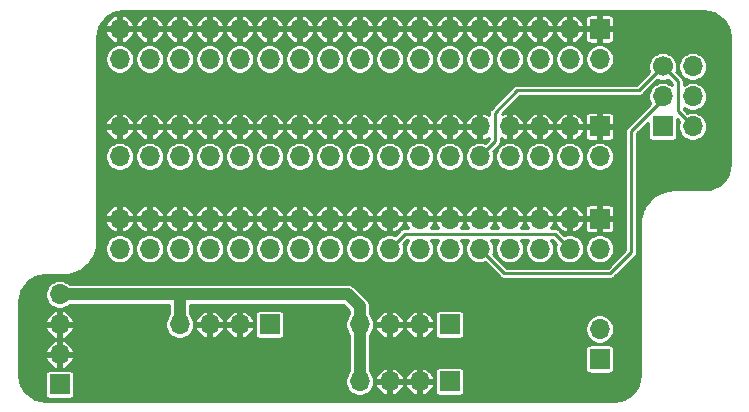
<source format=gbr>
G04 #@! TF.GenerationSoftware,KiCad,Pcbnew,(5.1.9)-1*
G04 #@! TF.CreationDate,2021-09-22T10:06:10+01:00*
G04 #@! TF.ProjectId,Amiga DF0 DF1 Switcher - Design A - Rev 2,416d6967-6120-4444-9630-204446312053,2*
G04 #@! TF.SameCoordinates,Original*
G04 #@! TF.FileFunction,Copper,L2,Bot*
G04 #@! TF.FilePolarity,Positive*
%FSLAX46Y46*%
G04 Gerber Fmt 4.6, Leading zero omitted, Abs format (unit mm)*
G04 Created by KiCad (PCBNEW (5.1.9)-1) date 2021-09-22 10:06:10*
%MOMM*%
%LPD*%
G01*
G04 APERTURE LIST*
G04 #@! TA.AperFunction,ComponentPad*
%ADD10O,1.700000X1.700000*%
G04 #@! TD*
G04 #@! TA.AperFunction,ComponentPad*
%ADD11R,1.700000X1.700000*%
G04 #@! TD*
G04 #@! TA.AperFunction,ComponentPad*
%ADD12C,1.700000*%
G04 #@! TD*
G04 #@! TA.AperFunction,Conductor*
%ADD13C,0.250000*%
G04 #@! TD*
G04 #@! TA.AperFunction,Conductor*
%ADD14C,1.000000*%
G04 #@! TD*
G04 #@! TA.AperFunction,Conductor*
%ADD15C,0.254000*%
G04 #@! TD*
G04 #@! TA.AperFunction,Conductor*
%ADD16C,0.100000*%
G04 #@! TD*
G04 APERTURE END LIST*
D10*
X177800000Y-146685000D03*
D11*
X177800000Y-149225000D03*
D10*
X185674000Y-129540000D03*
D11*
X183134000Y-129540000D03*
D10*
X185674000Y-127000000D03*
X183134000Y-127000000D03*
X185674000Y-124460000D03*
D12*
X183134000Y-124460000D03*
D10*
X157480000Y-151130000D03*
X160020000Y-151130000D03*
X162560000Y-151130000D03*
D11*
X165100000Y-151130000D03*
D10*
X132080000Y-143764000D03*
X132080000Y-146304000D03*
X132080000Y-148844000D03*
D11*
X132080000Y-151384000D03*
D10*
X137160000Y-139890500D03*
X137160000Y-137350500D03*
X139700000Y-139890500D03*
X139700000Y-137350500D03*
X142240000Y-139890500D03*
X142240000Y-137350500D03*
X144780000Y-139890500D03*
X144780000Y-137350500D03*
X147320000Y-139890500D03*
X147320000Y-137350500D03*
X149860000Y-139890500D03*
X149860000Y-137350500D03*
X152400000Y-139890500D03*
X152400000Y-137350500D03*
X154940000Y-139890500D03*
X154940000Y-137350500D03*
X157480000Y-139890500D03*
X157480000Y-137350500D03*
X160020000Y-139890500D03*
X160020000Y-137350500D03*
X162560000Y-139890500D03*
X162560000Y-137350500D03*
X165100000Y-139890500D03*
X165100000Y-137350500D03*
X167640000Y-139890500D03*
X167640000Y-137350500D03*
X170180000Y-139890500D03*
X170180000Y-137350500D03*
X172720000Y-139890500D03*
X172720000Y-137350500D03*
X175260000Y-139890500D03*
X175260000Y-137350500D03*
X177800000Y-139890500D03*
D11*
X177800000Y-137350500D03*
X177800000Y-129540000D03*
D10*
X177800000Y-132080000D03*
X175260000Y-129540000D03*
X175260000Y-132080000D03*
X172720000Y-129540000D03*
X172720000Y-132080000D03*
X170180000Y-129540000D03*
X170180000Y-132080000D03*
X167640000Y-129540000D03*
X167640000Y-132080000D03*
X165100000Y-129540000D03*
X165100000Y-132080000D03*
X162560000Y-129540000D03*
X162560000Y-132080000D03*
X160020000Y-129540000D03*
X160020000Y-132080000D03*
X157480000Y-129540000D03*
X157480000Y-132080000D03*
X154940000Y-129540000D03*
X154940000Y-132080000D03*
X152400000Y-129540000D03*
X152400000Y-132080000D03*
X149860000Y-129540000D03*
X149860000Y-132080000D03*
X147320000Y-129540000D03*
X147320000Y-132080000D03*
X144780000Y-129540000D03*
X144780000Y-132080000D03*
X142240000Y-129540000D03*
X142240000Y-132080000D03*
X139700000Y-129540000D03*
X139700000Y-132080000D03*
X137160000Y-129540000D03*
X137160000Y-132080000D03*
D11*
X177800000Y-121285000D03*
D10*
X177800000Y-123825000D03*
X175260000Y-121285000D03*
X175260000Y-123825000D03*
X172720000Y-121285000D03*
X172720000Y-123825000D03*
X170180000Y-121285000D03*
X170180000Y-123825000D03*
X167640000Y-121285000D03*
X167640000Y-123825000D03*
X165100000Y-121285000D03*
X165100000Y-123825000D03*
X162560000Y-121285000D03*
X162560000Y-123825000D03*
X160020000Y-121285000D03*
X160020000Y-123825000D03*
X157480000Y-121285000D03*
X157480000Y-123825000D03*
X154940000Y-121285000D03*
X154940000Y-123825000D03*
X152400000Y-121285000D03*
X152400000Y-123825000D03*
X149860000Y-121285000D03*
X149860000Y-123825000D03*
X147320000Y-121285000D03*
X147320000Y-123825000D03*
X144780000Y-121285000D03*
X144780000Y-123825000D03*
X142240000Y-121285000D03*
X142240000Y-123825000D03*
X139700000Y-121285000D03*
X139700000Y-123825000D03*
X137160000Y-121285000D03*
X137160000Y-123825000D03*
D11*
X165100000Y-146304000D03*
D10*
X162560000Y-146304000D03*
X160020000Y-146304000D03*
X157480000Y-146304000D03*
D11*
X149860000Y-146304000D03*
D10*
X147320000Y-146304000D03*
X144780000Y-146304000D03*
X142240000Y-146304000D03*
D13*
X174410001Y-139040501D02*
X175260000Y-139890500D01*
X173990000Y-138620500D02*
X174410001Y-139040501D01*
X160020000Y-139890500D02*
X161290000Y-138620500D01*
X161290000Y-138620500D02*
X173990000Y-138620500D01*
X183134000Y-127254998D02*
X183134000Y-127000000D01*
X180467000Y-129921998D02*
X183134000Y-127254998D01*
X180467000Y-140208000D02*
X180467000Y-129921998D01*
X178689000Y-141986000D02*
X180467000Y-140208000D01*
X169735500Y-141986000D02*
X178689000Y-141986000D01*
X167640000Y-139890500D02*
X169735500Y-141986000D01*
X181102000Y-126492000D02*
X183134000Y-124460000D01*
X170815000Y-126492000D02*
X181102000Y-126492000D01*
X168910000Y-130810000D02*
X168910000Y-128397000D01*
X168910000Y-128397000D02*
X170815000Y-126492000D01*
X167640000Y-132080000D02*
X168910000Y-130810000D01*
X184404000Y-128270000D02*
X185674000Y-129540000D01*
X184404000Y-125730000D02*
X184404000Y-128270000D01*
X183134000Y-124460000D02*
X184404000Y-125730000D01*
D14*
X142240000Y-143764000D02*
X132080000Y-143764000D01*
X142240000Y-146304000D02*
X142240000Y-143764000D01*
X157480000Y-144780000D02*
X157480000Y-146304000D01*
X142367000Y-143764000D02*
X156464000Y-143764000D01*
X156464000Y-143764000D02*
X157480000Y-144780000D01*
X157480000Y-147320000D02*
X157480000Y-151384000D01*
X157480000Y-146304000D02*
X157480000Y-147320000D01*
D15*
X187104115Y-119828551D02*
X187502462Y-119948819D01*
X187869864Y-120144170D01*
X188192317Y-120407157D01*
X188457553Y-120727773D01*
X188655460Y-121093795D01*
X188778506Y-121491291D01*
X188824000Y-121924137D01*
X188824001Y-132695136D01*
X188781449Y-133129115D01*
X188661181Y-133527464D01*
X188465831Y-133894862D01*
X188202845Y-134217315D01*
X187882226Y-134482554D01*
X187516204Y-134680461D01*
X187118708Y-134803506D01*
X186685863Y-134849000D01*
X184130059Y-134849000D01*
X184111339Y-134850844D01*
X184095472Y-134850733D01*
X184089830Y-134851286D01*
X183596823Y-134903103D01*
X183560750Y-134910508D01*
X183524632Y-134917398D01*
X183519205Y-134919036D01*
X183045652Y-135065625D01*
X183011733Y-135079884D01*
X182977612Y-135093670D01*
X182972607Y-135096331D01*
X182536546Y-135332108D01*
X182506005Y-135352708D01*
X182475250Y-135372834D01*
X182470856Y-135376416D01*
X182088896Y-135692400D01*
X182062926Y-135718552D01*
X182036677Y-135744257D01*
X182033068Y-135748619D01*
X182033063Y-135748624D01*
X182033059Y-135748629D01*
X181719753Y-136132781D01*
X181699369Y-136163461D01*
X181678600Y-136193793D01*
X181675906Y-136198775D01*
X181675903Y-136198779D01*
X181675903Y-136198780D01*
X181443176Y-136636476D01*
X181429154Y-136670497D01*
X181414658Y-136704318D01*
X181412981Y-136709734D01*
X181269702Y-137184298D01*
X181262540Y-137220468D01*
X181254905Y-137256388D01*
X181254313Y-137262015D01*
X181254311Y-137262026D01*
X181254311Y-137262036D01*
X181205938Y-137755381D01*
X181204000Y-137775060D01*
X181204001Y-150602136D01*
X181161449Y-151036115D01*
X181041181Y-151434464D01*
X180845831Y-151801862D01*
X180582845Y-152124315D01*
X180262226Y-152389554D01*
X179896204Y-152587461D01*
X179498708Y-152710506D01*
X179065863Y-152756000D01*
X130829854Y-152756000D01*
X130395885Y-152713449D01*
X129997536Y-152593181D01*
X129630138Y-152397831D01*
X129307685Y-152134845D01*
X129042446Y-151814226D01*
X128844539Y-151448204D01*
X128721494Y-151050708D01*
X128676000Y-150617863D01*
X128676000Y-150534000D01*
X130847157Y-150534000D01*
X130847157Y-152234000D01*
X130854513Y-152308689D01*
X130876299Y-152380508D01*
X130911678Y-152446696D01*
X130959289Y-152504711D01*
X131017304Y-152552322D01*
X131083492Y-152587701D01*
X131155311Y-152609487D01*
X131230000Y-152616843D01*
X132930000Y-152616843D01*
X133004689Y-152609487D01*
X133076508Y-152587701D01*
X133142696Y-152552322D01*
X133200711Y-152504711D01*
X133248322Y-152446696D01*
X133283701Y-152380508D01*
X133305487Y-152308689D01*
X133312843Y-152234000D01*
X133312843Y-150534000D01*
X133305487Y-150459311D01*
X133283701Y-150387492D01*
X133248322Y-150321304D01*
X133200711Y-150263289D01*
X133142696Y-150215678D01*
X133076508Y-150180299D01*
X133004689Y-150158513D01*
X132930000Y-150151157D01*
X131230000Y-150151157D01*
X131155311Y-150158513D01*
X131083492Y-150180299D01*
X131017304Y-150215678D01*
X130959289Y-150263289D01*
X130911678Y-150321304D01*
X130876299Y-150387492D01*
X130854513Y-150459311D01*
X130847157Y-150534000D01*
X128676000Y-150534000D01*
X128676000Y-149160980D01*
X130890511Y-149160980D01*
X130914866Y-149241288D01*
X131014761Y-149460961D01*
X131155592Y-149656924D01*
X131331948Y-149821647D01*
X131537051Y-149948799D01*
X131763019Y-150033495D01*
X131953000Y-149973187D01*
X131953000Y-148971000D01*
X132207000Y-148971000D01*
X132207000Y-149973187D01*
X132396981Y-150033495D01*
X132622949Y-149948799D01*
X132828052Y-149821647D01*
X133004408Y-149656924D01*
X133145239Y-149460961D01*
X133245134Y-149241288D01*
X133269489Y-149160980D01*
X133208627Y-148971000D01*
X132207000Y-148971000D01*
X131953000Y-148971000D01*
X130951373Y-148971000D01*
X130890511Y-149160980D01*
X128676000Y-149160980D01*
X128676000Y-148527020D01*
X130890511Y-148527020D01*
X130951373Y-148717000D01*
X131953000Y-148717000D01*
X131953000Y-147714813D01*
X132207000Y-147714813D01*
X132207000Y-148717000D01*
X133208627Y-148717000D01*
X133269489Y-148527020D01*
X133245134Y-148446712D01*
X133145239Y-148227039D01*
X133004408Y-148031076D01*
X132828052Y-147866353D01*
X132622949Y-147739201D01*
X132396981Y-147654505D01*
X132207000Y-147714813D01*
X131953000Y-147714813D01*
X131763019Y-147654505D01*
X131537051Y-147739201D01*
X131331948Y-147866353D01*
X131155592Y-148031076D01*
X131014761Y-148227039D01*
X130914866Y-148446712D01*
X130890511Y-148527020D01*
X128676000Y-148527020D01*
X128676000Y-146620980D01*
X130890511Y-146620980D01*
X130914866Y-146701288D01*
X131014761Y-146920961D01*
X131155592Y-147116924D01*
X131331948Y-147281647D01*
X131537051Y-147408799D01*
X131763019Y-147493495D01*
X131953000Y-147433187D01*
X131953000Y-146431000D01*
X132207000Y-146431000D01*
X132207000Y-147433187D01*
X132396981Y-147493495D01*
X132622949Y-147408799D01*
X132828052Y-147281647D01*
X133004408Y-147116924D01*
X133145239Y-146920961D01*
X133245134Y-146701288D01*
X133269489Y-146620980D01*
X133208627Y-146431000D01*
X132207000Y-146431000D01*
X131953000Y-146431000D01*
X130951373Y-146431000D01*
X130890511Y-146620980D01*
X128676000Y-146620980D01*
X128676000Y-145987020D01*
X130890511Y-145987020D01*
X130951373Y-146177000D01*
X131953000Y-146177000D01*
X131953000Y-145174813D01*
X132207000Y-145174813D01*
X132207000Y-146177000D01*
X133208627Y-146177000D01*
X133269489Y-145987020D01*
X133245134Y-145906712D01*
X133145239Y-145687039D01*
X133004408Y-145491076D01*
X132828052Y-145326353D01*
X132622949Y-145199201D01*
X132396981Y-145114505D01*
X132207000Y-145174813D01*
X131953000Y-145174813D01*
X131763019Y-145114505D01*
X131537051Y-145199201D01*
X131331948Y-145326353D01*
X131155592Y-145491076D01*
X131014761Y-145687039D01*
X130914866Y-145906712D01*
X130890511Y-145987020D01*
X128676000Y-145987020D01*
X128676000Y-144291854D01*
X128718551Y-143857885D01*
X128783501Y-143642757D01*
X130849000Y-143642757D01*
X130849000Y-143885243D01*
X130896307Y-144123069D01*
X130989102Y-144347097D01*
X131123820Y-144548717D01*
X131295283Y-144720180D01*
X131496903Y-144854898D01*
X131720931Y-144947693D01*
X131958757Y-144995000D01*
X132201243Y-144995000D01*
X132439069Y-144947693D01*
X132663097Y-144854898D01*
X132864717Y-144720180D01*
X132939897Y-144645000D01*
X141359001Y-144645000D01*
X141359000Y-145444103D01*
X141283820Y-145519283D01*
X141149102Y-145720903D01*
X141056307Y-145944931D01*
X141009000Y-146182757D01*
X141009000Y-146425243D01*
X141056307Y-146663069D01*
X141149102Y-146887097D01*
X141283820Y-147088717D01*
X141455283Y-147260180D01*
X141656903Y-147394898D01*
X141880931Y-147487693D01*
X142118757Y-147535000D01*
X142361243Y-147535000D01*
X142599069Y-147487693D01*
X142823097Y-147394898D01*
X143024717Y-147260180D01*
X143196180Y-147088717D01*
X143330898Y-146887097D01*
X143423693Y-146663069D01*
X143432064Y-146620981D01*
X143590505Y-146620981D01*
X143675201Y-146846949D01*
X143802353Y-147052052D01*
X143967076Y-147228408D01*
X144163039Y-147369239D01*
X144382712Y-147469134D01*
X144463020Y-147493489D01*
X144653000Y-147432627D01*
X144653000Y-146431000D01*
X144907000Y-146431000D01*
X144907000Y-147432627D01*
X145096980Y-147493489D01*
X145177288Y-147469134D01*
X145396961Y-147369239D01*
X145592924Y-147228408D01*
X145757647Y-147052052D01*
X145884799Y-146846949D01*
X145969495Y-146620981D01*
X146130505Y-146620981D01*
X146215201Y-146846949D01*
X146342353Y-147052052D01*
X146507076Y-147228408D01*
X146703039Y-147369239D01*
X146922712Y-147469134D01*
X147003020Y-147493489D01*
X147193000Y-147432627D01*
X147193000Y-146431000D01*
X147447000Y-146431000D01*
X147447000Y-147432627D01*
X147636980Y-147493489D01*
X147717288Y-147469134D01*
X147936961Y-147369239D01*
X148132924Y-147228408D01*
X148297647Y-147052052D01*
X148424799Y-146846949D01*
X148509495Y-146620981D01*
X148449187Y-146431000D01*
X147447000Y-146431000D01*
X147193000Y-146431000D01*
X146190813Y-146431000D01*
X146130505Y-146620981D01*
X145969495Y-146620981D01*
X145909187Y-146431000D01*
X144907000Y-146431000D01*
X144653000Y-146431000D01*
X143650813Y-146431000D01*
X143590505Y-146620981D01*
X143432064Y-146620981D01*
X143471000Y-146425243D01*
X143471000Y-146182757D01*
X143432065Y-145987019D01*
X143590505Y-145987019D01*
X143650813Y-146177000D01*
X144653000Y-146177000D01*
X144653000Y-145175373D01*
X144907000Y-145175373D01*
X144907000Y-146177000D01*
X145909187Y-146177000D01*
X145969495Y-145987019D01*
X146130505Y-145987019D01*
X146190813Y-146177000D01*
X147193000Y-146177000D01*
X147193000Y-145175373D01*
X147447000Y-145175373D01*
X147447000Y-146177000D01*
X148449187Y-146177000D01*
X148509495Y-145987019D01*
X148424799Y-145761051D01*
X148297647Y-145555948D01*
X148202424Y-145454000D01*
X148627157Y-145454000D01*
X148627157Y-147154000D01*
X148634513Y-147228689D01*
X148656299Y-147300508D01*
X148691678Y-147366696D01*
X148739289Y-147424711D01*
X148797304Y-147472322D01*
X148863492Y-147507701D01*
X148935311Y-147529487D01*
X149010000Y-147536843D01*
X150710000Y-147536843D01*
X150784689Y-147529487D01*
X150856508Y-147507701D01*
X150922696Y-147472322D01*
X150980711Y-147424711D01*
X151028322Y-147366696D01*
X151063701Y-147300508D01*
X151085487Y-147228689D01*
X151092843Y-147154000D01*
X151092843Y-145454000D01*
X151085487Y-145379311D01*
X151063701Y-145307492D01*
X151028322Y-145241304D01*
X150980711Y-145183289D01*
X150922696Y-145135678D01*
X150856508Y-145100299D01*
X150784689Y-145078513D01*
X150710000Y-145071157D01*
X149010000Y-145071157D01*
X148935311Y-145078513D01*
X148863492Y-145100299D01*
X148797304Y-145135678D01*
X148739289Y-145183289D01*
X148691678Y-145241304D01*
X148656299Y-145307492D01*
X148634513Y-145379311D01*
X148627157Y-145454000D01*
X148202424Y-145454000D01*
X148132924Y-145379592D01*
X147936961Y-145238761D01*
X147717288Y-145138866D01*
X147636980Y-145114511D01*
X147447000Y-145175373D01*
X147193000Y-145175373D01*
X147003020Y-145114511D01*
X146922712Y-145138866D01*
X146703039Y-145238761D01*
X146507076Y-145379592D01*
X146342353Y-145555948D01*
X146215201Y-145761051D01*
X146130505Y-145987019D01*
X145969495Y-145987019D01*
X145884799Y-145761051D01*
X145757647Y-145555948D01*
X145592924Y-145379592D01*
X145396961Y-145238761D01*
X145177288Y-145138866D01*
X145096980Y-145114511D01*
X144907000Y-145175373D01*
X144653000Y-145175373D01*
X144463020Y-145114511D01*
X144382712Y-145138866D01*
X144163039Y-145238761D01*
X143967076Y-145379592D01*
X143802353Y-145555948D01*
X143675201Y-145761051D01*
X143590505Y-145987019D01*
X143432065Y-145987019D01*
X143423693Y-145944931D01*
X143330898Y-145720903D01*
X143196180Y-145519283D01*
X143121000Y-145444103D01*
X143121000Y-144645000D01*
X156099079Y-144645000D01*
X156599000Y-145144922D01*
X156599000Y-145444103D01*
X156523820Y-145519283D01*
X156389102Y-145720903D01*
X156296307Y-145944931D01*
X156249000Y-146182757D01*
X156249000Y-146425243D01*
X156296307Y-146663069D01*
X156389102Y-146887097D01*
X156523820Y-147088717D01*
X156599001Y-147163898D01*
X156599001Y-147276719D01*
X156599000Y-147276728D01*
X156599001Y-150270102D01*
X156523820Y-150345283D01*
X156389102Y-150546903D01*
X156296307Y-150770931D01*
X156249000Y-151008757D01*
X156249000Y-151251243D01*
X156296307Y-151489069D01*
X156389102Y-151713097D01*
X156523820Y-151914717D01*
X156695283Y-152086180D01*
X156896903Y-152220898D01*
X157120931Y-152313693D01*
X157358757Y-152361000D01*
X157601243Y-152361000D01*
X157839069Y-152313693D01*
X158063097Y-152220898D01*
X158264717Y-152086180D01*
X158436180Y-151914717D01*
X158570898Y-151713097D01*
X158663693Y-151489069D01*
X158672064Y-151446981D01*
X158830505Y-151446981D01*
X158915201Y-151672949D01*
X159042353Y-151878052D01*
X159207076Y-152054408D01*
X159403039Y-152195239D01*
X159622712Y-152295134D01*
X159703020Y-152319489D01*
X159893000Y-152258627D01*
X159893000Y-151257000D01*
X160147000Y-151257000D01*
X160147000Y-152258627D01*
X160336980Y-152319489D01*
X160417288Y-152295134D01*
X160636961Y-152195239D01*
X160832924Y-152054408D01*
X160997647Y-151878052D01*
X161124799Y-151672949D01*
X161209495Y-151446981D01*
X161370505Y-151446981D01*
X161455201Y-151672949D01*
X161582353Y-151878052D01*
X161747076Y-152054408D01*
X161943039Y-152195239D01*
X162162712Y-152295134D01*
X162243020Y-152319489D01*
X162433000Y-152258627D01*
X162433000Y-151257000D01*
X162687000Y-151257000D01*
X162687000Y-152258627D01*
X162876980Y-152319489D01*
X162957288Y-152295134D01*
X163176961Y-152195239D01*
X163372924Y-152054408D01*
X163537647Y-151878052D01*
X163664799Y-151672949D01*
X163749495Y-151446981D01*
X163689187Y-151257000D01*
X162687000Y-151257000D01*
X162433000Y-151257000D01*
X161430813Y-151257000D01*
X161370505Y-151446981D01*
X161209495Y-151446981D01*
X161149187Y-151257000D01*
X160147000Y-151257000D01*
X159893000Y-151257000D01*
X158890813Y-151257000D01*
X158830505Y-151446981D01*
X158672064Y-151446981D01*
X158711000Y-151251243D01*
X158711000Y-151008757D01*
X158672065Y-150813019D01*
X158830505Y-150813019D01*
X158890813Y-151003000D01*
X159893000Y-151003000D01*
X159893000Y-150001373D01*
X160147000Y-150001373D01*
X160147000Y-151003000D01*
X161149187Y-151003000D01*
X161209495Y-150813019D01*
X161370505Y-150813019D01*
X161430813Y-151003000D01*
X162433000Y-151003000D01*
X162433000Y-150001373D01*
X162687000Y-150001373D01*
X162687000Y-151003000D01*
X163689187Y-151003000D01*
X163749495Y-150813019D01*
X163664799Y-150587051D01*
X163537647Y-150381948D01*
X163442424Y-150280000D01*
X163867157Y-150280000D01*
X163867157Y-151980000D01*
X163874513Y-152054689D01*
X163896299Y-152126508D01*
X163931678Y-152192696D01*
X163979289Y-152250711D01*
X164037304Y-152298322D01*
X164103492Y-152333701D01*
X164175311Y-152355487D01*
X164250000Y-152362843D01*
X165950000Y-152362843D01*
X166024689Y-152355487D01*
X166096508Y-152333701D01*
X166162696Y-152298322D01*
X166220711Y-152250711D01*
X166268322Y-152192696D01*
X166303701Y-152126508D01*
X166325487Y-152054689D01*
X166332843Y-151980000D01*
X166332843Y-150280000D01*
X166325487Y-150205311D01*
X166303701Y-150133492D01*
X166268322Y-150067304D01*
X166220711Y-150009289D01*
X166162696Y-149961678D01*
X166096508Y-149926299D01*
X166024689Y-149904513D01*
X165950000Y-149897157D01*
X164250000Y-149897157D01*
X164175311Y-149904513D01*
X164103492Y-149926299D01*
X164037304Y-149961678D01*
X163979289Y-150009289D01*
X163931678Y-150067304D01*
X163896299Y-150133492D01*
X163874513Y-150205311D01*
X163867157Y-150280000D01*
X163442424Y-150280000D01*
X163372924Y-150205592D01*
X163176961Y-150064761D01*
X162957288Y-149964866D01*
X162876980Y-149940511D01*
X162687000Y-150001373D01*
X162433000Y-150001373D01*
X162243020Y-149940511D01*
X162162712Y-149964866D01*
X161943039Y-150064761D01*
X161747076Y-150205592D01*
X161582353Y-150381948D01*
X161455201Y-150587051D01*
X161370505Y-150813019D01*
X161209495Y-150813019D01*
X161124799Y-150587051D01*
X160997647Y-150381948D01*
X160832924Y-150205592D01*
X160636961Y-150064761D01*
X160417288Y-149964866D01*
X160336980Y-149940511D01*
X160147000Y-150001373D01*
X159893000Y-150001373D01*
X159703020Y-149940511D01*
X159622712Y-149964866D01*
X159403039Y-150064761D01*
X159207076Y-150205592D01*
X159042353Y-150381948D01*
X158915201Y-150587051D01*
X158830505Y-150813019D01*
X158672065Y-150813019D01*
X158663693Y-150770931D01*
X158570898Y-150546903D01*
X158436180Y-150345283D01*
X158361000Y-150270103D01*
X158361000Y-148375000D01*
X176567157Y-148375000D01*
X176567157Y-150075000D01*
X176574513Y-150149689D01*
X176596299Y-150221508D01*
X176631678Y-150287696D01*
X176679289Y-150345711D01*
X176737304Y-150393322D01*
X176803492Y-150428701D01*
X176875311Y-150450487D01*
X176950000Y-150457843D01*
X178650000Y-150457843D01*
X178724689Y-150450487D01*
X178796508Y-150428701D01*
X178862696Y-150393322D01*
X178920711Y-150345711D01*
X178968322Y-150287696D01*
X179003701Y-150221508D01*
X179025487Y-150149689D01*
X179032843Y-150075000D01*
X179032843Y-148375000D01*
X179025487Y-148300311D01*
X179003701Y-148228492D01*
X178968322Y-148162304D01*
X178920711Y-148104289D01*
X178862696Y-148056678D01*
X178796508Y-148021299D01*
X178724689Y-147999513D01*
X178650000Y-147992157D01*
X176950000Y-147992157D01*
X176875311Y-147999513D01*
X176803492Y-148021299D01*
X176737304Y-148056678D01*
X176679289Y-148104289D01*
X176631678Y-148162304D01*
X176596299Y-148228492D01*
X176574513Y-148300311D01*
X176567157Y-148375000D01*
X158361000Y-148375000D01*
X158361000Y-147163897D01*
X158436180Y-147088717D01*
X158570898Y-146887097D01*
X158663693Y-146663069D01*
X158672064Y-146620981D01*
X158830505Y-146620981D01*
X158915201Y-146846949D01*
X159042353Y-147052052D01*
X159207076Y-147228408D01*
X159403039Y-147369239D01*
X159622712Y-147469134D01*
X159703020Y-147493489D01*
X159893000Y-147432627D01*
X159893000Y-146431000D01*
X160147000Y-146431000D01*
X160147000Y-147432627D01*
X160336980Y-147493489D01*
X160417288Y-147469134D01*
X160636961Y-147369239D01*
X160832924Y-147228408D01*
X160997647Y-147052052D01*
X161124799Y-146846949D01*
X161209495Y-146620981D01*
X161370505Y-146620981D01*
X161455201Y-146846949D01*
X161582353Y-147052052D01*
X161747076Y-147228408D01*
X161943039Y-147369239D01*
X162162712Y-147469134D01*
X162243020Y-147493489D01*
X162433000Y-147432627D01*
X162433000Y-146431000D01*
X162687000Y-146431000D01*
X162687000Y-147432627D01*
X162876980Y-147493489D01*
X162957288Y-147469134D01*
X163176961Y-147369239D01*
X163372924Y-147228408D01*
X163537647Y-147052052D01*
X163664799Y-146846949D01*
X163749495Y-146620981D01*
X163689187Y-146431000D01*
X162687000Y-146431000D01*
X162433000Y-146431000D01*
X161430813Y-146431000D01*
X161370505Y-146620981D01*
X161209495Y-146620981D01*
X161149187Y-146431000D01*
X160147000Y-146431000D01*
X159893000Y-146431000D01*
X158890813Y-146431000D01*
X158830505Y-146620981D01*
X158672064Y-146620981D01*
X158711000Y-146425243D01*
X158711000Y-146182757D01*
X158672065Y-145987019D01*
X158830505Y-145987019D01*
X158890813Y-146177000D01*
X159893000Y-146177000D01*
X159893000Y-145175373D01*
X160147000Y-145175373D01*
X160147000Y-146177000D01*
X161149187Y-146177000D01*
X161209495Y-145987019D01*
X161370505Y-145987019D01*
X161430813Y-146177000D01*
X162433000Y-146177000D01*
X162433000Y-145175373D01*
X162687000Y-145175373D01*
X162687000Y-146177000D01*
X163689187Y-146177000D01*
X163749495Y-145987019D01*
X163664799Y-145761051D01*
X163537647Y-145555948D01*
X163442424Y-145454000D01*
X163867157Y-145454000D01*
X163867157Y-147154000D01*
X163874513Y-147228689D01*
X163896299Y-147300508D01*
X163931678Y-147366696D01*
X163979289Y-147424711D01*
X164037304Y-147472322D01*
X164103492Y-147507701D01*
X164175311Y-147529487D01*
X164250000Y-147536843D01*
X165950000Y-147536843D01*
X166024689Y-147529487D01*
X166096508Y-147507701D01*
X166162696Y-147472322D01*
X166220711Y-147424711D01*
X166268322Y-147366696D01*
X166303701Y-147300508D01*
X166325487Y-147228689D01*
X166332843Y-147154000D01*
X166332843Y-146563757D01*
X176569000Y-146563757D01*
X176569000Y-146806243D01*
X176616307Y-147044069D01*
X176709102Y-147268097D01*
X176843820Y-147469717D01*
X177015283Y-147641180D01*
X177216903Y-147775898D01*
X177440931Y-147868693D01*
X177678757Y-147916000D01*
X177921243Y-147916000D01*
X178159069Y-147868693D01*
X178383097Y-147775898D01*
X178584717Y-147641180D01*
X178756180Y-147469717D01*
X178890898Y-147268097D01*
X178983693Y-147044069D01*
X179031000Y-146806243D01*
X179031000Y-146563757D01*
X178983693Y-146325931D01*
X178890898Y-146101903D01*
X178756180Y-145900283D01*
X178584717Y-145728820D01*
X178383097Y-145594102D01*
X178159069Y-145501307D01*
X177921243Y-145454000D01*
X177678757Y-145454000D01*
X177440931Y-145501307D01*
X177216903Y-145594102D01*
X177015283Y-145728820D01*
X176843820Y-145900283D01*
X176709102Y-146101903D01*
X176616307Y-146325931D01*
X176569000Y-146563757D01*
X166332843Y-146563757D01*
X166332843Y-145454000D01*
X166325487Y-145379311D01*
X166303701Y-145307492D01*
X166268322Y-145241304D01*
X166220711Y-145183289D01*
X166162696Y-145135678D01*
X166096508Y-145100299D01*
X166024689Y-145078513D01*
X165950000Y-145071157D01*
X164250000Y-145071157D01*
X164175311Y-145078513D01*
X164103492Y-145100299D01*
X164037304Y-145135678D01*
X163979289Y-145183289D01*
X163931678Y-145241304D01*
X163896299Y-145307492D01*
X163874513Y-145379311D01*
X163867157Y-145454000D01*
X163442424Y-145454000D01*
X163372924Y-145379592D01*
X163176961Y-145238761D01*
X162957288Y-145138866D01*
X162876980Y-145114511D01*
X162687000Y-145175373D01*
X162433000Y-145175373D01*
X162243020Y-145114511D01*
X162162712Y-145138866D01*
X161943039Y-145238761D01*
X161747076Y-145379592D01*
X161582353Y-145555948D01*
X161455201Y-145761051D01*
X161370505Y-145987019D01*
X161209495Y-145987019D01*
X161124799Y-145761051D01*
X160997647Y-145555948D01*
X160832924Y-145379592D01*
X160636961Y-145238761D01*
X160417288Y-145138866D01*
X160336980Y-145114511D01*
X160147000Y-145175373D01*
X159893000Y-145175373D01*
X159703020Y-145114511D01*
X159622712Y-145138866D01*
X159403039Y-145238761D01*
X159207076Y-145379592D01*
X159042353Y-145555948D01*
X158915201Y-145761051D01*
X158830505Y-145987019D01*
X158672065Y-145987019D01*
X158663693Y-145944931D01*
X158570898Y-145720903D01*
X158436180Y-145519283D01*
X158361000Y-145444103D01*
X158361000Y-144823270D01*
X158365262Y-144780000D01*
X158355051Y-144676329D01*
X158348252Y-144607294D01*
X158297875Y-144441225D01*
X158252515Y-144356362D01*
X158216068Y-144288174D01*
X158133559Y-144187637D01*
X158105975Y-144154025D01*
X158072362Y-144126440D01*
X157117565Y-143171644D01*
X157089975Y-143138025D01*
X156955825Y-143027932D01*
X156802775Y-142946125D01*
X156636706Y-142895748D01*
X156507273Y-142883000D01*
X156507270Y-142883000D01*
X156464000Y-142878738D01*
X156420730Y-142883000D01*
X142323727Y-142883000D01*
X142303500Y-142884992D01*
X142283273Y-142883000D01*
X142240000Y-142878738D01*
X142196727Y-142883000D01*
X132939897Y-142883000D01*
X132864717Y-142807820D01*
X132663097Y-142673102D01*
X132439069Y-142580307D01*
X132201243Y-142533000D01*
X131958757Y-142533000D01*
X131720931Y-142580307D01*
X131496903Y-142673102D01*
X131295283Y-142807820D01*
X131123820Y-142979283D01*
X130989102Y-143180903D01*
X130896307Y-143404931D01*
X130849000Y-143642757D01*
X128783501Y-143642757D01*
X128838819Y-143459538D01*
X129034170Y-143092136D01*
X129297157Y-142769683D01*
X129617773Y-142504447D01*
X129983795Y-142306540D01*
X130381291Y-142183494D01*
X130814137Y-142138000D01*
X132353941Y-142138000D01*
X132372661Y-142136156D01*
X132388528Y-142136267D01*
X132394171Y-142135714D01*
X132887177Y-142083897D01*
X132923256Y-142076491D01*
X132959368Y-142069602D01*
X132964796Y-142067964D01*
X133438348Y-141921375D01*
X133472308Y-141907100D01*
X133506388Y-141893330D01*
X133511394Y-141890669D01*
X133947454Y-141654892D01*
X133977972Y-141634307D01*
X134008750Y-141614166D01*
X134013144Y-141610584D01*
X134395104Y-141294600D01*
X134421074Y-141268448D01*
X134447323Y-141242743D01*
X134450932Y-141238381D01*
X134450937Y-141238376D01*
X134450941Y-141238371D01*
X134764248Y-140854219D01*
X134784629Y-140823543D01*
X134805400Y-140793207D01*
X134808097Y-140788220D01*
X135040824Y-140350525D01*
X135054858Y-140316476D01*
X135069342Y-140282681D01*
X135071019Y-140277266D01*
X135214298Y-139802701D01*
X135220920Y-139769257D01*
X135929000Y-139769257D01*
X135929000Y-140011743D01*
X135976307Y-140249569D01*
X136069102Y-140473597D01*
X136203820Y-140675217D01*
X136375283Y-140846680D01*
X136576903Y-140981398D01*
X136800931Y-141074193D01*
X137038757Y-141121500D01*
X137281243Y-141121500D01*
X137519069Y-141074193D01*
X137743097Y-140981398D01*
X137944717Y-140846680D01*
X138116180Y-140675217D01*
X138250898Y-140473597D01*
X138343693Y-140249569D01*
X138391000Y-140011743D01*
X138391000Y-139769257D01*
X138469000Y-139769257D01*
X138469000Y-140011743D01*
X138516307Y-140249569D01*
X138609102Y-140473597D01*
X138743820Y-140675217D01*
X138915283Y-140846680D01*
X139116903Y-140981398D01*
X139340931Y-141074193D01*
X139578757Y-141121500D01*
X139821243Y-141121500D01*
X140059069Y-141074193D01*
X140283097Y-140981398D01*
X140484717Y-140846680D01*
X140656180Y-140675217D01*
X140790898Y-140473597D01*
X140883693Y-140249569D01*
X140931000Y-140011743D01*
X140931000Y-139769257D01*
X141009000Y-139769257D01*
X141009000Y-140011743D01*
X141056307Y-140249569D01*
X141149102Y-140473597D01*
X141283820Y-140675217D01*
X141455283Y-140846680D01*
X141656903Y-140981398D01*
X141880931Y-141074193D01*
X142118757Y-141121500D01*
X142361243Y-141121500D01*
X142599069Y-141074193D01*
X142823097Y-140981398D01*
X143024717Y-140846680D01*
X143196180Y-140675217D01*
X143330898Y-140473597D01*
X143423693Y-140249569D01*
X143471000Y-140011743D01*
X143471000Y-139769257D01*
X143549000Y-139769257D01*
X143549000Y-140011743D01*
X143596307Y-140249569D01*
X143689102Y-140473597D01*
X143823820Y-140675217D01*
X143995283Y-140846680D01*
X144196903Y-140981398D01*
X144420931Y-141074193D01*
X144658757Y-141121500D01*
X144901243Y-141121500D01*
X145139069Y-141074193D01*
X145363097Y-140981398D01*
X145564717Y-140846680D01*
X145736180Y-140675217D01*
X145870898Y-140473597D01*
X145963693Y-140249569D01*
X146011000Y-140011743D01*
X146011000Y-139769257D01*
X146089000Y-139769257D01*
X146089000Y-140011743D01*
X146136307Y-140249569D01*
X146229102Y-140473597D01*
X146363820Y-140675217D01*
X146535283Y-140846680D01*
X146736903Y-140981398D01*
X146960931Y-141074193D01*
X147198757Y-141121500D01*
X147441243Y-141121500D01*
X147679069Y-141074193D01*
X147903097Y-140981398D01*
X148104717Y-140846680D01*
X148276180Y-140675217D01*
X148410898Y-140473597D01*
X148503693Y-140249569D01*
X148551000Y-140011743D01*
X148551000Y-139769257D01*
X148629000Y-139769257D01*
X148629000Y-140011743D01*
X148676307Y-140249569D01*
X148769102Y-140473597D01*
X148903820Y-140675217D01*
X149075283Y-140846680D01*
X149276903Y-140981398D01*
X149500931Y-141074193D01*
X149738757Y-141121500D01*
X149981243Y-141121500D01*
X150219069Y-141074193D01*
X150443097Y-140981398D01*
X150644717Y-140846680D01*
X150816180Y-140675217D01*
X150950898Y-140473597D01*
X151043693Y-140249569D01*
X151091000Y-140011743D01*
X151091000Y-139769257D01*
X151169000Y-139769257D01*
X151169000Y-140011743D01*
X151216307Y-140249569D01*
X151309102Y-140473597D01*
X151443820Y-140675217D01*
X151615283Y-140846680D01*
X151816903Y-140981398D01*
X152040931Y-141074193D01*
X152278757Y-141121500D01*
X152521243Y-141121500D01*
X152759069Y-141074193D01*
X152983097Y-140981398D01*
X153184717Y-140846680D01*
X153356180Y-140675217D01*
X153490898Y-140473597D01*
X153583693Y-140249569D01*
X153631000Y-140011743D01*
X153631000Y-139769257D01*
X153709000Y-139769257D01*
X153709000Y-140011743D01*
X153756307Y-140249569D01*
X153849102Y-140473597D01*
X153983820Y-140675217D01*
X154155283Y-140846680D01*
X154356903Y-140981398D01*
X154580931Y-141074193D01*
X154818757Y-141121500D01*
X155061243Y-141121500D01*
X155299069Y-141074193D01*
X155523097Y-140981398D01*
X155724717Y-140846680D01*
X155896180Y-140675217D01*
X156030898Y-140473597D01*
X156123693Y-140249569D01*
X156171000Y-140011743D01*
X156171000Y-139769257D01*
X156249000Y-139769257D01*
X156249000Y-140011743D01*
X156296307Y-140249569D01*
X156389102Y-140473597D01*
X156523820Y-140675217D01*
X156695283Y-140846680D01*
X156896903Y-140981398D01*
X157120931Y-141074193D01*
X157358757Y-141121500D01*
X157601243Y-141121500D01*
X157839069Y-141074193D01*
X158063097Y-140981398D01*
X158264717Y-140846680D01*
X158436180Y-140675217D01*
X158570898Y-140473597D01*
X158663693Y-140249569D01*
X158711000Y-140011743D01*
X158711000Y-139769257D01*
X158789000Y-139769257D01*
X158789000Y-140011743D01*
X158836307Y-140249569D01*
X158929102Y-140473597D01*
X159063820Y-140675217D01*
X159235283Y-140846680D01*
X159436903Y-140981398D01*
X159660931Y-141074193D01*
X159898757Y-141121500D01*
X160141243Y-141121500D01*
X160379069Y-141074193D01*
X160603097Y-140981398D01*
X160804717Y-140846680D01*
X160976180Y-140675217D01*
X161110898Y-140473597D01*
X161203693Y-140249569D01*
X161251000Y-140011743D01*
X161251000Y-139769257D01*
X161203693Y-139531431D01*
X161171758Y-139454333D01*
X161499592Y-139126500D01*
X161589977Y-139126500D01*
X161469102Y-139307403D01*
X161376307Y-139531431D01*
X161329000Y-139769257D01*
X161329000Y-140011743D01*
X161376307Y-140249569D01*
X161469102Y-140473597D01*
X161603820Y-140675217D01*
X161775283Y-140846680D01*
X161976903Y-140981398D01*
X162200931Y-141074193D01*
X162438757Y-141121500D01*
X162681243Y-141121500D01*
X162919069Y-141074193D01*
X163143097Y-140981398D01*
X163344717Y-140846680D01*
X163516180Y-140675217D01*
X163650898Y-140473597D01*
X163743693Y-140249569D01*
X163791000Y-140011743D01*
X163791000Y-139769257D01*
X163743693Y-139531431D01*
X163650898Y-139307403D01*
X163530023Y-139126500D01*
X164129977Y-139126500D01*
X164009102Y-139307403D01*
X163916307Y-139531431D01*
X163869000Y-139769257D01*
X163869000Y-140011743D01*
X163916307Y-140249569D01*
X164009102Y-140473597D01*
X164143820Y-140675217D01*
X164315283Y-140846680D01*
X164516903Y-140981398D01*
X164740931Y-141074193D01*
X164978757Y-141121500D01*
X165221243Y-141121500D01*
X165459069Y-141074193D01*
X165683097Y-140981398D01*
X165884717Y-140846680D01*
X166056180Y-140675217D01*
X166190898Y-140473597D01*
X166283693Y-140249569D01*
X166331000Y-140011743D01*
X166331000Y-139769257D01*
X166283693Y-139531431D01*
X166190898Y-139307403D01*
X166070023Y-139126500D01*
X166669977Y-139126500D01*
X166549102Y-139307403D01*
X166456307Y-139531431D01*
X166409000Y-139769257D01*
X166409000Y-140011743D01*
X166456307Y-140249569D01*
X166549102Y-140473597D01*
X166683820Y-140675217D01*
X166855283Y-140846680D01*
X167056903Y-140981398D01*
X167280931Y-141074193D01*
X167518757Y-141121500D01*
X167761243Y-141121500D01*
X167999069Y-141074193D01*
X168076167Y-141042258D01*
X169360128Y-142326220D01*
X169375973Y-142345527D01*
X169453021Y-142408759D01*
X169540925Y-142455745D01*
X169636307Y-142484678D01*
X169735500Y-142494448D01*
X169760354Y-142492000D01*
X178664154Y-142492000D01*
X178689000Y-142494447D01*
X178713846Y-142492000D01*
X178713854Y-142492000D01*
X178788193Y-142484678D01*
X178883575Y-142455745D01*
X178971479Y-142408759D01*
X179048527Y-142345527D01*
X179064376Y-142326215D01*
X180807220Y-140583372D01*
X180826527Y-140567527D01*
X180889759Y-140490479D01*
X180936745Y-140402575D01*
X180965678Y-140307193D01*
X180973000Y-140232854D01*
X180973000Y-140232853D01*
X180975448Y-140208000D01*
X180973000Y-140183146D01*
X180973000Y-130131589D01*
X181901157Y-129203432D01*
X181901157Y-130390000D01*
X181908513Y-130464689D01*
X181930299Y-130536508D01*
X181965678Y-130602696D01*
X182013289Y-130660711D01*
X182071304Y-130708322D01*
X182137492Y-130743701D01*
X182209311Y-130765487D01*
X182284000Y-130772843D01*
X183984000Y-130772843D01*
X184058689Y-130765487D01*
X184130508Y-130743701D01*
X184196696Y-130708322D01*
X184254711Y-130660711D01*
X184302322Y-130602696D01*
X184337701Y-130536508D01*
X184359487Y-130464689D01*
X184366843Y-130390000D01*
X184366843Y-128948434D01*
X184522242Y-129103833D01*
X184490307Y-129180931D01*
X184443000Y-129418757D01*
X184443000Y-129661243D01*
X184490307Y-129899069D01*
X184583102Y-130123097D01*
X184717820Y-130324717D01*
X184889283Y-130496180D01*
X185090903Y-130630898D01*
X185314931Y-130723693D01*
X185552757Y-130771000D01*
X185795243Y-130771000D01*
X186033069Y-130723693D01*
X186257097Y-130630898D01*
X186458717Y-130496180D01*
X186630180Y-130324717D01*
X186764898Y-130123097D01*
X186857693Y-129899069D01*
X186905000Y-129661243D01*
X186905000Y-129418757D01*
X186857693Y-129180931D01*
X186764898Y-128956903D01*
X186630180Y-128755283D01*
X186458717Y-128583820D01*
X186257097Y-128449102D01*
X186033069Y-128356307D01*
X185795243Y-128309000D01*
X185552757Y-128309000D01*
X185314931Y-128356307D01*
X185237833Y-128388242D01*
X184910000Y-128060409D01*
X184910000Y-127970023D01*
X185090903Y-128090898D01*
X185314931Y-128183693D01*
X185552757Y-128231000D01*
X185795243Y-128231000D01*
X186033069Y-128183693D01*
X186257097Y-128090898D01*
X186458717Y-127956180D01*
X186630180Y-127784717D01*
X186764898Y-127583097D01*
X186857693Y-127359069D01*
X186905000Y-127121243D01*
X186905000Y-126878757D01*
X186857693Y-126640931D01*
X186764898Y-126416903D01*
X186630180Y-126215283D01*
X186458717Y-126043820D01*
X186257097Y-125909102D01*
X186033069Y-125816307D01*
X185795243Y-125769000D01*
X185552757Y-125769000D01*
X185314931Y-125816307D01*
X185090903Y-125909102D01*
X184910000Y-126029977D01*
X184910000Y-125754845D01*
X184912447Y-125729999D01*
X184910000Y-125705153D01*
X184910000Y-125705146D01*
X184902678Y-125630807D01*
X184873745Y-125535425D01*
X184826759Y-125447521D01*
X184763527Y-125370473D01*
X184744220Y-125354628D01*
X184285758Y-124896167D01*
X184317693Y-124819069D01*
X184365000Y-124581243D01*
X184365000Y-124338757D01*
X184443000Y-124338757D01*
X184443000Y-124581243D01*
X184490307Y-124819069D01*
X184583102Y-125043097D01*
X184717820Y-125244717D01*
X184889283Y-125416180D01*
X185090903Y-125550898D01*
X185314931Y-125643693D01*
X185552757Y-125691000D01*
X185795243Y-125691000D01*
X186033069Y-125643693D01*
X186257097Y-125550898D01*
X186458717Y-125416180D01*
X186630180Y-125244717D01*
X186764898Y-125043097D01*
X186857693Y-124819069D01*
X186905000Y-124581243D01*
X186905000Y-124338757D01*
X186857693Y-124100931D01*
X186764898Y-123876903D01*
X186630180Y-123675283D01*
X186458717Y-123503820D01*
X186257097Y-123369102D01*
X186033069Y-123276307D01*
X185795243Y-123229000D01*
X185552757Y-123229000D01*
X185314931Y-123276307D01*
X185090903Y-123369102D01*
X184889283Y-123503820D01*
X184717820Y-123675283D01*
X184583102Y-123876903D01*
X184490307Y-124100931D01*
X184443000Y-124338757D01*
X184365000Y-124338757D01*
X184317693Y-124100931D01*
X184224898Y-123876903D01*
X184090180Y-123675283D01*
X183918717Y-123503820D01*
X183717097Y-123369102D01*
X183493069Y-123276307D01*
X183255243Y-123229000D01*
X183012757Y-123229000D01*
X182774931Y-123276307D01*
X182550903Y-123369102D01*
X182349283Y-123503820D01*
X182177820Y-123675283D01*
X182043102Y-123876903D01*
X181950307Y-124100931D01*
X181903000Y-124338757D01*
X181903000Y-124581243D01*
X181950307Y-124819069D01*
X181982242Y-124896167D01*
X180892409Y-125986000D01*
X170839854Y-125986000D01*
X170815000Y-125983552D01*
X170790146Y-125986000D01*
X170715807Y-125993322D01*
X170620425Y-126022255D01*
X170532521Y-126069241D01*
X170455473Y-126132473D01*
X170439629Y-126151779D01*
X168569781Y-128021628D01*
X168550474Y-128037473D01*
X168487242Y-128114521D01*
X168462127Y-128161508D01*
X168440255Y-128202426D01*
X168411322Y-128297808D01*
X168401553Y-128397000D01*
X168404001Y-128421856D01*
X168404001Y-128580433D01*
X168256961Y-128474761D01*
X168037288Y-128374866D01*
X167956980Y-128350511D01*
X167767000Y-128411373D01*
X167767000Y-129413000D01*
X167787000Y-129413000D01*
X167787000Y-129667000D01*
X167767000Y-129667000D01*
X167767000Y-130668627D01*
X167956980Y-130729489D01*
X168037288Y-130705134D01*
X168256961Y-130605239D01*
X168404000Y-130499568D01*
X168404000Y-130600408D01*
X168076167Y-130928242D01*
X167999069Y-130896307D01*
X167761243Y-130849000D01*
X167518757Y-130849000D01*
X167280931Y-130896307D01*
X167056903Y-130989102D01*
X166855283Y-131123820D01*
X166683820Y-131295283D01*
X166549102Y-131496903D01*
X166456307Y-131720931D01*
X166409000Y-131958757D01*
X166409000Y-132201243D01*
X166456307Y-132439069D01*
X166549102Y-132663097D01*
X166683820Y-132864717D01*
X166855283Y-133036180D01*
X167056903Y-133170898D01*
X167280931Y-133263693D01*
X167518757Y-133311000D01*
X167761243Y-133311000D01*
X167999069Y-133263693D01*
X168223097Y-133170898D01*
X168424717Y-133036180D01*
X168596180Y-132864717D01*
X168730898Y-132663097D01*
X168823693Y-132439069D01*
X168871000Y-132201243D01*
X168871000Y-131958757D01*
X168949000Y-131958757D01*
X168949000Y-132201243D01*
X168996307Y-132439069D01*
X169089102Y-132663097D01*
X169223820Y-132864717D01*
X169395283Y-133036180D01*
X169596903Y-133170898D01*
X169820931Y-133263693D01*
X170058757Y-133311000D01*
X170301243Y-133311000D01*
X170539069Y-133263693D01*
X170763097Y-133170898D01*
X170964717Y-133036180D01*
X171136180Y-132864717D01*
X171270898Y-132663097D01*
X171363693Y-132439069D01*
X171411000Y-132201243D01*
X171411000Y-131958757D01*
X171489000Y-131958757D01*
X171489000Y-132201243D01*
X171536307Y-132439069D01*
X171629102Y-132663097D01*
X171763820Y-132864717D01*
X171935283Y-133036180D01*
X172136903Y-133170898D01*
X172360931Y-133263693D01*
X172598757Y-133311000D01*
X172841243Y-133311000D01*
X173079069Y-133263693D01*
X173303097Y-133170898D01*
X173504717Y-133036180D01*
X173676180Y-132864717D01*
X173810898Y-132663097D01*
X173903693Y-132439069D01*
X173951000Y-132201243D01*
X173951000Y-131958757D01*
X174029000Y-131958757D01*
X174029000Y-132201243D01*
X174076307Y-132439069D01*
X174169102Y-132663097D01*
X174303820Y-132864717D01*
X174475283Y-133036180D01*
X174676903Y-133170898D01*
X174900931Y-133263693D01*
X175138757Y-133311000D01*
X175381243Y-133311000D01*
X175619069Y-133263693D01*
X175843097Y-133170898D01*
X176044717Y-133036180D01*
X176216180Y-132864717D01*
X176350898Y-132663097D01*
X176443693Y-132439069D01*
X176491000Y-132201243D01*
X176491000Y-131958757D01*
X176569000Y-131958757D01*
X176569000Y-132201243D01*
X176616307Y-132439069D01*
X176709102Y-132663097D01*
X176843820Y-132864717D01*
X177015283Y-133036180D01*
X177216903Y-133170898D01*
X177440931Y-133263693D01*
X177678757Y-133311000D01*
X177921243Y-133311000D01*
X178159069Y-133263693D01*
X178383097Y-133170898D01*
X178584717Y-133036180D01*
X178756180Y-132864717D01*
X178890898Y-132663097D01*
X178983693Y-132439069D01*
X179031000Y-132201243D01*
X179031000Y-131958757D01*
X178983693Y-131720931D01*
X178890898Y-131496903D01*
X178756180Y-131295283D01*
X178584717Y-131123820D01*
X178383097Y-130989102D01*
X178159069Y-130896307D01*
X177921243Y-130849000D01*
X177678757Y-130849000D01*
X177440931Y-130896307D01*
X177216903Y-130989102D01*
X177015283Y-131123820D01*
X176843820Y-131295283D01*
X176709102Y-131496903D01*
X176616307Y-131720931D01*
X176569000Y-131958757D01*
X176491000Y-131958757D01*
X176443693Y-131720931D01*
X176350898Y-131496903D01*
X176216180Y-131295283D01*
X176044717Y-131123820D01*
X175843097Y-130989102D01*
X175619069Y-130896307D01*
X175381243Y-130849000D01*
X175138757Y-130849000D01*
X174900931Y-130896307D01*
X174676903Y-130989102D01*
X174475283Y-131123820D01*
X174303820Y-131295283D01*
X174169102Y-131496903D01*
X174076307Y-131720931D01*
X174029000Y-131958757D01*
X173951000Y-131958757D01*
X173903693Y-131720931D01*
X173810898Y-131496903D01*
X173676180Y-131295283D01*
X173504717Y-131123820D01*
X173303097Y-130989102D01*
X173079069Y-130896307D01*
X172841243Y-130849000D01*
X172598757Y-130849000D01*
X172360931Y-130896307D01*
X172136903Y-130989102D01*
X171935283Y-131123820D01*
X171763820Y-131295283D01*
X171629102Y-131496903D01*
X171536307Y-131720931D01*
X171489000Y-131958757D01*
X171411000Y-131958757D01*
X171363693Y-131720931D01*
X171270898Y-131496903D01*
X171136180Y-131295283D01*
X170964717Y-131123820D01*
X170763097Y-130989102D01*
X170539069Y-130896307D01*
X170301243Y-130849000D01*
X170058757Y-130849000D01*
X169820931Y-130896307D01*
X169596903Y-130989102D01*
X169395283Y-131123820D01*
X169223820Y-131295283D01*
X169089102Y-131496903D01*
X168996307Y-131720931D01*
X168949000Y-131958757D01*
X168871000Y-131958757D01*
X168823693Y-131720931D01*
X168791758Y-131643833D01*
X169250220Y-131185372D01*
X169269527Y-131169527D01*
X169332759Y-131092479D01*
X169379745Y-131004575D01*
X169408678Y-130909193D01*
X169416000Y-130834854D01*
X169416000Y-130834847D01*
X169418447Y-130810001D01*
X169416000Y-130785155D01*
X169416000Y-130499568D01*
X169563039Y-130605239D01*
X169782712Y-130705134D01*
X169863020Y-130729489D01*
X170053000Y-130668627D01*
X170053000Y-129667000D01*
X170307000Y-129667000D01*
X170307000Y-130668627D01*
X170496980Y-130729489D01*
X170577288Y-130705134D01*
X170796961Y-130605239D01*
X170992924Y-130464408D01*
X171157647Y-130288052D01*
X171284799Y-130082949D01*
X171369495Y-129856981D01*
X171530505Y-129856981D01*
X171615201Y-130082949D01*
X171742353Y-130288052D01*
X171907076Y-130464408D01*
X172103039Y-130605239D01*
X172322712Y-130705134D01*
X172403020Y-130729489D01*
X172593000Y-130668627D01*
X172593000Y-129667000D01*
X172847000Y-129667000D01*
X172847000Y-130668627D01*
X173036980Y-130729489D01*
X173117288Y-130705134D01*
X173336961Y-130605239D01*
X173532924Y-130464408D01*
X173697647Y-130288052D01*
X173824799Y-130082949D01*
X173909495Y-129856981D01*
X174070505Y-129856981D01*
X174155201Y-130082949D01*
X174282353Y-130288052D01*
X174447076Y-130464408D01*
X174643039Y-130605239D01*
X174862712Y-130705134D01*
X174943020Y-130729489D01*
X175133000Y-130668627D01*
X175133000Y-129667000D01*
X175387000Y-129667000D01*
X175387000Y-130668627D01*
X175576980Y-130729489D01*
X175657288Y-130705134D01*
X175876961Y-130605239D01*
X176072924Y-130464408D01*
X176142423Y-130390000D01*
X176567157Y-130390000D01*
X176574513Y-130464689D01*
X176596299Y-130536508D01*
X176631678Y-130602696D01*
X176679289Y-130660711D01*
X176737304Y-130708322D01*
X176803492Y-130743701D01*
X176875311Y-130765487D01*
X176950000Y-130772843D01*
X177577750Y-130771000D01*
X177673000Y-130675750D01*
X177673000Y-129667000D01*
X177927000Y-129667000D01*
X177927000Y-130675750D01*
X178022250Y-130771000D01*
X178650000Y-130772843D01*
X178724689Y-130765487D01*
X178796508Y-130743701D01*
X178862696Y-130708322D01*
X178920711Y-130660711D01*
X178968322Y-130602696D01*
X179003701Y-130536508D01*
X179025487Y-130464689D01*
X179032843Y-130390000D01*
X179031000Y-129762250D01*
X178935750Y-129667000D01*
X177927000Y-129667000D01*
X177673000Y-129667000D01*
X176664250Y-129667000D01*
X176569000Y-129762250D01*
X176567157Y-130390000D01*
X176142423Y-130390000D01*
X176237647Y-130288052D01*
X176364799Y-130082949D01*
X176449495Y-129856981D01*
X176389187Y-129667000D01*
X175387000Y-129667000D01*
X175133000Y-129667000D01*
X174130813Y-129667000D01*
X174070505Y-129856981D01*
X173909495Y-129856981D01*
X173849187Y-129667000D01*
X172847000Y-129667000D01*
X172593000Y-129667000D01*
X171590813Y-129667000D01*
X171530505Y-129856981D01*
X171369495Y-129856981D01*
X171309187Y-129667000D01*
X170307000Y-129667000D01*
X170053000Y-129667000D01*
X170033000Y-129667000D01*
X170033000Y-129413000D01*
X170053000Y-129413000D01*
X170053000Y-128411373D01*
X170307000Y-128411373D01*
X170307000Y-129413000D01*
X171309187Y-129413000D01*
X171369495Y-129223019D01*
X171530505Y-129223019D01*
X171590813Y-129413000D01*
X172593000Y-129413000D01*
X172593000Y-128411373D01*
X172847000Y-128411373D01*
X172847000Y-129413000D01*
X173849187Y-129413000D01*
X173909495Y-129223019D01*
X174070505Y-129223019D01*
X174130813Y-129413000D01*
X175133000Y-129413000D01*
X175133000Y-128411373D01*
X175387000Y-128411373D01*
X175387000Y-129413000D01*
X176389187Y-129413000D01*
X176449495Y-129223019D01*
X176364799Y-128997051D01*
X176237647Y-128791948D01*
X176142424Y-128690000D01*
X176567157Y-128690000D01*
X176569000Y-129317750D01*
X176664250Y-129413000D01*
X177673000Y-129413000D01*
X177673000Y-128404250D01*
X177927000Y-128404250D01*
X177927000Y-129413000D01*
X178935750Y-129413000D01*
X179031000Y-129317750D01*
X179032843Y-128690000D01*
X179025487Y-128615311D01*
X179003701Y-128543492D01*
X178968322Y-128477304D01*
X178920711Y-128419289D01*
X178862696Y-128371678D01*
X178796508Y-128336299D01*
X178724689Y-128314513D01*
X178650000Y-128307157D01*
X178022250Y-128309000D01*
X177927000Y-128404250D01*
X177673000Y-128404250D01*
X177577750Y-128309000D01*
X176950000Y-128307157D01*
X176875311Y-128314513D01*
X176803492Y-128336299D01*
X176737304Y-128371678D01*
X176679289Y-128419289D01*
X176631678Y-128477304D01*
X176596299Y-128543492D01*
X176574513Y-128615311D01*
X176567157Y-128690000D01*
X176142424Y-128690000D01*
X176072924Y-128615592D01*
X175876961Y-128474761D01*
X175657288Y-128374866D01*
X175576980Y-128350511D01*
X175387000Y-128411373D01*
X175133000Y-128411373D01*
X174943020Y-128350511D01*
X174862712Y-128374866D01*
X174643039Y-128474761D01*
X174447076Y-128615592D01*
X174282353Y-128791948D01*
X174155201Y-128997051D01*
X174070505Y-129223019D01*
X173909495Y-129223019D01*
X173824799Y-128997051D01*
X173697647Y-128791948D01*
X173532924Y-128615592D01*
X173336961Y-128474761D01*
X173117288Y-128374866D01*
X173036980Y-128350511D01*
X172847000Y-128411373D01*
X172593000Y-128411373D01*
X172403020Y-128350511D01*
X172322712Y-128374866D01*
X172103039Y-128474761D01*
X171907076Y-128615592D01*
X171742353Y-128791948D01*
X171615201Y-128997051D01*
X171530505Y-129223019D01*
X171369495Y-129223019D01*
X171284799Y-128997051D01*
X171157647Y-128791948D01*
X170992924Y-128615592D01*
X170796961Y-128474761D01*
X170577288Y-128374866D01*
X170496980Y-128350511D01*
X170307000Y-128411373D01*
X170053000Y-128411373D01*
X169863020Y-128350511D01*
X169782712Y-128374866D01*
X169563039Y-128474761D01*
X169508980Y-128513611D01*
X171024592Y-126998000D01*
X181077154Y-126998000D01*
X181102000Y-127000447D01*
X181126846Y-126998000D01*
X181126854Y-126998000D01*
X181201193Y-126990678D01*
X181296575Y-126961745D01*
X181384479Y-126914759D01*
X181461527Y-126851527D01*
X181477376Y-126832215D01*
X182697833Y-125611758D01*
X182774931Y-125643693D01*
X183012757Y-125691000D01*
X183255243Y-125691000D01*
X183493069Y-125643693D01*
X183570167Y-125611758D01*
X183898000Y-125939592D01*
X183898000Y-126029977D01*
X183717097Y-125909102D01*
X183493069Y-125816307D01*
X183255243Y-125769000D01*
X183012757Y-125769000D01*
X182774931Y-125816307D01*
X182550903Y-125909102D01*
X182349283Y-126043820D01*
X182177820Y-126215283D01*
X182043102Y-126416903D01*
X181950307Y-126640931D01*
X181903000Y-126878757D01*
X181903000Y-127121243D01*
X181950307Y-127359069D01*
X182043102Y-127583097D01*
X182062011Y-127611396D01*
X180126781Y-129546626D01*
X180107474Y-129562471D01*
X180044242Y-129639519D01*
X180032630Y-129661243D01*
X179997255Y-129727424D01*
X179968322Y-129822806D01*
X179958553Y-129921998D01*
X179961001Y-129946854D01*
X179961000Y-139998408D01*
X178479409Y-141480000D01*
X169945092Y-141480000D01*
X168791758Y-140326667D01*
X168823693Y-140249569D01*
X168871000Y-140011743D01*
X168871000Y-139769257D01*
X168823693Y-139531431D01*
X168730898Y-139307403D01*
X168610023Y-139126500D01*
X169209977Y-139126500D01*
X169089102Y-139307403D01*
X168996307Y-139531431D01*
X168949000Y-139769257D01*
X168949000Y-140011743D01*
X168996307Y-140249569D01*
X169089102Y-140473597D01*
X169223820Y-140675217D01*
X169395283Y-140846680D01*
X169596903Y-140981398D01*
X169820931Y-141074193D01*
X170058757Y-141121500D01*
X170301243Y-141121500D01*
X170539069Y-141074193D01*
X170763097Y-140981398D01*
X170964717Y-140846680D01*
X171136180Y-140675217D01*
X171270898Y-140473597D01*
X171363693Y-140249569D01*
X171411000Y-140011743D01*
X171411000Y-139769257D01*
X171363693Y-139531431D01*
X171270898Y-139307403D01*
X171150023Y-139126500D01*
X171749977Y-139126500D01*
X171629102Y-139307403D01*
X171536307Y-139531431D01*
X171489000Y-139769257D01*
X171489000Y-140011743D01*
X171536307Y-140249569D01*
X171629102Y-140473597D01*
X171763820Y-140675217D01*
X171935283Y-140846680D01*
X172136903Y-140981398D01*
X172360931Y-141074193D01*
X172598757Y-141121500D01*
X172841243Y-141121500D01*
X173079069Y-141074193D01*
X173303097Y-140981398D01*
X173504717Y-140846680D01*
X173676180Y-140675217D01*
X173810898Y-140473597D01*
X173903693Y-140249569D01*
X173951000Y-140011743D01*
X173951000Y-139769257D01*
X173903693Y-139531431D01*
X173810898Y-139307403D01*
X173690023Y-139126500D01*
X173780409Y-139126500D01*
X174069779Y-139415871D01*
X174069784Y-139415875D01*
X174108242Y-139454333D01*
X174076307Y-139531431D01*
X174029000Y-139769257D01*
X174029000Y-140011743D01*
X174076307Y-140249569D01*
X174169102Y-140473597D01*
X174303820Y-140675217D01*
X174475283Y-140846680D01*
X174676903Y-140981398D01*
X174900931Y-141074193D01*
X175138757Y-141121500D01*
X175381243Y-141121500D01*
X175619069Y-141074193D01*
X175843097Y-140981398D01*
X176044717Y-140846680D01*
X176216180Y-140675217D01*
X176350898Y-140473597D01*
X176443693Y-140249569D01*
X176491000Y-140011743D01*
X176491000Y-139769257D01*
X176569000Y-139769257D01*
X176569000Y-140011743D01*
X176616307Y-140249569D01*
X176709102Y-140473597D01*
X176843820Y-140675217D01*
X177015283Y-140846680D01*
X177216903Y-140981398D01*
X177440931Y-141074193D01*
X177678757Y-141121500D01*
X177921243Y-141121500D01*
X178159069Y-141074193D01*
X178383097Y-140981398D01*
X178584717Y-140846680D01*
X178756180Y-140675217D01*
X178890898Y-140473597D01*
X178983693Y-140249569D01*
X179031000Y-140011743D01*
X179031000Y-139769257D01*
X178983693Y-139531431D01*
X178890898Y-139307403D01*
X178756180Y-139105783D01*
X178584717Y-138934320D01*
X178383097Y-138799602D01*
X178159069Y-138706807D01*
X177921243Y-138659500D01*
X177678757Y-138659500D01*
X177440931Y-138706807D01*
X177216903Y-138799602D01*
X177015283Y-138934320D01*
X176843820Y-139105783D01*
X176709102Y-139307403D01*
X176616307Y-139531431D01*
X176569000Y-139769257D01*
X176491000Y-139769257D01*
X176443693Y-139531431D01*
X176350898Y-139307403D01*
X176216180Y-139105783D01*
X176044717Y-138934320D01*
X175843097Y-138799602D01*
X175619069Y-138706807D01*
X175381243Y-138659500D01*
X175138757Y-138659500D01*
X174900931Y-138706807D01*
X174823833Y-138738742D01*
X174785375Y-138700284D01*
X174785371Y-138700279D01*
X174365376Y-138280285D01*
X174349527Y-138260973D01*
X174272479Y-138197741D01*
X174184575Y-138150755D01*
X174089193Y-138121822D01*
X174014854Y-138114500D01*
X174014846Y-138114500D01*
X173990000Y-138112053D01*
X173965154Y-138114500D01*
X173682751Y-138114500D01*
X173697647Y-138098552D01*
X173824799Y-137893449D01*
X173909495Y-137667481D01*
X174070505Y-137667481D01*
X174155201Y-137893449D01*
X174282353Y-138098552D01*
X174447076Y-138274908D01*
X174643039Y-138415739D01*
X174862712Y-138515634D01*
X174943020Y-138539989D01*
X175133000Y-138479127D01*
X175133000Y-137477500D01*
X175387000Y-137477500D01*
X175387000Y-138479127D01*
X175576980Y-138539989D01*
X175657288Y-138515634D01*
X175876961Y-138415739D01*
X176072924Y-138274908D01*
X176142423Y-138200500D01*
X176567157Y-138200500D01*
X176574513Y-138275189D01*
X176596299Y-138347008D01*
X176631678Y-138413196D01*
X176679289Y-138471211D01*
X176737304Y-138518822D01*
X176803492Y-138554201D01*
X176875311Y-138575987D01*
X176950000Y-138583343D01*
X177577750Y-138581500D01*
X177673000Y-138486250D01*
X177673000Y-137477500D01*
X177927000Y-137477500D01*
X177927000Y-138486250D01*
X178022250Y-138581500D01*
X178650000Y-138583343D01*
X178724689Y-138575987D01*
X178796508Y-138554201D01*
X178862696Y-138518822D01*
X178920711Y-138471211D01*
X178968322Y-138413196D01*
X179003701Y-138347008D01*
X179025487Y-138275189D01*
X179032843Y-138200500D01*
X179031000Y-137572750D01*
X178935750Y-137477500D01*
X177927000Y-137477500D01*
X177673000Y-137477500D01*
X176664250Y-137477500D01*
X176569000Y-137572750D01*
X176567157Y-138200500D01*
X176142423Y-138200500D01*
X176237647Y-138098552D01*
X176364799Y-137893449D01*
X176449495Y-137667481D01*
X176389187Y-137477500D01*
X175387000Y-137477500D01*
X175133000Y-137477500D01*
X174130813Y-137477500D01*
X174070505Y-137667481D01*
X173909495Y-137667481D01*
X173849187Y-137477500D01*
X172847000Y-137477500D01*
X172847000Y-137497500D01*
X172593000Y-137497500D01*
X172593000Y-137477500D01*
X171590813Y-137477500D01*
X171530505Y-137667481D01*
X171615201Y-137893449D01*
X171742353Y-138098552D01*
X171757249Y-138114500D01*
X171142751Y-138114500D01*
X171157647Y-138098552D01*
X171284799Y-137893449D01*
X171369495Y-137667481D01*
X171309187Y-137477500D01*
X170307000Y-137477500D01*
X170307000Y-137497500D01*
X170053000Y-137497500D01*
X170053000Y-137477500D01*
X169050813Y-137477500D01*
X168990505Y-137667481D01*
X169075201Y-137893449D01*
X169202353Y-138098552D01*
X169217249Y-138114500D01*
X168602751Y-138114500D01*
X168617647Y-138098552D01*
X168744799Y-137893449D01*
X168829495Y-137667481D01*
X168769187Y-137477500D01*
X167767000Y-137477500D01*
X167767000Y-137497500D01*
X167513000Y-137497500D01*
X167513000Y-137477500D01*
X166510813Y-137477500D01*
X166450505Y-137667481D01*
X166535201Y-137893449D01*
X166662353Y-138098552D01*
X166677249Y-138114500D01*
X166062751Y-138114500D01*
X166077647Y-138098552D01*
X166204799Y-137893449D01*
X166289495Y-137667481D01*
X166229187Y-137477500D01*
X165227000Y-137477500D01*
X165227000Y-137497500D01*
X164973000Y-137497500D01*
X164973000Y-137477500D01*
X163970813Y-137477500D01*
X163910505Y-137667481D01*
X163995201Y-137893449D01*
X164122353Y-138098552D01*
X164137249Y-138114500D01*
X163522751Y-138114500D01*
X163537647Y-138098552D01*
X163664799Y-137893449D01*
X163749495Y-137667481D01*
X163689187Y-137477500D01*
X162687000Y-137477500D01*
X162687000Y-137497500D01*
X162433000Y-137497500D01*
X162433000Y-137477500D01*
X161430813Y-137477500D01*
X161370505Y-137667481D01*
X161455201Y-137893449D01*
X161582353Y-138098552D01*
X161597249Y-138114500D01*
X161314845Y-138114500D01*
X161289999Y-138112053D01*
X161265153Y-138114500D01*
X161265146Y-138114500D01*
X161200694Y-138120848D01*
X161190806Y-138121822D01*
X161095425Y-138150755D01*
X161007521Y-138197741D01*
X160930473Y-138260973D01*
X160914628Y-138280280D01*
X160456167Y-138738742D01*
X160379069Y-138706807D01*
X160141243Y-138659500D01*
X159898757Y-138659500D01*
X159660931Y-138706807D01*
X159436903Y-138799602D01*
X159235283Y-138934320D01*
X159063820Y-139105783D01*
X158929102Y-139307403D01*
X158836307Y-139531431D01*
X158789000Y-139769257D01*
X158711000Y-139769257D01*
X158663693Y-139531431D01*
X158570898Y-139307403D01*
X158436180Y-139105783D01*
X158264717Y-138934320D01*
X158063097Y-138799602D01*
X157839069Y-138706807D01*
X157601243Y-138659500D01*
X157358757Y-138659500D01*
X157120931Y-138706807D01*
X156896903Y-138799602D01*
X156695283Y-138934320D01*
X156523820Y-139105783D01*
X156389102Y-139307403D01*
X156296307Y-139531431D01*
X156249000Y-139769257D01*
X156171000Y-139769257D01*
X156123693Y-139531431D01*
X156030898Y-139307403D01*
X155896180Y-139105783D01*
X155724717Y-138934320D01*
X155523097Y-138799602D01*
X155299069Y-138706807D01*
X155061243Y-138659500D01*
X154818757Y-138659500D01*
X154580931Y-138706807D01*
X154356903Y-138799602D01*
X154155283Y-138934320D01*
X153983820Y-139105783D01*
X153849102Y-139307403D01*
X153756307Y-139531431D01*
X153709000Y-139769257D01*
X153631000Y-139769257D01*
X153583693Y-139531431D01*
X153490898Y-139307403D01*
X153356180Y-139105783D01*
X153184717Y-138934320D01*
X152983097Y-138799602D01*
X152759069Y-138706807D01*
X152521243Y-138659500D01*
X152278757Y-138659500D01*
X152040931Y-138706807D01*
X151816903Y-138799602D01*
X151615283Y-138934320D01*
X151443820Y-139105783D01*
X151309102Y-139307403D01*
X151216307Y-139531431D01*
X151169000Y-139769257D01*
X151091000Y-139769257D01*
X151043693Y-139531431D01*
X150950898Y-139307403D01*
X150816180Y-139105783D01*
X150644717Y-138934320D01*
X150443097Y-138799602D01*
X150219069Y-138706807D01*
X149981243Y-138659500D01*
X149738757Y-138659500D01*
X149500931Y-138706807D01*
X149276903Y-138799602D01*
X149075283Y-138934320D01*
X148903820Y-139105783D01*
X148769102Y-139307403D01*
X148676307Y-139531431D01*
X148629000Y-139769257D01*
X148551000Y-139769257D01*
X148503693Y-139531431D01*
X148410898Y-139307403D01*
X148276180Y-139105783D01*
X148104717Y-138934320D01*
X147903097Y-138799602D01*
X147679069Y-138706807D01*
X147441243Y-138659500D01*
X147198757Y-138659500D01*
X146960931Y-138706807D01*
X146736903Y-138799602D01*
X146535283Y-138934320D01*
X146363820Y-139105783D01*
X146229102Y-139307403D01*
X146136307Y-139531431D01*
X146089000Y-139769257D01*
X146011000Y-139769257D01*
X145963693Y-139531431D01*
X145870898Y-139307403D01*
X145736180Y-139105783D01*
X145564717Y-138934320D01*
X145363097Y-138799602D01*
X145139069Y-138706807D01*
X144901243Y-138659500D01*
X144658757Y-138659500D01*
X144420931Y-138706807D01*
X144196903Y-138799602D01*
X143995283Y-138934320D01*
X143823820Y-139105783D01*
X143689102Y-139307403D01*
X143596307Y-139531431D01*
X143549000Y-139769257D01*
X143471000Y-139769257D01*
X143423693Y-139531431D01*
X143330898Y-139307403D01*
X143196180Y-139105783D01*
X143024717Y-138934320D01*
X142823097Y-138799602D01*
X142599069Y-138706807D01*
X142361243Y-138659500D01*
X142118757Y-138659500D01*
X141880931Y-138706807D01*
X141656903Y-138799602D01*
X141455283Y-138934320D01*
X141283820Y-139105783D01*
X141149102Y-139307403D01*
X141056307Y-139531431D01*
X141009000Y-139769257D01*
X140931000Y-139769257D01*
X140883693Y-139531431D01*
X140790898Y-139307403D01*
X140656180Y-139105783D01*
X140484717Y-138934320D01*
X140283097Y-138799602D01*
X140059069Y-138706807D01*
X139821243Y-138659500D01*
X139578757Y-138659500D01*
X139340931Y-138706807D01*
X139116903Y-138799602D01*
X138915283Y-138934320D01*
X138743820Y-139105783D01*
X138609102Y-139307403D01*
X138516307Y-139531431D01*
X138469000Y-139769257D01*
X138391000Y-139769257D01*
X138343693Y-139531431D01*
X138250898Y-139307403D01*
X138116180Y-139105783D01*
X137944717Y-138934320D01*
X137743097Y-138799602D01*
X137519069Y-138706807D01*
X137281243Y-138659500D01*
X137038757Y-138659500D01*
X136800931Y-138706807D01*
X136576903Y-138799602D01*
X136375283Y-138934320D01*
X136203820Y-139105783D01*
X136069102Y-139307403D01*
X135976307Y-139531431D01*
X135929000Y-139769257D01*
X135220920Y-139769257D01*
X135221457Y-139766546D01*
X135229095Y-139730612D01*
X135229687Y-139724983D01*
X135229689Y-139724973D01*
X135229689Y-139724964D01*
X135278062Y-139231619D01*
X135278062Y-139231618D01*
X135280000Y-139211941D01*
X135280000Y-137667481D01*
X135970505Y-137667481D01*
X136055201Y-137893449D01*
X136182353Y-138098552D01*
X136347076Y-138274908D01*
X136543039Y-138415739D01*
X136762712Y-138515634D01*
X136843020Y-138539989D01*
X137033000Y-138479127D01*
X137033000Y-137477500D01*
X137287000Y-137477500D01*
X137287000Y-138479127D01*
X137476980Y-138539989D01*
X137557288Y-138515634D01*
X137776961Y-138415739D01*
X137972924Y-138274908D01*
X138137647Y-138098552D01*
X138264799Y-137893449D01*
X138349495Y-137667481D01*
X138510505Y-137667481D01*
X138595201Y-137893449D01*
X138722353Y-138098552D01*
X138887076Y-138274908D01*
X139083039Y-138415739D01*
X139302712Y-138515634D01*
X139383020Y-138539989D01*
X139573000Y-138479127D01*
X139573000Y-137477500D01*
X139827000Y-137477500D01*
X139827000Y-138479127D01*
X140016980Y-138539989D01*
X140097288Y-138515634D01*
X140316961Y-138415739D01*
X140512924Y-138274908D01*
X140677647Y-138098552D01*
X140804799Y-137893449D01*
X140889495Y-137667481D01*
X141050505Y-137667481D01*
X141135201Y-137893449D01*
X141262353Y-138098552D01*
X141427076Y-138274908D01*
X141623039Y-138415739D01*
X141842712Y-138515634D01*
X141923020Y-138539989D01*
X142113000Y-138479127D01*
X142113000Y-137477500D01*
X142367000Y-137477500D01*
X142367000Y-138479127D01*
X142556980Y-138539989D01*
X142637288Y-138515634D01*
X142856961Y-138415739D01*
X143052924Y-138274908D01*
X143217647Y-138098552D01*
X143344799Y-137893449D01*
X143429495Y-137667481D01*
X143590505Y-137667481D01*
X143675201Y-137893449D01*
X143802353Y-138098552D01*
X143967076Y-138274908D01*
X144163039Y-138415739D01*
X144382712Y-138515634D01*
X144463020Y-138539989D01*
X144653000Y-138479127D01*
X144653000Y-137477500D01*
X144907000Y-137477500D01*
X144907000Y-138479127D01*
X145096980Y-138539989D01*
X145177288Y-138515634D01*
X145396961Y-138415739D01*
X145592924Y-138274908D01*
X145757647Y-138098552D01*
X145884799Y-137893449D01*
X145969495Y-137667481D01*
X146130505Y-137667481D01*
X146215201Y-137893449D01*
X146342353Y-138098552D01*
X146507076Y-138274908D01*
X146703039Y-138415739D01*
X146922712Y-138515634D01*
X147003020Y-138539989D01*
X147193000Y-138479127D01*
X147193000Y-137477500D01*
X147447000Y-137477500D01*
X147447000Y-138479127D01*
X147636980Y-138539989D01*
X147717288Y-138515634D01*
X147936961Y-138415739D01*
X148132924Y-138274908D01*
X148297647Y-138098552D01*
X148424799Y-137893449D01*
X148509495Y-137667481D01*
X148670505Y-137667481D01*
X148755201Y-137893449D01*
X148882353Y-138098552D01*
X149047076Y-138274908D01*
X149243039Y-138415739D01*
X149462712Y-138515634D01*
X149543020Y-138539989D01*
X149733000Y-138479127D01*
X149733000Y-137477500D01*
X149987000Y-137477500D01*
X149987000Y-138479127D01*
X150176980Y-138539989D01*
X150257288Y-138515634D01*
X150476961Y-138415739D01*
X150672924Y-138274908D01*
X150837647Y-138098552D01*
X150964799Y-137893449D01*
X151049495Y-137667481D01*
X151210505Y-137667481D01*
X151295201Y-137893449D01*
X151422353Y-138098552D01*
X151587076Y-138274908D01*
X151783039Y-138415739D01*
X152002712Y-138515634D01*
X152083020Y-138539989D01*
X152273000Y-138479127D01*
X152273000Y-137477500D01*
X152527000Y-137477500D01*
X152527000Y-138479127D01*
X152716980Y-138539989D01*
X152797288Y-138515634D01*
X153016961Y-138415739D01*
X153212924Y-138274908D01*
X153377647Y-138098552D01*
X153504799Y-137893449D01*
X153589495Y-137667481D01*
X153750505Y-137667481D01*
X153835201Y-137893449D01*
X153962353Y-138098552D01*
X154127076Y-138274908D01*
X154323039Y-138415739D01*
X154542712Y-138515634D01*
X154623020Y-138539989D01*
X154813000Y-138479127D01*
X154813000Y-137477500D01*
X155067000Y-137477500D01*
X155067000Y-138479127D01*
X155256980Y-138539989D01*
X155337288Y-138515634D01*
X155556961Y-138415739D01*
X155752924Y-138274908D01*
X155917647Y-138098552D01*
X156044799Y-137893449D01*
X156129495Y-137667481D01*
X156290505Y-137667481D01*
X156375201Y-137893449D01*
X156502353Y-138098552D01*
X156667076Y-138274908D01*
X156863039Y-138415739D01*
X157082712Y-138515634D01*
X157163020Y-138539989D01*
X157353000Y-138479127D01*
X157353000Y-137477500D01*
X157607000Y-137477500D01*
X157607000Y-138479127D01*
X157796980Y-138539989D01*
X157877288Y-138515634D01*
X158096961Y-138415739D01*
X158292924Y-138274908D01*
X158457647Y-138098552D01*
X158584799Y-137893449D01*
X158669495Y-137667481D01*
X158830505Y-137667481D01*
X158915201Y-137893449D01*
X159042353Y-138098552D01*
X159207076Y-138274908D01*
X159403039Y-138415739D01*
X159622712Y-138515634D01*
X159703020Y-138539989D01*
X159893000Y-138479127D01*
X159893000Y-137477500D01*
X160147000Y-137477500D01*
X160147000Y-138479127D01*
X160336980Y-138539989D01*
X160417288Y-138515634D01*
X160636961Y-138415739D01*
X160832924Y-138274908D01*
X160997647Y-138098552D01*
X161124799Y-137893449D01*
X161209495Y-137667481D01*
X161149187Y-137477500D01*
X160147000Y-137477500D01*
X159893000Y-137477500D01*
X158890813Y-137477500D01*
X158830505Y-137667481D01*
X158669495Y-137667481D01*
X158609187Y-137477500D01*
X157607000Y-137477500D01*
X157353000Y-137477500D01*
X156350813Y-137477500D01*
X156290505Y-137667481D01*
X156129495Y-137667481D01*
X156069187Y-137477500D01*
X155067000Y-137477500D01*
X154813000Y-137477500D01*
X153810813Y-137477500D01*
X153750505Y-137667481D01*
X153589495Y-137667481D01*
X153529187Y-137477500D01*
X152527000Y-137477500D01*
X152273000Y-137477500D01*
X151270813Y-137477500D01*
X151210505Y-137667481D01*
X151049495Y-137667481D01*
X150989187Y-137477500D01*
X149987000Y-137477500D01*
X149733000Y-137477500D01*
X148730813Y-137477500D01*
X148670505Y-137667481D01*
X148509495Y-137667481D01*
X148449187Y-137477500D01*
X147447000Y-137477500D01*
X147193000Y-137477500D01*
X146190813Y-137477500D01*
X146130505Y-137667481D01*
X145969495Y-137667481D01*
X145909187Y-137477500D01*
X144907000Y-137477500D01*
X144653000Y-137477500D01*
X143650813Y-137477500D01*
X143590505Y-137667481D01*
X143429495Y-137667481D01*
X143369187Y-137477500D01*
X142367000Y-137477500D01*
X142113000Y-137477500D01*
X141110813Y-137477500D01*
X141050505Y-137667481D01*
X140889495Y-137667481D01*
X140829187Y-137477500D01*
X139827000Y-137477500D01*
X139573000Y-137477500D01*
X138570813Y-137477500D01*
X138510505Y-137667481D01*
X138349495Y-137667481D01*
X138289187Y-137477500D01*
X137287000Y-137477500D01*
X137033000Y-137477500D01*
X136030813Y-137477500D01*
X135970505Y-137667481D01*
X135280000Y-137667481D01*
X135280000Y-137033519D01*
X135970505Y-137033519D01*
X136030813Y-137223500D01*
X137033000Y-137223500D01*
X137033000Y-136221873D01*
X137287000Y-136221873D01*
X137287000Y-137223500D01*
X138289187Y-137223500D01*
X138349495Y-137033519D01*
X138510505Y-137033519D01*
X138570813Y-137223500D01*
X139573000Y-137223500D01*
X139573000Y-136221873D01*
X139827000Y-136221873D01*
X139827000Y-137223500D01*
X140829187Y-137223500D01*
X140889495Y-137033519D01*
X141050505Y-137033519D01*
X141110813Y-137223500D01*
X142113000Y-137223500D01*
X142113000Y-136221873D01*
X142367000Y-136221873D01*
X142367000Y-137223500D01*
X143369187Y-137223500D01*
X143429495Y-137033519D01*
X143590505Y-137033519D01*
X143650813Y-137223500D01*
X144653000Y-137223500D01*
X144653000Y-136221873D01*
X144907000Y-136221873D01*
X144907000Y-137223500D01*
X145909187Y-137223500D01*
X145969495Y-137033519D01*
X146130505Y-137033519D01*
X146190813Y-137223500D01*
X147193000Y-137223500D01*
X147193000Y-136221873D01*
X147447000Y-136221873D01*
X147447000Y-137223500D01*
X148449187Y-137223500D01*
X148509495Y-137033519D01*
X148670505Y-137033519D01*
X148730813Y-137223500D01*
X149733000Y-137223500D01*
X149733000Y-136221873D01*
X149987000Y-136221873D01*
X149987000Y-137223500D01*
X150989187Y-137223500D01*
X151049495Y-137033519D01*
X151210505Y-137033519D01*
X151270813Y-137223500D01*
X152273000Y-137223500D01*
X152273000Y-136221873D01*
X152527000Y-136221873D01*
X152527000Y-137223500D01*
X153529187Y-137223500D01*
X153589495Y-137033519D01*
X153750505Y-137033519D01*
X153810813Y-137223500D01*
X154813000Y-137223500D01*
X154813000Y-136221873D01*
X155067000Y-136221873D01*
X155067000Y-137223500D01*
X156069187Y-137223500D01*
X156129495Y-137033519D01*
X156290505Y-137033519D01*
X156350813Y-137223500D01*
X157353000Y-137223500D01*
X157353000Y-136221873D01*
X157607000Y-136221873D01*
X157607000Y-137223500D01*
X158609187Y-137223500D01*
X158669495Y-137033519D01*
X158830505Y-137033519D01*
X158890813Y-137223500D01*
X159893000Y-137223500D01*
X159893000Y-136221873D01*
X160147000Y-136221873D01*
X160147000Y-137223500D01*
X161149187Y-137223500D01*
X161209495Y-137033519D01*
X161370505Y-137033519D01*
X161430813Y-137223500D01*
X162433000Y-137223500D01*
X162433000Y-136221873D01*
X162687000Y-136221873D01*
X162687000Y-137223500D01*
X163689187Y-137223500D01*
X163749495Y-137033519D01*
X163910505Y-137033519D01*
X163970813Y-137223500D01*
X164973000Y-137223500D01*
X164973000Y-136221873D01*
X165227000Y-136221873D01*
X165227000Y-137223500D01*
X166229187Y-137223500D01*
X166289495Y-137033519D01*
X166450505Y-137033519D01*
X166510813Y-137223500D01*
X167513000Y-137223500D01*
X167513000Y-136221873D01*
X167767000Y-136221873D01*
X167767000Y-137223500D01*
X168769187Y-137223500D01*
X168829495Y-137033519D01*
X168990505Y-137033519D01*
X169050813Y-137223500D01*
X170053000Y-137223500D01*
X170053000Y-136221873D01*
X170307000Y-136221873D01*
X170307000Y-137223500D01*
X171309187Y-137223500D01*
X171369495Y-137033519D01*
X171530505Y-137033519D01*
X171590813Y-137223500D01*
X172593000Y-137223500D01*
X172593000Y-136221873D01*
X172847000Y-136221873D01*
X172847000Y-137223500D01*
X173849187Y-137223500D01*
X173909495Y-137033519D01*
X174070505Y-137033519D01*
X174130813Y-137223500D01*
X175133000Y-137223500D01*
X175133000Y-136221873D01*
X175387000Y-136221873D01*
X175387000Y-137223500D01*
X176389187Y-137223500D01*
X176449495Y-137033519D01*
X176364799Y-136807551D01*
X176237647Y-136602448D01*
X176142424Y-136500500D01*
X176567157Y-136500500D01*
X176569000Y-137128250D01*
X176664250Y-137223500D01*
X177673000Y-137223500D01*
X177673000Y-136214750D01*
X177927000Y-136214750D01*
X177927000Y-137223500D01*
X178935750Y-137223500D01*
X179031000Y-137128250D01*
X179032843Y-136500500D01*
X179025487Y-136425811D01*
X179003701Y-136353992D01*
X178968322Y-136287804D01*
X178920711Y-136229789D01*
X178862696Y-136182178D01*
X178796508Y-136146799D01*
X178724689Y-136125013D01*
X178650000Y-136117657D01*
X178022250Y-136119500D01*
X177927000Y-136214750D01*
X177673000Y-136214750D01*
X177577750Y-136119500D01*
X176950000Y-136117657D01*
X176875311Y-136125013D01*
X176803492Y-136146799D01*
X176737304Y-136182178D01*
X176679289Y-136229789D01*
X176631678Y-136287804D01*
X176596299Y-136353992D01*
X176574513Y-136425811D01*
X176567157Y-136500500D01*
X176142424Y-136500500D01*
X176072924Y-136426092D01*
X175876961Y-136285261D01*
X175657288Y-136185366D01*
X175576980Y-136161011D01*
X175387000Y-136221873D01*
X175133000Y-136221873D01*
X174943020Y-136161011D01*
X174862712Y-136185366D01*
X174643039Y-136285261D01*
X174447076Y-136426092D01*
X174282353Y-136602448D01*
X174155201Y-136807551D01*
X174070505Y-137033519D01*
X173909495Y-137033519D01*
X173824799Y-136807551D01*
X173697647Y-136602448D01*
X173532924Y-136426092D01*
X173336961Y-136285261D01*
X173117288Y-136185366D01*
X173036980Y-136161011D01*
X172847000Y-136221873D01*
X172593000Y-136221873D01*
X172403020Y-136161011D01*
X172322712Y-136185366D01*
X172103039Y-136285261D01*
X171907076Y-136426092D01*
X171742353Y-136602448D01*
X171615201Y-136807551D01*
X171530505Y-137033519D01*
X171369495Y-137033519D01*
X171284799Y-136807551D01*
X171157647Y-136602448D01*
X170992924Y-136426092D01*
X170796961Y-136285261D01*
X170577288Y-136185366D01*
X170496980Y-136161011D01*
X170307000Y-136221873D01*
X170053000Y-136221873D01*
X169863020Y-136161011D01*
X169782712Y-136185366D01*
X169563039Y-136285261D01*
X169367076Y-136426092D01*
X169202353Y-136602448D01*
X169075201Y-136807551D01*
X168990505Y-137033519D01*
X168829495Y-137033519D01*
X168744799Y-136807551D01*
X168617647Y-136602448D01*
X168452924Y-136426092D01*
X168256961Y-136285261D01*
X168037288Y-136185366D01*
X167956980Y-136161011D01*
X167767000Y-136221873D01*
X167513000Y-136221873D01*
X167323020Y-136161011D01*
X167242712Y-136185366D01*
X167023039Y-136285261D01*
X166827076Y-136426092D01*
X166662353Y-136602448D01*
X166535201Y-136807551D01*
X166450505Y-137033519D01*
X166289495Y-137033519D01*
X166204799Y-136807551D01*
X166077647Y-136602448D01*
X165912924Y-136426092D01*
X165716961Y-136285261D01*
X165497288Y-136185366D01*
X165416980Y-136161011D01*
X165227000Y-136221873D01*
X164973000Y-136221873D01*
X164783020Y-136161011D01*
X164702712Y-136185366D01*
X164483039Y-136285261D01*
X164287076Y-136426092D01*
X164122353Y-136602448D01*
X163995201Y-136807551D01*
X163910505Y-137033519D01*
X163749495Y-137033519D01*
X163664799Y-136807551D01*
X163537647Y-136602448D01*
X163372924Y-136426092D01*
X163176961Y-136285261D01*
X162957288Y-136185366D01*
X162876980Y-136161011D01*
X162687000Y-136221873D01*
X162433000Y-136221873D01*
X162243020Y-136161011D01*
X162162712Y-136185366D01*
X161943039Y-136285261D01*
X161747076Y-136426092D01*
X161582353Y-136602448D01*
X161455201Y-136807551D01*
X161370505Y-137033519D01*
X161209495Y-137033519D01*
X161124799Y-136807551D01*
X160997647Y-136602448D01*
X160832924Y-136426092D01*
X160636961Y-136285261D01*
X160417288Y-136185366D01*
X160336980Y-136161011D01*
X160147000Y-136221873D01*
X159893000Y-136221873D01*
X159703020Y-136161011D01*
X159622712Y-136185366D01*
X159403039Y-136285261D01*
X159207076Y-136426092D01*
X159042353Y-136602448D01*
X158915201Y-136807551D01*
X158830505Y-137033519D01*
X158669495Y-137033519D01*
X158584799Y-136807551D01*
X158457647Y-136602448D01*
X158292924Y-136426092D01*
X158096961Y-136285261D01*
X157877288Y-136185366D01*
X157796980Y-136161011D01*
X157607000Y-136221873D01*
X157353000Y-136221873D01*
X157163020Y-136161011D01*
X157082712Y-136185366D01*
X156863039Y-136285261D01*
X156667076Y-136426092D01*
X156502353Y-136602448D01*
X156375201Y-136807551D01*
X156290505Y-137033519D01*
X156129495Y-137033519D01*
X156044799Y-136807551D01*
X155917647Y-136602448D01*
X155752924Y-136426092D01*
X155556961Y-136285261D01*
X155337288Y-136185366D01*
X155256980Y-136161011D01*
X155067000Y-136221873D01*
X154813000Y-136221873D01*
X154623020Y-136161011D01*
X154542712Y-136185366D01*
X154323039Y-136285261D01*
X154127076Y-136426092D01*
X153962353Y-136602448D01*
X153835201Y-136807551D01*
X153750505Y-137033519D01*
X153589495Y-137033519D01*
X153504799Y-136807551D01*
X153377647Y-136602448D01*
X153212924Y-136426092D01*
X153016961Y-136285261D01*
X152797288Y-136185366D01*
X152716980Y-136161011D01*
X152527000Y-136221873D01*
X152273000Y-136221873D01*
X152083020Y-136161011D01*
X152002712Y-136185366D01*
X151783039Y-136285261D01*
X151587076Y-136426092D01*
X151422353Y-136602448D01*
X151295201Y-136807551D01*
X151210505Y-137033519D01*
X151049495Y-137033519D01*
X150964799Y-136807551D01*
X150837647Y-136602448D01*
X150672924Y-136426092D01*
X150476961Y-136285261D01*
X150257288Y-136185366D01*
X150176980Y-136161011D01*
X149987000Y-136221873D01*
X149733000Y-136221873D01*
X149543020Y-136161011D01*
X149462712Y-136185366D01*
X149243039Y-136285261D01*
X149047076Y-136426092D01*
X148882353Y-136602448D01*
X148755201Y-136807551D01*
X148670505Y-137033519D01*
X148509495Y-137033519D01*
X148424799Y-136807551D01*
X148297647Y-136602448D01*
X148132924Y-136426092D01*
X147936961Y-136285261D01*
X147717288Y-136185366D01*
X147636980Y-136161011D01*
X147447000Y-136221873D01*
X147193000Y-136221873D01*
X147003020Y-136161011D01*
X146922712Y-136185366D01*
X146703039Y-136285261D01*
X146507076Y-136426092D01*
X146342353Y-136602448D01*
X146215201Y-136807551D01*
X146130505Y-137033519D01*
X145969495Y-137033519D01*
X145884799Y-136807551D01*
X145757647Y-136602448D01*
X145592924Y-136426092D01*
X145396961Y-136285261D01*
X145177288Y-136185366D01*
X145096980Y-136161011D01*
X144907000Y-136221873D01*
X144653000Y-136221873D01*
X144463020Y-136161011D01*
X144382712Y-136185366D01*
X144163039Y-136285261D01*
X143967076Y-136426092D01*
X143802353Y-136602448D01*
X143675201Y-136807551D01*
X143590505Y-137033519D01*
X143429495Y-137033519D01*
X143344799Y-136807551D01*
X143217647Y-136602448D01*
X143052924Y-136426092D01*
X142856961Y-136285261D01*
X142637288Y-136185366D01*
X142556980Y-136161011D01*
X142367000Y-136221873D01*
X142113000Y-136221873D01*
X141923020Y-136161011D01*
X141842712Y-136185366D01*
X141623039Y-136285261D01*
X141427076Y-136426092D01*
X141262353Y-136602448D01*
X141135201Y-136807551D01*
X141050505Y-137033519D01*
X140889495Y-137033519D01*
X140804799Y-136807551D01*
X140677647Y-136602448D01*
X140512924Y-136426092D01*
X140316961Y-136285261D01*
X140097288Y-136185366D01*
X140016980Y-136161011D01*
X139827000Y-136221873D01*
X139573000Y-136221873D01*
X139383020Y-136161011D01*
X139302712Y-136185366D01*
X139083039Y-136285261D01*
X138887076Y-136426092D01*
X138722353Y-136602448D01*
X138595201Y-136807551D01*
X138510505Y-137033519D01*
X138349495Y-137033519D01*
X138264799Y-136807551D01*
X138137647Y-136602448D01*
X137972924Y-136426092D01*
X137776961Y-136285261D01*
X137557288Y-136185366D01*
X137476980Y-136161011D01*
X137287000Y-136221873D01*
X137033000Y-136221873D01*
X136843020Y-136161011D01*
X136762712Y-136185366D01*
X136543039Y-136285261D01*
X136347076Y-136426092D01*
X136182353Y-136602448D01*
X136055201Y-136807551D01*
X135970505Y-137033519D01*
X135280000Y-137033519D01*
X135280000Y-131958757D01*
X135929000Y-131958757D01*
X135929000Y-132201243D01*
X135976307Y-132439069D01*
X136069102Y-132663097D01*
X136203820Y-132864717D01*
X136375283Y-133036180D01*
X136576903Y-133170898D01*
X136800931Y-133263693D01*
X137038757Y-133311000D01*
X137281243Y-133311000D01*
X137519069Y-133263693D01*
X137743097Y-133170898D01*
X137944717Y-133036180D01*
X138116180Y-132864717D01*
X138250898Y-132663097D01*
X138343693Y-132439069D01*
X138391000Y-132201243D01*
X138391000Y-131958757D01*
X138469000Y-131958757D01*
X138469000Y-132201243D01*
X138516307Y-132439069D01*
X138609102Y-132663097D01*
X138743820Y-132864717D01*
X138915283Y-133036180D01*
X139116903Y-133170898D01*
X139340931Y-133263693D01*
X139578757Y-133311000D01*
X139821243Y-133311000D01*
X140059069Y-133263693D01*
X140283097Y-133170898D01*
X140484717Y-133036180D01*
X140656180Y-132864717D01*
X140790898Y-132663097D01*
X140883693Y-132439069D01*
X140931000Y-132201243D01*
X140931000Y-131958757D01*
X141009000Y-131958757D01*
X141009000Y-132201243D01*
X141056307Y-132439069D01*
X141149102Y-132663097D01*
X141283820Y-132864717D01*
X141455283Y-133036180D01*
X141656903Y-133170898D01*
X141880931Y-133263693D01*
X142118757Y-133311000D01*
X142361243Y-133311000D01*
X142599069Y-133263693D01*
X142823097Y-133170898D01*
X143024717Y-133036180D01*
X143196180Y-132864717D01*
X143330898Y-132663097D01*
X143423693Y-132439069D01*
X143471000Y-132201243D01*
X143471000Y-131958757D01*
X143549000Y-131958757D01*
X143549000Y-132201243D01*
X143596307Y-132439069D01*
X143689102Y-132663097D01*
X143823820Y-132864717D01*
X143995283Y-133036180D01*
X144196903Y-133170898D01*
X144420931Y-133263693D01*
X144658757Y-133311000D01*
X144901243Y-133311000D01*
X145139069Y-133263693D01*
X145363097Y-133170898D01*
X145564717Y-133036180D01*
X145736180Y-132864717D01*
X145870898Y-132663097D01*
X145963693Y-132439069D01*
X146011000Y-132201243D01*
X146011000Y-131958757D01*
X146089000Y-131958757D01*
X146089000Y-132201243D01*
X146136307Y-132439069D01*
X146229102Y-132663097D01*
X146363820Y-132864717D01*
X146535283Y-133036180D01*
X146736903Y-133170898D01*
X146960931Y-133263693D01*
X147198757Y-133311000D01*
X147441243Y-133311000D01*
X147679069Y-133263693D01*
X147903097Y-133170898D01*
X148104717Y-133036180D01*
X148276180Y-132864717D01*
X148410898Y-132663097D01*
X148503693Y-132439069D01*
X148551000Y-132201243D01*
X148551000Y-131958757D01*
X148629000Y-131958757D01*
X148629000Y-132201243D01*
X148676307Y-132439069D01*
X148769102Y-132663097D01*
X148903820Y-132864717D01*
X149075283Y-133036180D01*
X149276903Y-133170898D01*
X149500931Y-133263693D01*
X149738757Y-133311000D01*
X149981243Y-133311000D01*
X150219069Y-133263693D01*
X150443097Y-133170898D01*
X150644717Y-133036180D01*
X150816180Y-132864717D01*
X150950898Y-132663097D01*
X151043693Y-132439069D01*
X151091000Y-132201243D01*
X151091000Y-131958757D01*
X151169000Y-131958757D01*
X151169000Y-132201243D01*
X151216307Y-132439069D01*
X151309102Y-132663097D01*
X151443820Y-132864717D01*
X151615283Y-133036180D01*
X151816903Y-133170898D01*
X152040931Y-133263693D01*
X152278757Y-133311000D01*
X152521243Y-133311000D01*
X152759069Y-133263693D01*
X152983097Y-133170898D01*
X153184717Y-133036180D01*
X153356180Y-132864717D01*
X153490898Y-132663097D01*
X153583693Y-132439069D01*
X153631000Y-132201243D01*
X153631000Y-131958757D01*
X153709000Y-131958757D01*
X153709000Y-132201243D01*
X153756307Y-132439069D01*
X153849102Y-132663097D01*
X153983820Y-132864717D01*
X154155283Y-133036180D01*
X154356903Y-133170898D01*
X154580931Y-133263693D01*
X154818757Y-133311000D01*
X155061243Y-133311000D01*
X155299069Y-133263693D01*
X155523097Y-133170898D01*
X155724717Y-133036180D01*
X155896180Y-132864717D01*
X156030898Y-132663097D01*
X156123693Y-132439069D01*
X156171000Y-132201243D01*
X156171000Y-131958757D01*
X156249000Y-131958757D01*
X156249000Y-132201243D01*
X156296307Y-132439069D01*
X156389102Y-132663097D01*
X156523820Y-132864717D01*
X156695283Y-133036180D01*
X156896903Y-133170898D01*
X157120931Y-133263693D01*
X157358757Y-133311000D01*
X157601243Y-133311000D01*
X157839069Y-133263693D01*
X158063097Y-133170898D01*
X158264717Y-133036180D01*
X158436180Y-132864717D01*
X158570898Y-132663097D01*
X158663693Y-132439069D01*
X158711000Y-132201243D01*
X158711000Y-131958757D01*
X158789000Y-131958757D01*
X158789000Y-132201243D01*
X158836307Y-132439069D01*
X158929102Y-132663097D01*
X159063820Y-132864717D01*
X159235283Y-133036180D01*
X159436903Y-133170898D01*
X159660931Y-133263693D01*
X159898757Y-133311000D01*
X160141243Y-133311000D01*
X160379069Y-133263693D01*
X160603097Y-133170898D01*
X160804717Y-133036180D01*
X160976180Y-132864717D01*
X161110898Y-132663097D01*
X161203693Y-132439069D01*
X161251000Y-132201243D01*
X161251000Y-131958757D01*
X161329000Y-131958757D01*
X161329000Y-132201243D01*
X161376307Y-132439069D01*
X161469102Y-132663097D01*
X161603820Y-132864717D01*
X161775283Y-133036180D01*
X161976903Y-133170898D01*
X162200931Y-133263693D01*
X162438757Y-133311000D01*
X162681243Y-133311000D01*
X162919069Y-133263693D01*
X163143097Y-133170898D01*
X163344717Y-133036180D01*
X163516180Y-132864717D01*
X163650898Y-132663097D01*
X163743693Y-132439069D01*
X163791000Y-132201243D01*
X163791000Y-131958757D01*
X163869000Y-131958757D01*
X163869000Y-132201243D01*
X163916307Y-132439069D01*
X164009102Y-132663097D01*
X164143820Y-132864717D01*
X164315283Y-133036180D01*
X164516903Y-133170898D01*
X164740931Y-133263693D01*
X164978757Y-133311000D01*
X165221243Y-133311000D01*
X165459069Y-133263693D01*
X165683097Y-133170898D01*
X165884717Y-133036180D01*
X166056180Y-132864717D01*
X166190898Y-132663097D01*
X166283693Y-132439069D01*
X166331000Y-132201243D01*
X166331000Y-131958757D01*
X166283693Y-131720931D01*
X166190898Y-131496903D01*
X166056180Y-131295283D01*
X165884717Y-131123820D01*
X165683097Y-130989102D01*
X165459069Y-130896307D01*
X165221243Y-130849000D01*
X164978757Y-130849000D01*
X164740931Y-130896307D01*
X164516903Y-130989102D01*
X164315283Y-131123820D01*
X164143820Y-131295283D01*
X164009102Y-131496903D01*
X163916307Y-131720931D01*
X163869000Y-131958757D01*
X163791000Y-131958757D01*
X163743693Y-131720931D01*
X163650898Y-131496903D01*
X163516180Y-131295283D01*
X163344717Y-131123820D01*
X163143097Y-130989102D01*
X162919069Y-130896307D01*
X162681243Y-130849000D01*
X162438757Y-130849000D01*
X162200931Y-130896307D01*
X161976903Y-130989102D01*
X161775283Y-131123820D01*
X161603820Y-131295283D01*
X161469102Y-131496903D01*
X161376307Y-131720931D01*
X161329000Y-131958757D01*
X161251000Y-131958757D01*
X161203693Y-131720931D01*
X161110898Y-131496903D01*
X160976180Y-131295283D01*
X160804717Y-131123820D01*
X160603097Y-130989102D01*
X160379069Y-130896307D01*
X160141243Y-130849000D01*
X159898757Y-130849000D01*
X159660931Y-130896307D01*
X159436903Y-130989102D01*
X159235283Y-131123820D01*
X159063820Y-131295283D01*
X158929102Y-131496903D01*
X158836307Y-131720931D01*
X158789000Y-131958757D01*
X158711000Y-131958757D01*
X158663693Y-131720931D01*
X158570898Y-131496903D01*
X158436180Y-131295283D01*
X158264717Y-131123820D01*
X158063097Y-130989102D01*
X157839069Y-130896307D01*
X157601243Y-130849000D01*
X157358757Y-130849000D01*
X157120931Y-130896307D01*
X156896903Y-130989102D01*
X156695283Y-131123820D01*
X156523820Y-131295283D01*
X156389102Y-131496903D01*
X156296307Y-131720931D01*
X156249000Y-131958757D01*
X156171000Y-131958757D01*
X156123693Y-131720931D01*
X156030898Y-131496903D01*
X155896180Y-131295283D01*
X155724717Y-131123820D01*
X155523097Y-130989102D01*
X155299069Y-130896307D01*
X155061243Y-130849000D01*
X154818757Y-130849000D01*
X154580931Y-130896307D01*
X154356903Y-130989102D01*
X154155283Y-131123820D01*
X153983820Y-131295283D01*
X153849102Y-131496903D01*
X153756307Y-131720931D01*
X153709000Y-131958757D01*
X153631000Y-131958757D01*
X153583693Y-131720931D01*
X153490898Y-131496903D01*
X153356180Y-131295283D01*
X153184717Y-131123820D01*
X152983097Y-130989102D01*
X152759069Y-130896307D01*
X152521243Y-130849000D01*
X152278757Y-130849000D01*
X152040931Y-130896307D01*
X151816903Y-130989102D01*
X151615283Y-131123820D01*
X151443820Y-131295283D01*
X151309102Y-131496903D01*
X151216307Y-131720931D01*
X151169000Y-131958757D01*
X151091000Y-131958757D01*
X151043693Y-131720931D01*
X150950898Y-131496903D01*
X150816180Y-131295283D01*
X150644717Y-131123820D01*
X150443097Y-130989102D01*
X150219069Y-130896307D01*
X149981243Y-130849000D01*
X149738757Y-130849000D01*
X149500931Y-130896307D01*
X149276903Y-130989102D01*
X149075283Y-131123820D01*
X148903820Y-131295283D01*
X148769102Y-131496903D01*
X148676307Y-131720931D01*
X148629000Y-131958757D01*
X148551000Y-131958757D01*
X148503693Y-131720931D01*
X148410898Y-131496903D01*
X148276180Y-131295283D01*
X148104717Y-131123820D01*
X147903097Y-130989102D01*
X147679069Y-130896307D01*
X147441243Y-130849000D01*
X147198757Y-130849000D01*
X146960931Y-130896307D01*
X146736903Y-130989102D01*
X146535283Y-131123820D01*
X146363820Y-131295283D01*
X146229102Y-131496903D01*
X146136307Y-131720931D01*
X146089000Y-131958757D01*
X146011000Y-131958757D01*
X145963693Y-131720931D01*
X145870898Y-131496903D01*
X145736180Y-131295283D01*
X145564717Y-131123820D01*
X145363097Y-130989102D01*
X145139069Y-130896307D01*
X144901243Y-130849000D01*
X144658757Y-130849000D01*
X144420931Y-130896307D01*
X144196903Y-130989102D01*
X143995283Y-131123820D01*
X143823820Y-131295283D01*
X143689102Y-131496903D01*
X143596307Y-131720931D01*
X143549000Y-131958757D01*
X143471000Y-131958757D01*
X143423693Y-131720931D01*
X143330898Y-131496903D01*
X143196180Y-131295283D01*
X143024717Y-131123820D01*
X142823097Y-130989102D01*
X142599069Y-130896307D01*
X142361243Y-130849000D01*
X142118757Y-130849000D01*
X141880931Y-130896307D01*
X141656903Y-130989102D01*
X141455283Y-131123820D01*
X141283820Y-131295283D01*
X141149102Y-131496903D01*
X141056307Y-131720931D01*
X141009000Y-131958757D01*
X140931000Y-131958757D01*
X140883693Y-131720931D01*
X140790898Y-131496903D01*
X140656180Y-131295283D01*
X140484717Y-131123820D01*
X140283097Y-130989102D01*
X140059069Y-130896307D01*
X139821243Y-130849000D01*
X139578757Y-130849000D01*
X139340931Y-130896307D01*
X139116903Y-130989102D01*
X138915283Y-131123820D01*
X138743820Y-131295283D01*
X138609102Y-131496903D01*
X138516307Y-131720931D01*
X138469000Y-131958757D01*
X138391000Y-131958757D01*
X138343693Y-131720931D01*
X138250898Y-131496903D01*
X138116180Y-131295283D01*
X137944717Y-131123820D01*
X137743097Y-130989102D01*
X137519069Y-130896307D01*
X137281243Y-130849000D01*
X137038757Y-130849000D01*
X136800931Y-130896307D01*
X136576903Y-130989102D01*
X136375283Y-131123820D01*
X136203820Y-131295283D01*
X136069102Y-131496903D01*
X135976307Y-131720931D01*
X135929000Y-131958757D01*
X135280000Y-131958757D01*
X135280000Y-129856981D01*
X135970505Y-129856981D01*
X136055201Y-130082949D01*
X136182353Y-130288052D01*
X136347076Y-130464408D01*
X136543039Y-130605239D01*
X136762712Y-130705134D01*
X136843020Y-130729489D01*
X137033000Y-130668627D01*
X137033000Y-129667000D01*
X137287000Y-129667000D01*
X137287000Y-130668627D01*
X137476980Y-130729489D01*
X137557288Y-130705134D01*
X137776961Y-130605239D01*
X137972924Y-130464408D01*
X138137647Y-130288052D01*
X138264799Y-130082949D01*
X138349495Y-129856981D01*
X138510505Y-129856981D01*
X138595201Y-130082949D01*
X138722353Y-130288052D01*
X138887076Y-130464408D01*
X139083039Y-130605239D01*
X139302712Y-130705134D01*
X139383020Y-130729489D01*
X139573000Y-130668627D01*
X139573000Y-129667000D01*
X139827000Y-129667000D01*
X139827000Y-130668627D01*
X140016980Y-130729489D01*
X140097288Y-130705134D01*
X140316961Y-130605239D01*
X140512924Y-130464408D01*
X140677647Y-130288052D01*
X140804799Y-130082949D01*
X140889495Y-129856981D01*
X141050505Y-129856981D01*
X141135201Y-130082949D01*
X141262353Y-130288052D01*
X141427076Y-130464408D01*
X141623039Y-130605239D01*
X141842712Y-130705134D01*
X141923020Y-130729489D01*
X142113000Y-130668627D01*
X142113000Y-129667000D01*
X142367000Y-129667000D01*
X142367000Y-130668627D01*
X142556980Y-130729489D01*
X142637288Y-130705134D01*
X142856961Y-130605239D01*
X143052924Y-130464408D01*
X143217647Y-130288052D01*
X143344799Y-130082949D01*
X143429495Y-129856981D01*
X143590505Y-129856981D01*
X143675201Y-130082949D01*
X143802353Y-130288052D01*
X143967076Y-130464408D01*
X144163039Y-130605239D01*
X144382712Y-130705134D01*
X144463020Y-130729489D01*
X144653000Y-130668627D01*
X144653000Y-129667000D01*
X144907000Y-129667000D01*
X144907000Y-130668627D01*
X145096980Y-130729489D01*
X145177288Y-130705134D01*
X145396961Y-130605239D01*
X145592924Y-130464408D01*
X145757647Y-130288052D01*
X145884799Y-130082949D01*
X145969495Y-129856981D01*
X146130505Y-129856981D01*
X146215201Y-130082949D01*
X146342353Y-130288052D01*
X146507076Y-130464408D01*
X146703039Y-130605239D01*
X146922712Y-130705134D01*
X147003020Y-130729489D01*
X147193000Y-130668627D01*
X147193000Y-129667000D01*
X147447000Y-129667000D01*
X147447000Y-130668627D01*
X147636980Y-130729489D01*
X147717288Y-130705134D01*
X147936961Y-130605239D01*
X148132924Y-130464408D01*
X148297647Y-130288052D01*
X148424799Y-130082949D01*
X148509495Y-129856981D01*
X148670505Y-129856981D01*
X148755201Y-130082949D01*
X148882353Y-130288052D01*
X149047076Y-130464408D01*
X149243039Y-130605239D01*
X149462712Y-130705134D01*
X149543020Y-130729489D01*
X149733000Y-130668627D01*
X149733000Y-129667000D01*
X149987000Y-129667000D01*
X149987000Y-130668627D01*
X150176980Y-130729489D01*
X150257288Y-130705134D01*
X150476961Y-130605239D01*
X150672924Y-130464408D01*
X150837647Y-130288052D01*
X150964799Y-130082949D01*
X151049495Y-129856981D01*
X151210505Y-129856981D01*
X151295201Y-130082949D01*
X151422353Y-130288052D01*
X151587076Y-130464408D01*
X151783039Y-130605239D01*
X152002712Y-130705134D01*
X152083020Y-130729489D01*
X152273000Y-130668627D01*
X152273000Y-129667000D01*
X152527000Y-129667000D01*
X152527000Y-130668627D01*
X152716980Y-130729489D01*
X152797288Y-130705134D01*
X153016961Y-130605239D01*
X153212924Y-130464408D01*
X153377647Y-130288052D01*
X153504799Y-130082949D01*
X153589495Y-129856981D01*
X153750505Y-129856981D01*
X153835201Y-130082949D01*
X153962353Y-130288052D01*
X154127076Y-130464408D01*
X154323039Y-130605239D01*
X154542712Y-130705134D01*
X154623020Y-130729489D01*
X154813000Y-130668627D01*
X154813000Y-129667000D01*
X155067000Y-129667000D01*
X155067000Y-130668627D01*
X155256980Y-130729489D01*
X155337288Y-130705134D01*
X155556961Y-130605239D01*
X155752924Y-130464408D01*
X155917647Y-130288052D01*
X156044799Y-130082949D01*
X156129495Y-129856981D01*
X156290505Y-129856981D01*
X156375201Y-130082949D01*
X156502353Y-130288052D01*
X156667076Y-130464408D01*
X156863039Y-130605239D01*
X157082712Y-130705134D01*
X157163020Y-130729489D01*
X157353000Y-130668627D01*
X157353000Y-129667000D01*
X157607000Y-129667000D01*
X157607000Y-130668627D01*
X157796980Y-130729489D01*
X157877288Y-130705134D01*
X158096961Y-130605239D01*
X158292924Y-130464408D01*
X158457647Y-130288052D01*
X158584799Y-130082949D01*
X158669495Y-129856981D01*
X158830505Y-129856981D01*
X158915201Y-130082949D01*
X159042353Y-130288052D01*
X159207076Y-130464408D01*
X159403039Y-130605239D01*
X159622712Y-130705134D01*
X159703020Y-130729489D01*
X159893000Y-130668627D01*
X159893000Y-129667000D01*
X160147000Y-129667000D01*
X160147000Y-130668627D01*
X160336980Y-130729489D01*
X160417288Y-130705134D01*
X160636961Y-130605239D01*
X160832924Y-130464408D01*
X160997647Y-130288052D01*
X161124799Y-130082949D01*
X161209495Y-129856981D01*
X161370505Y-129856981D01*
X161455201Y-130082949D01*
X161582353Y-130288052D01*
X161747076Y-130464408D01*
X161943039Y-130605239D01*
X162162712Y-130705134D01*
X162243020Y-130729489D01*
X162433000Y-130668627D01*
X162433000Y-129667000D01*
X162687000Y-129667000D01*
X162687000Y-130668627D01*
X162876980Y-130729489D01*
X162957288Y-130705134D01*
X163176961Y-130605239D01*
X163372924Y-130464408D01*
X163537647Y-130288052D01*
X163664799Y-130082949D01*
X163749495Y-129856981D01*
X163910505Y-129856981D01*
X163995201Y-130082949D01*
X164122353Y-130288052D01*
X164287076Y-130464408D01*
X164483039Y-130605239D01*
X164702712Y-130705134D01*
X164783020Y-130729489D01*
X164973000Y-130668627D01*
X164973000Y-129667000D01*
X165227000Y-129667000D01*
X165227000Y-130668627D01*
X165416980Y-130729489D01*
X165497288Y-130705134D01*
X165716961Y-130605239D01*
X165912924Y-130464408D01*
X166077647Y-130288052D01*
X166204799Y-130082949D01*
X166289495Y-129856981D01*
X166450505Y-129856981D01*
X166535201Y-130082949D01*
X166662353Y-130288052D01*
X166827076Y-130464408D01*
X167023039Y-130605239D01*
X167242712Y-130705134D01*
X167323020Y-130729489D01*
X167513000Y-130668627D01*
X167513000Y-129667000D01*
X166510813Y-129667000D01*
X166450505Y-129856981D01*
X166289495Y-129856981D01*
X166229187Y-129667000D01*
X165227000Y-129667000D01*
X164973000Y-129667000D01*
X163970813Y-129667000D01*
X163910505Y-129856981D01*
X163749495Y-129856981D01*
X163689187Y-129667000D01*
X162687000Y-129667000D01*
X162433000Y-129667000D01*
X161430813Y-129667000D01*
X161370505Y-129856981D01*
X161209495Y-129856981D01*
X161149187Y-129667000D01*
X160147000Y-129667000D01*
X159893000Y-129667000D01*
X158890813Y-129667000D01*
X158830505Y-129856981D01*
X158669495Y-129856981D01*
X158609187Y-129667000D01*
X157607000Y-129667000D01*
X157353000Y-129667000D01*
X156350813Y-129667000D01*
X156290505Y-129856981D01*
X156129495Y-129856981D01*
X156069187Y-129667000D01*
X155067000Y-129667000D01*
X154813000Y-129667000D01*
X153810813Y-129667000D01*
X153750505Y-129856981D01*
X153589495Y-129856981D01*
X153529187Y-129667000D01*
X152527000Y-129667000D01*
X152273000Y-129667000D01*
X151270813Y-129667000D01*
X151210505Y-129856981D01*
X151049495Y-129856981D01*
X150989187Y-129667000D01*
X149987000Y-129667000D01*
X149733000Y-129667000D01*
X148730813Y-129667000D01*
X148670505Y-129856981D01*
X148509495Y-129856981D01*
X148449187Y-129667000D01*
X147447000Y-129667000D01*
X147193000Y-129667000D01*
X146190813Y-129667000D01*
X146130505Y-129856981D01*
X145969495Y-129856981D01*
X145909187Y-129667000D01*
X144907000Y-129667000D01*
X144653000Y-129667000D01*
X143650813Y-129667000D01*
X143590505Y-129856981D01*
X143429495Y-129856981D01*
X143369187Y-129667000D01*
X142367000Y-129667000D01*
X142113000Y-129667000D01*
X141110813Y-129667000D01*
X141050505Y-129856981D01*
X140889495Y-129856981D01*
X140829187Y-129667000D01*
X139827000Y-129667000D01*
X139573000Y-129667000D01*
X138570813Y-129667000D01*
X138510505Y-129856981D01*
X138349495Y-129856981D01*
X138289187Y-129667000D01*
X137287000Y-129667000D01*
X137033000Y-129667000D01*
X136030813Y-129667000D01*
X135970505Y-129856981D01*
X135280000Y-129856981D01*
X135280000Y-129223019D01*
X135970505Y-129223019D01*
X136030813Y-129413000D01*
X137033000Y-129413000D01*
X137033000Y-128411373D01*
X137287000Y-128411373D01*
X137287000Y-129413000D01*
X138289187Y-129413000D01*
X138349495Y-129223019D01*
X138510505Y-129223019D01*
X138570813Y-129413000D01*
X139573000Y-129413000D01*
X139573000Y-128411373D01*
X139827000Y-128411373D01*
X139827000Y-129413000D01*
X140829187Y-129413000D01*
X140889495Y-129223019D01*
X141050505Y-129223019D01*
X141110813Y-129413000D01*
X142113000Y-129413000D01*
X142113000Y-128411373D01*
X142367000Y-128411373D01*
X142367000Y-129413000D01*
X143369187Y-129413000D01*
X143429495Y-129223019D01*
X143590505Y-129223019D01*
X143650813Y-129413000D01*
X144653000Y-129413000D01*
X144653000Y-128411373D01*
X144907000Y-128411373D01*
X144907000Y-129413000D01*
X145909187Y-129413000D01*
X145969495Y-129223019D01*
X146130505Y-129223019D01*
X146190813Y-129413000D01*
X147193000Y-129413000D01*
X147193000Y-128411373D01*
X147447000Y-128411373D01*
X147447000Y-129413000D01*
X148449187Y-129413000D01*
X148509495Y-129223019D01*
X148670505Y-129223019D01*
X148730813Y-129413000D01*
X149733000Y-129413000D01*
X149733000Y-128411373D01*
X149987000Y-128411373D01*
X149987000Y-129413000D01*
X150989187Y-129413000D01*
X151049495Y-129223019D01*
X151210505Y-129223019D01*
X151270813Y-129413000D01*
X152273000Y-129413000D01*
X152273000Y-128411373D01*
X152527000Y-128411373D01*
X152527000Y-129413000D01*
X153529187Y-129413000D01*
X153589495Y-129223019D01*
X153750505Y-129223019D01*
X153810813Y-129413000D01*
X154813000Y-129413000D01*
X154813000Y-128411373D01*
X155067000Y-128411373D01*
X155067000Y-129413000D01*
X156069187Y-129413000D01*
X156129495Y-129223019D01*
X156290505Y-129223019D01*
X156350813Y-129413000D01*
X157353000Y-129413000D01*
X157353000Y-128411373D01*
X157607000Y-128411373D01*
X157607000Y-129413000D01*
X158609187Y-129413000D01*
X158669495Y-129223019D01*
X158830505Y-129223019D01*
X158890813Y-129413000D01*
X159893000Y-129413000D01*
X159893000Y-128411373D01*
X160147000Y-128411373D01*
X160147000Y-129413000D01*
X161149187Y-129413000D01*
X161209495Y-129223019D01*
X161370505Y-129223019D01*
X161430813Y-129413000D01*
X162433000Y-129413000D01*
X162433000Y-128411373D01*
X162687000Y-128411373D01*
X162687000Y-129413000D01*
X163689187Y-129413000D01*
X163749495Y-129223019D01*
X163910505Y-129223019D01*
X163970813Y-129413000D01*
X164973000Y-129413000D01*
X164973000Y-128411373D01*
X165227000Y-128411373D01*
X165227000Y-129413000D01*
X166229187Y-129413000D01*
X166289495Y-129223019D01*
X166450505Y-129223019D01*
X166510813Y-129413000D01*
X167513000Y-129413000D01*
X167513000Y-128411373D01*
X167323020Y-128350511D01*
X167242712Y-128374866D01*
X167023039Y-128474761D01*
X166827076Y-128615592D01*
X166662353Y-128791948D01*
X166535201Y-128997051D01*
X166450505Y-129223019D01*
X166289495Y-129223019D01*
X166204799Y-128997051D01*
X166077647Y-128791948D01*
X165912924Y-128615592D01*
X165716961Y-128474761D01*
X165497288Y-128374866D01*
X165416980Y-128350511D01*
X165227000Y-128411373D01*
X164973000Y-128411373D01*
X164783020Y-128350511D01*
X164702712Y-128374866D01*
X164483039Y-128474761D01*
X164287076Y-128615592D01*
X164122353Y-128791948D01*
X163995201Y-128997051D01*
X163910505Y-129223019D01*
X163749495Y-129223019D01*
X163664799Y-128997051D01*
X163537647Y-128791948D01*
X163372924Y-128615592D01*
X163176961Y-128474761D01*
X162957288Y-128374866D01*
X162876980Y-128350511D01*
X162687000Y-128411373D01*
X162433000Y-128411373D01*
X162243020Y-128350511D01*
X162162712Y-128374866D01*
X161943039Y-128474761D01*
X161747076Y-128615592D01*
X161582353Y-128791948D01*
X161455201Y-128997051D01*
X161370505Y-129223019D01*
X161209495Y-129223019D01*
X161124799Y-128997051D01*
X160997647Y-128791948D01*
X160832924Y-128615592D01*
X160636961Y-128474761D01*
X160417288Y-128374866D01*
X160336980Y-128350511D01*
X160147000Y-128411373D01*
X159893000Y-128411373D01*
X159703020Y-128350511D01*
X159622712Y-128374866D01*
X159403039Y-128474761D01*
X159207076Y-128615592D01*
X159042353Y-128791948D01*
X158915201Y-128997051D01*
X158830505Y-129223019D01*
X158669495Y-129223019D01*
X158584799Y-128997051D01*
X158457647Y-128791948D01*
X158292924Y-128615592D01*
X158096961Y-128474761D01*
X157877288Y-128374866D01*
X157796980Y-128350511D01*
X157607000Y-128411373D01*
X157353000Y-128411373D01*
X157163020Y-128350511D01*
X157082712Y-128374866D01*
X156863039Y-128474761D01*
X156667076Y-128615592D01*
X156502353Y-128791948D01*
X156375201Y-128997051D01*
X156290505Y-129223019D01*
X156129495Y-129223019D01*
X156044799Y-128997051D01*
X155917647Y-128791948D01*
X155752924Y-128615592D01*
X155556961Y-128474761D01*
X155337288Y-128374866D01*
X155256980Y-128350511D01*
X155067000Y-128411373D01*
X154813000Y-128411373D01*
X154623020Y-128350511D01*
X154542712Y-128374866D01*
X154323039Y-128474761D01*
X154127076Y-128615592D01*
X153962353Y-128791948D01*
X153835201Y-128997051D01*
X153750505Y-129223019D01*
X153589495Y-129223019D01*
X153504799Y-128997051D01*
X153377647Y-128791948D01*
X153212924Y-128615592D01*
X153016961Y-128474761D01*
X152797288Y-128374866D01*
X152716980Y-128350511D01*
X152527000Y-128411373D01*
X152273000Y-128411373D01*
X152083020Y-128350511D01*
X152002712Y-128374866D01*
X151783039Y-128474761D01*
X151587076Y-128615592D01*
X151422353Y-128791948D01*
X151295201Y-128997051D01*
X151210505Y-129223019D01*
X151049495Y-129223019D01*
X150964799Y-128997051D01*
X150837647Y-128791948D01*
X150672924Y-128615592D01*
X150476961Y-128474761D01*
X150257288Y-128374866D01*
X150176980Y-128350511D01*
X149987000Y-128411373D01*
X149733000Y-128411373D01*
X149543020Y-128350511D01*
X149462712Y-128374866D01*
X149243039Y-128474761D01*
X149047076Y-128615592D01*
X148882353Y-128791948D01*
X148755201Y-128997051D01*
X148670505Y-129223019D01*
X148509495Y-129223019D01*
X148424799Y-128997051D01*
X148297647Y-128791948D01*
X148132924Y-128615592D01*
X147936961Y-128474761D01*
X147717288Y-128374866D01*
X147636980Y-128350511D01*
X147447000Y-128411373D01*
X147193000Y-128411373D01*
X147003020Y-128350511D01*
X146922712Y-128374866D01*
X146703039Y-128474761D01*
X146507076Y-128615592D01*
X146342353Y-128791948D01*
X146215201Y-128997051D01*
X146130505Y-129223019D01*
X145969495Y-129223019D01*
X145884799Y-128997051D01*
X145757647Y-128791948D01*
X145592924Y-128615592D01*
X145396961Y-128474761D01*
X145177288Y-128374866D01*
X145096980Y-128350511D01*
X144907000Y-128411373D01*
X144653000Y-128411373D01*
X144463020Y-128350511D01*
X144382712Y-128374866D01*
X144163039Y-128474761D01*
X143967076Y-128615592D01*
X143802353Y-128791948D01*
X143675201Y-128997051D01*
X143590505Y-129223019D01*
X143429495Y-129223019D01*
X143344799Y-128997051D01*
X143217647Y-128791948D01*
X143052924Y-128615592D01*
X142856961Y-128474761D01*
X142637288Y-128374866D01*
X142556980Y-128350511D01*
X142367000Y-128411373D01*
X142113000Y-128411373D01*
X141923020Y-128350511D01*
X141842712Y-128374866D01*
X141623039Y-128474761D01*
X141427076Y-128615592D01*
X141262353Y-128791948D01*
X141135201Y-128997051D01*
X141050505Y-129223019D01*
X140889495Y-129223019D01*
X140804799Y-128997051D01*
X140677647Y-128791948D01*
X140512924Y-128615592D01*
X140316961Y-128474761D01*
X140097288Y-128374866D01*
X140016980Y-128350511D01*
X139827000Y-128411373D01*
X139573000Y-128411373D01*
X139383020Y-128350511D01*
X139302712Y-128374866D01*
X139083039Y-128474761D01*
X138887076Y-128615592D01*
X138722353Y-128791948D01*
X138595201Y-128997051D01*
X138510505Y-129223019D01*
X138349495Y-129223019D01*
X138264799Y-128997051D01*
X138137647Y-128791948D01*
X137972924Y-128615592D01*
X137776961Y-128474761D01*
X137557288Y-128374866D01*
X137476980Y-128350511D01*
X137287000Y-128411373D01*
X137033000Y-128411373D01*
X136843020Y-128350511D01*
X136762712Y-128374866D01*
X136543039Y-128474761D01*
X136347076Y-128615592D01*
X136182353Y-128791948D01*
X136055201Y-128997051D01*
X135970505Y-129223019D01*
X135280000Y-129223019D01*
X135280000Y-123703757D01*
X135929000Y-123703757D01*
X135929000Y-123946243D01*
X135976307Y-124184069D01*
X136069102Y-124408097D01*
X136203820Y-124609717D01*
X136375283Y-124781180D01*
X136576903Y-124915898D01*
X136800931Y-125008693D01*
X137038757Y-125056000D01*
X137281243Y-125056000D01*
X137519069Y-125008693D01*
X137743097Y-124915898D01*
X137944717Y-124781180D01*
X138116180Y-124609717D01*
X138250898Y-124408097D01*
X138343693Y-124184069D01*
X138391000Y-123946243D01*
X138391000Y-123703757D01*
X138469000Y-123703757D01*
X138469000Y-123946243D01*
X138516307Y-124184069D01*
X138609102Y-124408097D01*
X138743820Y-124609717D01*
X138915283Y-124781180D01*
X139116903Y-124915898D01*
X139340931Y-125008693D01*
X139578757Y-125056000D01*
X139821243Y-125056000D01*
X140059069Y-125008693D01*
X140283097Y-124915898D01*
X140484717Y-124781180D01*
X140656180Y-124609717D01*
X140790898Y-124408097D01*
X140883693Y-124184069D01*
X140931000Y-123946243D01*
X140931000Y-123703757D01*
X141009000Y-123703757D01*
X141009000Y-123946243D01*
X141056307Y-124184069D01*
X141149102Y-124408097D01*
X141283820Y-124609717D01*
X141455283Y-124781180D01*
X141656903Y-124915898D01*
X141880931Y-125008693D01*
X142118757Y-125056000D01*
X142361243Y-125056000D01*
X142599069Y-125008693D01*
X142823097Y-124915898D01*
X143024717Y-124781180D01*
X143196180Y-124609717D01*
X143330898Y-124408097D01*
X143423693Y-124184069D01*
X143471000Y-123946243D01*
X143471000Y-123703757D01*
X143549000Y-123703757D01*
X143549000Y-123946243D01*
X143596307Y-124184069D01*
X143689102Y-124408097D01*
X143823820Y-124609717D01*
X143995283Y-124781180D01*
X144196903Y-124915898D01*
X144420931Y-125008693D01*
X144658757Y-125056000D01*
X144901243Y-125056000D01*
X145139069Y-125008693D01*
X145363097Y-124915898D01*
X145564717Y-124781180D01*
X145736180Y-124609717D01*
X145870898Y-124408097D01*
X145963693Y-124184069D01*
X146011000Y-123946243D01*
X146011000Y-123703757D01*
X146089000Y-123703757D01*
X146089000Y-123946243D01*
X146136307Y-124184069D01*
X146229102Y-124408097D01*
X146363820Y-124609717D01*
X146535283Y-124781180D01*
X146736903Y-124915898D01*
X146960931Y-125008693D01*
X147198757Y-125056000D01*
X147441243Y-125056000D01*
X147679069Y-125008693D01*
X147903097Y-124915898D01*
X148104717Y-124781180D01*
X148276180Y-124609717D01*
X148410898Y-124408097D01*
X148503693Y-124184069D01*
X148551000Y-123946243D01*
X148551000Y-123703757D01*
X148629000Y-123703757D01*
X148629000Y-123946243D01*
X148676307Y-124184069D01*
X148769102Y-124408097D01*
X148903820Y-124609717D01*
X149075283Y-124781180D01*
X149276903Y-124915898D01*
X149500931Y-125008693D01*
X149738757Y-125056000D01*
X149981243Y-125056000D01*
X150219069Y-125008693D01*
X150443097Y-124915898D01*
X150644717Y-124781180D01*
X150816180Y-124609717D01*
X150950898Y-124408097D01*
X151043693Y-124184069D01*
X151091000Y-123946243D01*
X151091000Y-123703757D01*
X151169000Y-123703757D01*
X151169000Y-123946243D01*
X151216307Y-124184069D01*
X151309102Y-124408097D01*
X151443820Y-124609717D01*
X151615283Y-124781180D01*
X151816903Y-124915898D01*
X152040931Y-125008693D01*
X152278757Y-125056000D01*
X152521243Y-125056000D01*
X152759069Y-125008693D01*
X152983097Y-124915898D01*
X153184717Y-124781180D01*
X153356180Y-124609717D01*
X153490898Y-124408097D01*
X153583693Y-124184069D01*
X153631000Y-123946243D01*
X153631000Y-123703757D01*
X153709000Y-123703757D01*
X153709000Y-123946243D01*
X153756307Y-124184069D01*
X153849102Y-124408097D01*
X153983820Y-124609717D01*
X154155283Y-124781180D01*
X154356903Y-124915898D01*
X154580931Y-125008693D01*
X154818757Y-125056000D01*
X155061243Y-125056000D01*
X155299069Y-125008693D01*
X155523097Y-124915898D01*
X155724717Y-124781180D01*
X155896180Y-124609717D01*
X156030898Y-124408097D01*
X156123693Y-124184069D01*
X156171000Y-123946243D01*
X156171000Y-123703757D01*
X156249000Y-123703757D01*
X156249000Y-123946243D01*
X156296307Y-124184069D01*
X156389102Y-124408097D01*
X156523820Y-124609717D01*
X156695283Y-124781180D01*
X156896903Y-124915898D01*
X157120931Y-125008693D01*
X157358757Y-125056000D01*
X157601243Y-125056000D01*
X157839069Y-125008693D01*
X158063097Y-124915898D01*
X158264717Y-124781180D01*
X158436180Y-124609717D01*
X158570898Y-124408097D01*
X158663693Y-124184069D01*
X158711000Y-123946243D01*
X158711000Y-123703757D01*
X158789000Y-123703757D01*
X158789000Y-123946243D01*
X158836307Y-124184069D01*
X158929102Y-124408097D01*
X159063820Y-124609717D01*
X159235283Y-124781180D01*
X159436903Y-124915898D01*
X159660931Y-125008693D01*
X159898757Y-125056000D01*
X160141243Y-125056000D01*
X160379069Y-125008693D01*
X160603097Y-124915898D01*
X160804717Y-124781180D01*
X160976180Y-124609717D01*
X161110898Y-124408097D01*
X161203693Y-124184069D01*
X161251000Y-123946243D01*
X161251000Y-123703757D01*
X161329000Y-123703757D01*
X161329000Y-123946243D01*
X161376307Y-124184069D01*
X161469102Y-124408097D01*
X161603820Y-124609717D01*
X161775283Y-124781180D01*
X161976903Y-124915898D01*
X162200931Y-125008693D01*
X162438757Y-125056000D01*
X162681243Y-125056000D01*
X162919069Y-125008693D01*
X163143097Y-124915898D01*
X163344717Y-124781180D01*
X163516180Y-124609717D01*
X163650898Y-124408097D01*
X163743693Y-124184069D01*
X163791000Y-123946243D01*
X163791000Y-123703757D01*
X163869000Y-123703757D01*
X163869000Y-123946243D01*
X163916307Y-124184069D01*
X164009102Y-124408097D01*
X164143820Y-124609717D01*
X164315283Y-124781180D01*
X164516903Y-124915898D01*
X164740931Y-125008693D01*
X164978757Y-125056000D01*
X165221243Y-125056000D01*
X165459069Y-125008693D01*
X165683097Y-124915898D01*
X165884717Y-124781180D01*
X166056180Y-124609717D01*
X166190898Y-124408097D01*
X166283693Y-124184069D01*
X166331000Y-123946243D01*
X166331000Y-123703757D01*
X166409000Y-123703757D01*
X166409000Y-123946243D01*
X166456307Y-124184069D01*
X166549102Y-124408097D01*
X166683820Y-124609717D01*
X166855283Y-124781180D01*
X167056903Y-124915898D01*
X167280931Y-125008693D01*
X167518757Y-125056000D01*
X167761243Y-125056000D01*
X167999069Y-125008693D01*
X168223097Y-124915898D01*
X168424717Y-124781180D01*
X168596180Y-124609717D01*
X168730898Y-124408097D01*
X168823693Y-124184069D01*
X168871000Y-123946243D01*
X168871000Y-123703757D01*
X168949000Y-123703757D01*
X168949000Y-123946243D01*
X168996307Y-124184069D01*
X169089102Y-124408097D01*
X169223820Y-124609717D01*
X169395283Y-124781180D01*
X169596903Y-124915898D01*
X169820931Y-125008693D01*
X170058757Y-125056000D01*
X170301243Y-125056000D01*
X170539069Y-125008693D01*
X170763097Y-124915898D01*
X170964717Y-124781180D01*
X171136180Y-124609717D01*
X171270898Y-124408097D01*
X171363693Y-124184069D01*
X171411000Y-123946243D01*
X171411000Y-123703757D01*
X171489000Y-123703757D01*
X171489000Y-123946243D01*
X171536307Y-124184069D01*
X171629102Y-124408097D01*
X171763820Y-124609717D01*
X171935283Y-124781180D01*
X172136903Y-124915898D01*
X172360931Y-125008693D01*
X172598757Y-125056000D01*
X172841243Y-125056000D01*
X173079069Y-125008693D01*
X173303097Y-124915898D01*
X173504717Y-124781180D01*
X173676180Y-124609717D01*
X173810898Y-124408097D01*
X173903693Y-124184069D01*
X173951000Y-123946243D01*
X173951000Y-123703757D01*
X174029000Y-123703757D01*
X174029000Y-123946243D01*
X174076307Y-124184069D01*
X174169102Y-124408097D01*
X174303820Y-124609717D01*
X174475283Y-124781180D01*
X174676903Y-124915898D01*
X174900931Y-125008693D01*
X175138757Y-125056000D01*
X175381243Y-125056000D01*
X175619069Y-125008693D01*
X175843097Y-124915898D01*
X176044717Y-124781180D01*
X176216180Y-124609717D01*
X176350898Y-124408097D01*
X176443693Y-124184069D01*
X176491000Y-123946243D01*
X176491000Y-123703757D01*
X176569000Y-123703757D01*
X176569000Y-123946243D01*
X176616307Y-124184069D01*
X176709102Y-124408097D01*
X176843820Y-124609717D01*
X177015283Y-124781180D01*
X177216903Y-124915898D01*
X177440931Y-125008693D01*
X177678757Y-125056000D01*
X177921243Y-125056000D01*
X178159069Y-125008693D01*
X178383097Y-124915898D01*
X178584717Y-124781180D01*
X178756180Y-124609717D01*
X178890898Y-124408097D01*
X178983693Y-124184069D01*
X179031000Y-123946243D01*
X179031000Y-123703757D01*
X178983693Y-123465931D01*
X178890898Y-123241903D01*
X178756180Y-123040283D01*
X178584717Y-122868820D01*
X178383097Y-122734102D01*
X178159069Y-122641307D01*
X177921243Y-122594000D01*
X177678757Y-122594000D01*
X177440931Y-122641307D01*
X177216903Y-122734102D01*
X177015283Y-122868820D01*
X176843820Y-123040283D01*
X176709102Y-123241903D01*
X176616307Y-123465931D01*
X176569000Y-123703757D01*
X176491000Y-123703757D01*
X176443693Y-123465931D01*
X176350898Y-123241903D01*
X176216180Y-123040283D01*
X176044717Y-122868820D01*
X175843097Y-122734102D01*
X175619069Y-122641307D01*
X175381243Y-122594000D01*
X175138757Y-122594000D01*
X174900931Y-122641307D01*
X174676903Y-122734102D01*
X174475283Y-122868820D01*
X174303820Y-123040283D01*
X174169102Y-123241903D01*
X174076307Y-123465931D01*
X174029000Y-123703757D01*
X173951000Y-123703757D01*
X173903693Y-123465931D01*
X173810898Y-123241903D01*
X173676180Y-123040283D01*
X173504717Y-122868820D01*
X173303097Y-122734102D01*
X173079069Y-122641307D01*
X172841243Y-122594000D01*
X172598757Y-122594000D01*
X172360931Y-122641307D01*
X172136903Y-122734102D01*
X171935283Y-122868820D01*
X171763820Y-123040283D01*
X171629102Y-123241903D01*
X171536307Y-123465931D01*
X171489000Y-123703757D01*
X171411000Y-123703757D01*
X171363693Y-123465931D01*
X171270898Y-123241903D01*
X171136180Y-123040283D01*
X170964717Y-122868820D01*
X170763097Y-122734102D01*
X170539069Y-122641307D01*
X170301243Y-122594000D01*
X170058757Y-122594000D01*
X169820931Y-122641307D01*
X169596903Y-122734102D01*
X169395283Y-122868820D01*
X169223820Y-123040283D01*
X169089102Y-123241903D01*
X168996307Y-123465931D01*
X168949000Y-123703757D01*
X168871000Y-123703757D01*
X168823693Y-123465931D01*
X168730898Y-123241903D01*
X168596180Y-123040283D01*
X168424717Y-122868820D01*
X168223097Y-122734102D01*
X167999069Y-122641307D01*
X167761243Y-122594000D01*
X167518757Y-122594000D01*
X167280931Y-122641307D01*
X167056903Y-122734102D01*
X166855283Y-122868820D01*
X166683820Y-123040283D01*
X166549102Y-123241903D01*
X166456307Y-123465931D01*
X166409000Y-123703757D01*
X166331000Y-123703757D01*
X166283693Y-123465931D01*
X166190898Y-123241903D01*
X166056180Y-123040283D01*
X165884717Y-122868820D01*
X165683097Y-122734102D01*
X165459069Y-122641307D01*
X165221243Y-122594000D01*
X164978757Y-122594000D01*
X164740931Y-122641307D01*
X164516903Y-122734102D01*
X164315283Y-122868820D01*
X164143820Y-123040283D01*
X164009102Y-123241903D01*
X163916307Y-123465931D01*
X163869000Y-123703757D01*
X163791000Y-123703757D01*
X163743693Y-123465931D01*
X163650898Y-123241903D01*
X163516180Y-123040283D01*
X163344717Y-122868820D01*
X163143097Y-122734102D01*
X162919069Y-122641307D01*
X162681243Y-122594000D01*
X162438757Y-122594000D01*
X162200931Y-122641307D01*
X161976903Y-122734102D01*
X161775283Y-122868820D01*
X161603820Y-123040283D01*
X161469102Y-123241903D01*
X161376307Y-123465931D01*
X161329000Y-123703757D01*
X161251000Y-123703757D01*
X161203693Y-123465931D01*
X161110898Y-123241903D01*
X160976180Y-123040283D01*
X160804717Y-122868820D01*
X160603097Y-122734102D01*
X160379069Y-122641307D01*
X160141243Y-122594000D01*
X159898757Y-122594000D01*
X159660931Y-122641307D01*
X159436903Y-122734102D01*
X159235283Y-122868820D01*
X159063820Y-123040283D01*
X158929102Y-123241903D01*
X158836307Y-123465931D01*
X158789000Y-123703757D01*
X158711000Y-123703757D01*
X158663693Y-123465931D01*
X158570898Y-123241903D01*
X158436180Y-123040283D01*
X158264717Y-122868820D01*
X158063097Y-122734102D01*
X157839069Y-122641307D01*
X157601243Y-122594000D01*
X157358757Y-122594000D01*
X157120931Y-122641307D01*
X156896903Y-122734102D01*
X156695283Y-122868820D01*
X156523820Y-123040283D01*
X156389102Y-123241903D01*
X156296307Y-123465931D01*
X156249000Y-123703757D01*
X156171000Y-123703757D01*
X156123693Y-123465931D01*
X156030898Y-123241903D01*
X155896180Y-123040283D01*
X155724717Y-122868820D01*
X155523097Y-122734102D01*
X155299069Y-122641307D01*
X155061243Y-122594000D01*
X154818757Y-122594000D01*
X154580931Y-122641307D01*
X154356903Y-122734102D01*
X154155283Y-122868820D01*
X153983820Y-123040283D01*
X153849102Y-123241903D01*
X153756307Y-123465931D01*
X153709000Y-123703757D01*
X153631000Y-123703757D01*
X153583693Y-123465931D01*
X153490898Y-123241903D01*
X153356180Y-123040283D01*
X153184717Y-122868820D01*
X152983097Y-122734102D01*
X152759069Y-122641307D01*
X152521243Y-122594000D01*
X152278757Y-122594000D01*
X152040931Y-122641307D01*
X151816903Y-122734102D01*
X151615283Y-122868820D01*
X151443820Y-123040283D01*
X151309102Y-123241903D01*
X151216307Y-123465931D01*
X151169000Y-123703757D01*
X151091000Y-123703757D01*
X151043693Y-123465931D01*
X150950898Y-123241903D01*
X150816180Y-123040283D01*
X150644717Y-122868820D01*
X150443097Y-122734102D01*
X150219069Y-122641307D01*
X149981243Y-122594000D01*
X149738757Y-122594000D01*
X149500931Y-122641307D01*
X149276903Y-122734102D01*
X149075283Y-122868820D01*
X148903820Y-123040283D01*
X148769102Y-123241903D01*
X148676307Y-123465931D01*
X148629000Y-123703757D01*
X148551000Y-123703757D01*
X148503693Y-123465931D01*
X148410898Y-123241903D01*
X148276180Y-123040283D01*
X148104717Y-122868820D01*
X147903097Y-122734102D01*
X147679069Y-122641307D01*
X147441243Y-122594000D01*
X147198757Y-122594000D01*
X146960931Y-122641307D01*
X146736903Y-122734102D01*
X146535283Y-122868820D01*
X146363820Y-123040283D01*
X146229102Y-123241903D01*
X146136307Y-123465931D01*
X146089000Y-123703757D01*
X146011000Y-123703757D01*
X145963693Y-123465931D01*
X145870898Y-123241903D01*
X145736180Y-123040283D01*
X145564717Y-122868820D01*
X145363097Y-122734102D01*
X145139069Y-122641307D01*
X144901243Y-122594000D01*
X144658757Y-122594000D01*
X144420931Y-122641307D01*
X144196903Y-122734102D01*
X143995283Y-122868820D01*
X143823820Y-123040283D01*
X143689102Y-123241903D01*
X143596307Y-123465931D01*
X143549000Y-123703757D01*
X143471000Y-123703757D01*
X143423693Y-123465931D01*
X143330898Y-123241903D01*
X143196180Y-123040283D01*
X143024717Y-122868820D01*
X142823097Y-122734102D01*
X142599069Y-122641307D01*
X142361243Y-122594000D01*
X142118757Y-122594000D01*
X141880931Y-122641307D01*
X141656903Y-122734102D01*
X141455283Y-122868820D01*
X141283820Y-123040283D01*
X141149102Y-123241903D01*
X141056307Y-123465931D01*
X141009000Y-123703757D01*
X140931000Y-123703757D01*
X140883693Y-123465931D01*
X140790898Y-123241903D01*
X140656180Y-123040283D01*
X140484717Y-122868820D01*
X140283097Y-122734102D01*
X140059069Y-122641307D01*
X139821243Y-122594000D01*
X139578757Y-122594000D01*
X139340931Y-122641307D01*
X139116903Y-122734102D01*
X138915283Y-122868820D01*
X138743820Y-123040283D01*
X138609102Y-123241903D01*
X138516307Y-123465931D01*
X138469000Y-123703757D01*
X138391000Y-123703757D01*
X138343693Y-123465931D01*
X138250898Y-123241903D01*
X138116180Y-123040283D01*
X137944717Y-122868820D01*
X137743097Y-122734102D01*
X137519069Y-122641307D01*
X137281243Y-122594000D01*
X137038757Y-122594000D01*
X136800931Y-122641307D01*
X136576903Y-122734102D01*
X136375283Y-122868820D01*
X136203820Y-123040283D01*
X136069102Y-123241903D01*
X135976307Y-123465931D01*
X135929000Y-123703757D01*
X135280000Y-123703757D01*
X135280000Y-121939854D01*
X135313128Y-121601981D01*
X135970505Y-121601981D01*
X136055201Y-121827949D01*
X136182353Y-122033052D01*
X136347076Y-122209408D01*
X136543039Y-122350239D01*
X136762712Y-122450134D01*
X136843020Y-122474489D01*
X137033000Y-122413627D01*
X137033000Y-121412000D01*
X137287000Y-121412000D01*
X137287000Y-122413627D01*
X137476980Y-122474489D01*
X137557288Y-122450134D01*
X137776961Y-122350239D01*
X137972924Y-122209408D01*
X138137647Y-122033052D01*
X138264799Y-121827949D01*
X138349495Y-121601981D01*
X138510505Y-121601981D01*
X138595201Y-121827949D01*
X138722353Y-122033052D01*
X138887076Y-122209408D01*
X139083039Y-122350239D01*
X139302712Y-122450134D01*
X139383020Y-122474489D01*
X139573000Y-122413627D01*
X139573000Y-121412000D01*
X139827000Y-121412000D01*
X139827000Y-122413627D01*
X140016980Y-122474489D01*
X140097288Y-122450134D01*
X140316961Y-122350239D01*
X140512924Y-122209408D01*
X140677647Y-122033052D01*
X140804799Y-121827949D01*
X140889495Y-121601981D01*
X141050505Y-121601981D01*
X141135201Y-121827949D01*
X141262353Y-122033052D01*
X141427076Y-122209408D01*
X141623039Y-122350239D01*
X141842712Y-122450134D01*
X141923020Y-122474489D01*
X142113000Y-122413627D01*
X142113000Y-121412000D01*
X142367000Y-121412000D01*
X142367000Y-122413627D01*
X142556980Y-122474489D01*
X142637288Y-122450134D01*
X142856961Y-122350239D01*
X143052924Y-122209408D01*
X143217647Y-122033052D01*
X143344799Y-121827949D01*
X143429495Y-121601981D01*
X143590505Y-121601981D01*
X143675201Y-121827949D01*
X143802353Y-122033052D01*
X143967076Y-122209408D01*
X144163039Y-122350239D01*
X144382712Y-122450134D01*
X144463020Y-122474489D01*
X144653000Y-122413627D01*
X144653000Y-121412000D01*
X144907000Y-121412000D01*
X144907000Y-122413627D01*
X145096980Y-122474489D01*
X145177288Y-122450134D01*
X145396961Y-122350239D01*
X145592924Y-122209408D01*
X145757647Y-122033052D01*
X145884799Y-121827949D01*
X145969495Y-121601981D01*
X146130505Y-121601981D01*
X146215201Y-121827949D01*
X146342353Y-122033052D01*
X146507076Y-122209408D01*
X146703039Y-122350239D01*
X146922712Y-122450134D01*
X147003020Y-122474489D01*
X147193000Y-122413627D01*
X147193000Y-121412000D01*
X147447000Y-121412000D01*
X147447000Y-122413627D01*
X147636980Y-122474489D01*
X147717288Y-122450134D01*
X147936961Y-122350239D01*
X148132924Y-122209408D01*
X148297647Y-122033052D01*
X148424799Y-121827949D01*
X148509495Y-121601981D01*
X148670505Y-121601981D01*
X148755201Y-121827949D01*
X148882353Y-122033052D01*
X149047076Y-122209408D01*
X149243039Y-122350239D01*
X149462712Y-122450134D01*
X149543020Y-122474489D01*
X149733000Y-122413627D01*
X149733000Y-121412000D01*
X149987000Y-121412000D01*
X149987000Y-122413627D01*
X150176980Y-122474489D01*
X150257288Y-122450134D01*
X150476961Y-122350239D01*
X150672924Y-122209408D01*
X150837647Y-122033052D01*
X150964799Y-121827949D01*
X151049495Y-121601981D01*
X151210505Y-121601981D01*
X151295201Y-121827949D01*
X151422353Y-122033052D01*
X151587076Y-122209408D01*
X151783039Y-122350239D01*
X152002712Y-122450134D01*
X152083020Y-122474489D01*
X152273000Y-122413627D01*
X152273000Y-121412000D01*
X152527000Y-121412000D01*
X152527000Y-122413627D01*
X152716980Y-122474489D01*
X152797288Y-122450134D01*
X153016961Y-122350239D01*
X153212924Y-122209408D01*
X153377647Y-122033052D01*
X153504799Y-121827949D01*
X153589495Y-121601981D01*
X153750505Y-121601981D01*
X153835201Y-121827949D01*
X153962353Y-122033052D01*
X154127076Y-122209408D01*
X154323039Y-122350239D01*
X154542712Y-122450134D01*
X154623020Y-122474489D01*
X154813000Y-122413627D01*
X154813000Y-121412000D01*
X155067000Y-121412000D01*
X155067000Y-122413627D01*
X155256980Y-122474489D01*
X155337288Y-122450134D01*
X155556961Y-122350239D01*
X155752924Y-122209408D01*
X155917647Y-122033052D01*
X156044799Y-121827949D01*
X156129495Y-121601981D01*
X156290505Y-121601981D01*
X156375201Y-121827949D01*
X156502353Y-122033052D01*
X156667076Y-122209408D01*
X156863039Y-122350239D01*
X157082712Y-122450134D01*
X157163020Y-122474489D01*
X157353000Y-122413627D01*
X157353000Y-121412000D01*
X157607000Y-121412000D01*
X157607000Y-122413627D01*
X157796980Y-122474489D01*
X157877288Y-122450134D01*
X158096961Y-122350239D01*
X158292924Y-122209408D01*
X158457647Y-122033052D01*
X158584799Y-121827949D01*
X158669495Y-121601981D01*
X158830505Y-121601981D01*
X158915201Y-121827949D01*
X159042353Y-122033052D01*
X159207076Y-122209408D01*
X159403039Y-122350239D01*
X159622712Y-122450134D01*
X159703020Y-122474489D01*
X159893000Y-122413627D01*
X159893000Y-121412000D01*
X160147000Y-121412000D01*
X160147000Y-122413627D01*
X160336980Y-122474489D01*
X160417288Y-122450134D01*
X160636961Y-122350239D01*
X160832924Y-122209408D01*
X160997647Y-122033052D01*
X161124799Y-121827949D01*
X161209495Y-121601981D01*
X161370505Y-121601981D01*
X161455201Y-121827949D01*
X161582353Y-122033052D01*
X161747076Y-122209408D01*
X161943039Y-122350239D01*
X162162712Y-122450134D01*
X162243020Y-122474489D01*
X162433000Y-122413627D01*
X162433000Y-121412000D01*
X162687000Y-121412000D01*
X162687000Y-122413627D01*
X162876980Y-122474489D01*
X162957288Y-122450134D01*
X163176961Y-122350239D01*
X163372924Y-122209408D01*
X163537647Y-122033052D01*
X163664799Y-121827949D01*
X163749495Y-121601981D01*
X163910505Y-121601981D01*
X163995201Y-121827949D01*
X164122353Y-122033052D01*
X164287076Y-122209408D01*
X164483039Y-122350239D01*
X164702712Y-122450134D01*
X164783020Y-122474489D01*
X164973000Y-122413627D01*
X164973000Y-121412000D01*
X165227000Y-121412000D01*
X165227000Y-122413627D01*
X165416980Y-122474489D01*
X165497288Y-122450134D01*
X165716961Y-122350239D01*
X165912924Y-122209408D01*
X166077647Y-122033052D01*
X166204799Y-121827949D01*
X166289495Y-121601981D01*
X166450505Y-121601981D01*
X166535201Y-121827949D01*
X166662353Y-122033052D01*
X166827076Y-122209408D01*
X167023039Y-122350239D01*
X167242712Y-122450134D01*
X167323020Y-122474489D01*
X167513000Y-122413627D01*
X167513000Y-121412000D01*
X167767000Y-121412000D01*
X167767000Y-122413627D01*
X167956980Y-122474489D01*
X168037288Y-122450134D01*
X168256961Y-122350239D01*
X168452924Y-122209408D01*
X168617647Y-122033052D01*
X168744799Y-121827949D01*
X168829495Y-121601981D01*
X168990505Y-121601981D01*
X169075201Y-121827949D01*
X169202353Y-122033052D01*
X169367076Y-122209408D01*
X169563039Y-122350239D01*
X169782712Y-122450134D01*
X169863020Y-122474489D01*
X170053000Y-122413627D01*
X170053000Y-121412000D01*
X170307000Y-121412000D01*
X170307000Y-122413627D01*
X170496980Y-122474489D01*
X170577288Y-122450134D01*
X170796961Y-122350239D01*
X170992924Y-122209408D01*
X171157647Y-122033052D01*
X171284799Y-121827949D01*
X171369495Y-121601981D01*
X171530505Y-121601981D01*
X171615201Y-121827949D01*
X171742353Y-122033052D01*
X171907076Y-122209408D01*
X172103039Y-122350239D01*
X172322712Y-122450134D01*
X172403020Y-122474489D01*
X172593000Y-122413627D01*
X172593000Y-121412000D01*
X172847000Y-121412000D01*
X172847000Y-122413627D01*
X173036980Y-122474489D01*
X173117288Y-122450134D01*
X173336961Y-122350239D01*
X173532924Y-122209408D01*
X173697647Y-122033052D01*
X173824799Y-121827949D01*
X173909495Y-121601981D01*
X174070505Y-121601981D01*
X174155201Y-121827949D01*
X174282353Y-122033052D01*
X174447076Y-122209408D01*
X174643039Y-122350239D01*
X174862712Y-122450134D01*
X174943020Y-122474489D01*
X175133000Y-122413627D01*
X175133000Y-121412000D01*
X175387000Y-121412000D01*
X175387000Y-122413627D01*
X175576980Y-122474489D01*
X175657288Y-122450134D01*
X175876961Y-122350239D01*
X176072924Y-122209408D01*
X176142423Y-122135000D01*
X176567157Y-122135000D01*
X176574513Y-122209689D01*
X176596299Y-122281508D01*
X176631678Y-122347696D01*
X176679289Y-122405711D01*
X176737304Y-122453322D01*
X176803492Y-122488701D01*
X176875311Y-122510487D01*
X176950000Y-122517843D01*
X177577750Y-122516000D01*
X177673000Y-122420750D01*
X177673000Y-121412000D01*
X177927000Y-121412000D01*
X177927000Y-122420750D01*
X178022250Y-122516000D01*
X178650000Y-122517843D01*
X178724689Y-122510487D01*
X178796508Y-122488701D01*
X178862696Y-122453322D01*
X178920711Y-122405711D01*
X178968322Y-122347696D01*
X179003701Y-122281508D01*
X179025487Y-122209689D01*
X179032843Y-122135000D01*
X179031000Y-121507250D01*
X178935750Y-121412000D01*
X177927000Y-121412000D01*
X177673000Y-121412000D01*
X176664250Y-121412000D01*
X176569000Y-121507250D01*
X176567157Y-122135000D01*
X176142423Y-122135000D01*
X176237647Y-122033052D01*
X176364799Y-121827949D01*
X176449495Y-121601981D01*
X176389187Y-121412000D01*
X175387000Y-121412000D01*
X175133000Y-121412000D01*
X174130813Y-121412000D01*
X174070505Y-121601981D01*
X173909495Y-121601981D01*
X173849187Y-121412000D01*
X172847000Y-121412000D01*
X172593000Y-121412000D01*
X171590813Y-121412000D01*
X171530505Y-121601981D01*
X171369495Y-121601981D01*
X171309187Y-121412000D01*
X170307000Y-121412000D01*
X170053000Y-121412000D01*
X169050813Y-121412000D01*
X168990505Y-121601981D01*
X168829495Y-121601981D01*
X168769187Y-121412000D01*
X167767000Y-121412000D01*
X167513000Y-121412000D01*
X166510813Y-121412000D01*
X166450505Y-121601981D01*
X166289495Y-121601981D01*
X166229187Y-121412000D01*
X165227000Y-121412000D01*
X164973000Y-121412000D01*
X163970813Y-121412000D01*
X163910505Y-121601981D01*
X163749495Y-121601981D01*
X163689187Y-121412000D01*
X162687000Y-121412000D01*
X162433000Y-121412000D01*
X161430813Y-121412000D01*
X161370505Y-121601981D01*
X161209495Y-121601981D01*
X161149187Y-121412000D01*
X160147000Y-121412000D01*
X159893000Y-121412000D01*
X158890813Y-121412000D01*
X158830505Y-121601981D01*
X158669495Y-121601981D01*
X158609187Y-121412000D01*
X157607000Y-121412000D01*
X157353000Y-121412000D01*
X156350813Y-121412000D01*
X156290505Y-121601981D01*
X156129495Y-121601981D01*
X156069187Y-121412000D01*
X155067000Y-121412000D01*
X154813000Y-121412000D01*
X153810813Y-121412000D01*
X153750505Y-121601981D01*
X153589495Y-121601981D01*
X153529187Y-121412000D01*
X152527000Y-121412000D01*
X152273000Y-121412000D01*
X151270813Y-121412000D01*
X151210505Y-121601981D01*
X151049495Y-121601981D01*
X150989187Y-121412000D01*
X149987000Y-121412000D01*
X149733000Y-121412000D01*
X148730813Y-121412000D01*
X148670505Y-121601981D01*
X148509495Y-121601981D01*
X148449187Y-121412000D01*
X147447000Y-121412000D01*
X147193000Y-121412000D01*
X146190813Y-121412000D01*
X146130505Y-121601981D01*
X145969495Y-121601981D01*
X145909187Y-121412000D01*
X144907000Y-121412000D01*
X144653000Y-121412000D01*
X143650813Y-121412000D01*
X143590505Y-121601981D01*
X143429495Y-121601981D01*
X143369187Y-121412000D01*
X142367000Y-121412000D01*
X142113000Y-121412000D01*
X141110813Y-121412000D01*
X141050505Y-121601981D01*
X140889495Y-121601981D01*
X140829187Y-121412000D01*
X139827000Y-121412000D01*
X139573000Y-121412000D01*
X138570813Y-121412000D01*
X138510505Y-121601981D01*
X138349495Y-121601981D01*
X138289187Y-121412000D01*
X137287000Y-121412000D01*
X137033000Y-121412000D01*
X136030813Y-121412000D01*
X135970505Y-121601981D01*
X135313128Y-121601981D01*
X135322551Y-121505885D01*
X135442819Y-121107538D01*
X135517002Y-120968019D01*
X135970505Y-120968019D01*
X136030813Y-121158000D01*
X137033000Y-121158000D01*
X137033000Y-120156373D01*
X137287000Y-120156373D01*
X137287000Y-121158000D01*
X138289187Y-121158000D01*
X138349495Y-120968019D01*
X138510505Y-120968019D01*
X138570813Y-121158000D01*
X139573000Y-121158000D01*
X139573000Y-120156373D01*
X139827000Y-120156373D01*
X139827000Y-121158000D01*
X140829187Y-121158000D01*
X140889495Y-120968019D01*
X141050505Y-120968019D01*
X141110813Y-121158000D01*
X142113000Y-121158000D01*
X142113000Y-120156373D01*
X142367000Y-120156373D01*
X142367000Y-121158000D01*
X143369187Y-121158000D01*
X143429495Y-120968019D01*
X143590505Y-120968019D01*
X143650813Y-121158000D01*
X144653000Y-121158000D01*
X144653000Y-120156373D01*
X144907000Y-120156373D01*
X144907000Y-121158000D01*
X145909187Y-121158000D01*
X145969495Y-120968019D01*
X146130505Y-120968019D01*
X146190813Y-121158000D01*
X147193000Y-121158000D01*
X147193000Y-120156373D01*
X147447000Y-120156373D01*
X147447000Y-121158000D01*
X148449187Y-121158000D01*
X148509495Y-120968019D01*
X148670505Y-120968019D01*
X148730813Y-121158000D01*
X149733000Y-121158000D01*
X149733000Y-120156373D01*
X149987000Y-120156373D01*
X149987000Y-121158000D01*
X150989187Y-121158000D01*
X151049495Y-120968019D01*
X151210505Y-120968019D01*
X151270813Y-121158000D01*
X152273000Y-121158000D01*
X152273000Y-120156373D01*
X152527000Y-120156373D01*
X152527000Y-121158000D01*
X153529187Y-121158000D01*
X153589495Y-120968019D01*
X153750505Y-120968019D01*
X153810813Y-121158000D01*
X154813000Y-121158000D01*
X154813000Y-120156373D01*
X155067000Y-120156373D01*
X155067000Y-121158000D01*
X156069187Y-121158000D01*
X156129495Y-120968019D01*
X156290505Y-120968019D01*
X156350813Y-121158000D01*
X157353000Y-121158000D01*
X157353000Y-120156373D01*
X157607000Y-120156373D01*
X157607000Y-121158000D01*
X158609187Y-121158000D01*
X158669495Y-120968019D01*
X158830505Y-120968019D01*
X158890813Y-121158000D01*
X159893000Y-121158000D01*
X159893000Y-120156373D01*
X160147000Y-120156373D01*
X160147000Y-121158000D01*
X161149187Y-121158000D01*
X161209495Y-120968019D01*
X161370505Y-120968019D01*
X161430813Y-121158000D01*
X162433000Y-121158000D01*
X162433000Y-120156373D01*
X162687000Y-120156373D01*
X162687000Y-121158000D01*
X163689187Y-121158000D01*
X163749495Y-120968019D01*
X163910505Y-120968019D01*
X163970813Y-121158000D01*
X164973000Y-121158000D01*
X164973000Y-120156373D01*
X165227000Y-120156373D01*
X165227000Y-121158000D01*
X166229187Y-121158000D01*
X166289495Y-120968019D01*
X166450505Y-120968019D01*
X166510813Y-121158000D01*
X167513000Y-121158000D01*
X167513000Y-120156373D01*
X167767000Y-120156373D01*
X167767000Y-121158000D01*
X168769187Y-121158000D01*
X168829495Y-120968019D01*
X168990505Y-120968019D01*
X169050813Y-121158000D01*
X170053000Y-121158000D01*
X170053000Y-120156373D01*
X170307000Y-120156373D01*
X170307000Y-121158000D01*
X171309187Y-121158000D01*
X171369495Y-120968019D01*
X171530505Y-120968019D01*
X171590813Y-121158000D01*
X172593000Y-121158000D01*
X172593000Y-120156373D01*
X172847000Y-120156373D01*
X172847000Y-121158000D01*
X173849187Y-121158000D01*
X173909495Y-120968019D01*
X174070505Y-120968019D01*
X174130813Y-121158000D01*
X175133000Y-121158000D01*
X175133000Y-120156373D01*
X175387000Y-120156373D01*
X175387000Y-121158000D01*
X176389187Y-121158000D01*
X176449495Y-120968019D01*
X176364799Y-120742051D01*
X176237647Y-120536948D01*
X176142424Y-120435000D01*
X176567157Y-120435000D01*
X176569000Y-121062750D01*
X176664250Y-121158000D01*
X177673000Y-121158000D01*
X177673000Y-120149250D01*
X177927000Y-120149250D01*
X177927000Y-121158000D01*
X178935750Y-121158000D01*
X179031000Y-121062750D01*
X179032843Y-120435000D01*
X179025487Y-120360311D01*
X179003701Y-120288492D01*
X178968322Y-120222304D01*
X178920711Y-120164289D01*
X178862696Y-120116678D01*
X178796508Y-120081299D01*
X178724689Y-120059513D01*
X178650000Y-120052157D01*
X178022250Y-120054000D01*
X177927000Y-120149250D01*
X177673000Y-120149250D01*
X177577750Y-120054000D01*
X176950000Y-120052157D01*
X176875311Y-120059513D01*
X176803492Y-120081299D01*
X176737304Y-120116678D01*
X176679289Y-120164289D01*
X176631678Y-120222304D01*
X176596299Y-120288492D01*
X176574513Y-120360311D01*
X176567157Y-120435000D01*
X176142424Y-120435000D01*
X176072924Y-120360592D01*
X175876961Y-120219761D01*
X175657288Y-120119866D01*
X175576980Y-120095511D01*
X175387000Y-120156373D01*
X175133000Y-120156373D01*
X174943020Y-120095511D01*
X174862712Y-120119866D01*
X174643039Y-120219761D01*
X174447076Y-120360592D01*
X174282353Y-120536948D01*
X174155201Y-120742051D01*
X174070505Y-120968019D01*
X173909495Y-120968019D01*
X173824799Y-120742051D01*
X173697647Y-120536948D01*
X173532924Y-120360592D01*
X173336961Y-120219761D01*
X173117288Y-120119866D01*
X173036980Y-120095511D01*
X172847000Y-120156373D01*
X172593000Y-120156373D01*
X172403020Y-120095511D01*
X172322712Y-120119866D01*
X172103039Y-120219761D01*
X171907076Y-120360592D01*
X171742353Y-120536948D01*
X171615201Y-120742051D01*
X171530505Y-120968019D01*
X171369495Y-120968019D01*
X171284799Y-120742051D01*
X171157647Y-120536948D01*
X170992924Y-120360592D01*
X170796961Y-120219761D01*
X170577288Y-120119866D01*
X170496980Y-120095511D01*
X170307000Y-120156373D01*
X170053000Y-120156373D01*
X169863020Y-120095511D01*
X169782712Y-120119866D01*
X169563039Y-120219761D01*
X169367076Y-120360592D01*
X169202353Y-120536948D01*
X169075201Y-120742051D01*
X168990505Y-120968019D01*
X168829495Y-120968019D01*
X168744799Y-120742051D01*
X168617647Y-120536948D01*
X168452924Y-120360592D01*
X168256961Y-120219761D01*
X168037288Y-120119866D01*
X167956980Y-120095511D01*
X167767000Y-120156373D01*
X167513000Y-120156373D01*
X167323020Y-120095511D01*
X167242712Y-120119866D01*
X167023039Y-120219761D01*
X166827076Y-120360592D01*
X166662353Y-120536948D01*
X166535201Y-120742051D01*
X166450505Y-120968019D01*
X166289495Y-120968019D01*
X166204799Y-120742051D01*
X166077647Y-120536948D01*
X165912924Y-120360592D01*
X165716961Y-120219761D01*
X165497288Y-120119866D01*
X165416980Y-120095511D01*
X165227000Y-120156373D01*
X164973000Y-120156373D01*
X164783020Y-120095511D01*
X164702712Y-120119866D01*
X164483039Y-120219761D01*
X164287076Y-120360592D01*
X164122353Y-120536948D01*
X163995201Y-120742051D01*
X163910505Y-120968019D01*
X163749495Y-120968019D01*
X163664799Y-120742051D01*
X163537647Y-120536948D01*
X163372924Y-120360592D01*
X163176961Y-120219761D01*
X162957288Y-120119866D01*
X162876980Y-120095511D01*
X162687000Y-120156373D01*
X162433000Y-120156373D01*
X162243020Y-120095511D01*
X162162712Y-120119866D01*
X161943039Y-120219761D01*
X161747076Y-120360592D01*
X161582353Y-120536948D01*
X161455201Y-120742051D01*
X161370505Y-120968019D01*
X161209495Y-120968019D01*
X161124799Y-120742051D01*
X160997647Y-120536948D01*
X160832924Y-120360592D01*
X160636961Y-120219761D01*
X160417288Y-120119866D01*
X160336980Y-120095511D01*
X160147000Y-120156373D01*
X159893000Y-120156373D01*
X159703020Y-120095511D01*
X159622712Y-120119866D01*
X159403039Y-120219761D01*
X159207076Y-120360592D01*
X159042353Y-120536948D01*
X158915201Y-120742051D01*
X158830505Y-120968019D01*
X158669495Y-120968019D01*
X158584799Y-120742051D01*
X158457647Y-120536948D01*
X158292924Y-120360592D01*
X158096961Y-120219761D01*
X157877288Y-120119866D01*
X157796980Y-120095511D01*
X157607000Y-120156373D01*
X157353000Y-120156373D01*
X157163020Y-120095511D01*
X157082712Y-120119866D01*
X156863039Y-120219761D01*
X156667076Y-120360592D01*
X156502353Y-120536948D01*
X156375201Y-120742051D01*
X156290505Y-120968019D01*
X156129495Y-120968019D01*
X156044799Y-120742051D01*
X155917647Y-120536948D01*
X155752924Y-120360592D01*
X155556961Y-120219761D01*
X155337288Y-120119866D01*
X155256980Y-120095511D01*
X155067000Y-120156373D01*
X154813000Y-120156373D01*
X154623020Y-120095511D01*
X154542712Y-120119866D01*
X154323039Y-120219761D01*
X154127076Y-120360592D01*
X153962353Y-120536948D01*
X153835201Y-120742051D01*
X153750505Y-120968019D01*
X153589495Y-120968019D01*
X153504799Y-120742051D01*
X153377647Y-120536948D01*
X153212924Y-120360592D01*
X153016961Y-120219761D01*
X152797288Y-120119866D01*
X152716980Y-120095511D01*
X152527000Y-120156373D01*
X152273000Y-120156373D01*
X152083020Y-120095511D01*
X152002712Y-120119866D01*
X151783039Y-120219761D01*
X151587076Y-120360592D01*
X151422353Y-120536948D01*
X151295201Y-120742051D01*
X151210505Y-120968019D01*
X151049495Y-120968019D01*
X150964799Y-120742051D01*
X150837647Y-120536948D01*
X150672924Y-120360592D01*
X150476961Y-120219761D01*
X150257288Y-120119866D01*
X150176980Y-120095511D01*
X149987000Y-120156373D01*
X149733000Y-120156373D01*
X149543020Y-120095511D01*
X149462712Y-120119866D01*
X149243039Y-120219761D01*
X149047076Y-120360592D01*
X148882353Y-120536948D01*
X148755201Y-120742051D01*
X148670505Y-120968019D01*
X148509495Y-120968019D01*
X148424799Y-120742051D01*
X148297647Y-120536948D01*
X148132924Y-120360592D01*
X147936961Y-120219761D01*
X147717288Y-120119866D01*
X147636980Y-120095511D01*
X147447000Y-120156373D01*
X147193000Y-120156373D01*
X147003020Y-120095511D01*
X146922712Y-120119866D01*
X146703039Y-120219761D01*
X146507076Y-120360592D01*
X146342353Y-120536948D01*
X146215201Y-120742051D01*
X146130505Y-120968019D01*
X145969495Y-120968019D01*
X145884799Y-120742051D01*
X145757647Y-120536948D01*
X145592924Y-120360592D01*
X145396961Y-120219761D01*
X145177288Y-120119866D01*
X145096980Y-120095511D01*
X144907000Y-120156373D01*
X144653000Y-120156373D01*
X144463020Y-120095511D01*
X144382712Y-120119866D01*
X144163039Y-120219761D01*
X143967076Y-120360592D01*
X143802353Y-120536948D01*
X143675201Y-120742051D01*
X143590505Y-120968019D01*
X143429495Y-120968019D01*
X143344799Y-120742051D01*
X143217647Y-120536948D01*
X143052924Y-120360592D01*
X142856961Y-120219761D01*
X142637288Y-120119866D01*
X142556980Y-120095511D01*
X142367000Y-120156373D01*
X142113000Y-120156373D01*
X141923020Y-120095511D01*
X141842712Y-120119866D01*
X141623039Y-120219761D01*
X141427076Y-120360592D01*
X141262353Y-120536948D01*
X141135201Y-120742051D01*
X141050505Y-120968019D01*
X140889495Y-120968019D01*
X140804799Y-120742051D01*
X140677647Y-120536948D01*
X140512924Y-120360592D01*
X140316961Y-120219761D01*
X140097288Y-120119866D01*
X140016980Y-120095511D01*
X139827000Y-120156373D01*
X139573000Y-120156373D01*
X139383020Y-120095511D01*
X139302712Y-120119866D01*
X139083039Y-120219761D01*
X138887076Y-120360592D01*
X138722353Y-120536948D01*
X138595201Y-120742051D01*
X138510505Y-120968019D01*
X138349495Y-120968019D01*
X138264799Y-120742051D01*
X138137647Y-120536948D01*
X137972924Y-120360592D01*
X137776961Y-120219761D01*
X137557288Y-120119866D01*
X137476980Y-120095511D01*
X137287000Y-120156373D01*
X137033000Y-120156373D01*
X136843020Y-120095511D01*
X136762712Y-120119866D01*
X136543039Y-120219761D01*
X136347076Y-120360592D01*
X136182353Y-120536948D01*
X136055201Y-120742051D01*
X135970505Y-120968019D01*
X135517002Y-120968019D01*
X135638170Y-120740136D01*
X135901157Y-120417683D01*
X136221773Y-120152447D01*
X136587795Y-119954540D01*
X136985291Y-119831494D01*
X137418137Y-119786000D01*
X186670146Y-119786000D01*
X187104115Y-119828551D01*
G04 #@! TA.AperFunction,Conductor*
D16*
G36*
X187104115Y-119828551D02*
G01*
X187502462Y-119948819D01*
X187869864Y-120144170D01*
X188192317Y-120407157D01*
X188457553Y-120727773D01*
X188655460Y-121093795D01*
X188778506Y-121491291D01*
X188824000Y-121924137D01*
X188824001Y-132695136D01*
X188781449Y-133129115D01*
X188661181Y-133527464D01*
X188465831Y-133894862D01*
X188202845Y-134217315D01*
X187882226Y-134482554D01*
X187516204Y-134680461D01*
X187118708Y-134803506D01*
X186685863Y-134849000D01*
X184130059Y-134849000D01*
X184111339Y-134850844D01*
X184095472Y-134850733D01*
X184089830Y-134851286D01*
X183596823Y-134903103D01*
X183560750Y-134910508D01*
X183524632Y-134917398D01*
X183519205Y-134919036D01*
X183045652Y-135065625D01*
X183011733Y-135079884D01*
X182977612Y-135093670D01*
X182972607Y-135096331D01*
X182536546Y-135332108D01*
X182506005Y-135352708D01*
X182475250Y-135372834D01*
X182470856Y-135376416D01*
X182088896Y-135692400D01*
X182062926Y-135718552D01*
X182036677Y-135744257D01*
X182033068Y-135748619D01*
X182033063Y-135748624D01*
X182033059Y-135748629D01*
X181719753Y-136132781D01*
X181699369Y-136163461D01*
X181678600Y-136193793D01*
X181675906Y-136198775D01*
X181675903Y-136198779D01*
X181675903Y-136198780D01*
X181443176Y-136636476D01*
X181429154Y-136670497D01*
X181414658Y-136704318D01*
X181412981Y-136709734D01*
X181269702Y-137184298D01*
X181262540Y-137220468D01*
X181254905Y-137256388D01*
X181254313Y-137262015D01*
X181254311Y-137262026D01*
X181254311Y-137262036D01*
X181205938Y-137755381D01*
X181204000Y-137775060D01*
X181204001Y-150602136D01*
X181161449Y-151036115D01*
X181041181Y-151434464D01*
X180845831Y-151801862D01*
X180582845Y-152124315D01*
X180262226Y-152389554D01*
X179896204Y-152587461D01*
X179498708Y-152710506D01*
X179065863Y-152756000D01*
X130829854Y-152756000D01*
X130395885Y-152713449D01*
X129997536Y-152593181D01*
X129630138Y-152397831D01*
X129307685Y-152134845D01*
X129042446Y-151814226D01*
X128844539Y-151448204D01*
X128721494Y-151050708D01*
X128676000Y-150617863D01*
X128676000Y-150534000D01*
X130847157Y-150534000D01*
X130847157Y-152234000D01*
X130854513Y-152308689D01*
X130876299Y-152380508D01*
X130911678Y-152446696D01*
X130959289Y-152504711D01*
X131017304Y-152552322D01*
X131083492Y-152587701D01*
X131155311Y-152609487D01*
X131230000Y-152616843D01*
X132930000Y-152616843D01*
X133004689Y-152609487D01*
X133076508Y-152587701D01*
X133142696Y-152552322D01*
X133200711Y-152504711D01*
X133248322Y-152446696D01*
X133283701Y-152380508D01*
X133305487Y-152308689D01*
X133312843Y-152234000D01*
X133312843Y-150534000D01*
X133305487Y-150459311D01*
X133283701Y-150387492D01*
X133248322Y-150321304D01*
X133200711Y-150263289D01*
X133142696Y-150215678D01*
X133076508Y-150180299D01*
X133004689Y-150158513D01*
X132930000Y-150151157D01*
X131230000Y-150151157D01*
X131155311Y-150158513D01*
X131083492Y-150180299D01*
X131017304Y-150215678D01*
X130959289Y-150263289D01*
X130911678Y-150321304D01*
X130876299Y-150387492D01*
X130854513Y-150459311D01*
X130847157Y-150534000D01*
X128676000Y-150534000D01*
X128676000Y-149160980D01*
X130890511Y-149160980D01*
X130914866Y-149241288D01*
X131014761Y-149460961D01*
X131155592Y-149656924D01*
X131331948Y-149821647D01*
X131537051Y-149948799D01*
X131763019Y-150033495D01*
X131953000Y-149973187D01*
X131953000Y-148971000D01*
X132207000Y-148971000D01*
X132207000Y-149973187D01*
X132396981Y-150033495D01*
X132622949Y-149948799D01*
X132828052Y-149821647D01*
X133004408Y-149656924D01*
X133145239Y-149460961D01*
X133245134Y-149241288D01*
X133269489Y-149160980D01*
X133208627Y-148971000D01*
X132207000Y-148971000D01*
X131953000Y-148971000D01*
X130951373Y-148971000D01*
X130890511Y-149160980D01*
X128676000Y-149160980D01*
X128676000Y-148527020D01*
X130890511Y-148527020D01*
X130951373Y-148717000D01*
X131953000Y-148717000D01*
X131953000Y-147714813D01*
X132207000Y-147714813D01*
X132207000Y-148717000D01*
X133208627Y-148717000D01*
X133269489Y-148527020D01*
X133245134Y-148446712D01*
X133145239Y-148227039D01*
X133004408Y-148031076D01*
X132828052Y-147866353D01*
X132622949Y-147739201D01*
X132396981Y-147654505D01*
X132207000Y-147714813D01*
X131953000Y-147714813D01*
X131763019Y-147654505D01*
X131537051Y-147739201D01*
X131331948Y-147866353D01*
X131155592Y-148031076D01*
X131014761Y-148227039D01*
X130914866Y-148446712D01*
X130890511Y-148527020D01*
X128676000Y-148527020D01*
X128676000Y-146620980D01*
X130890511Y-146620980D01*
X130914866Y-146701288D01*
X131014761Y-146920961D01*
X131155592Y-147116924D01*
X131331948Y-147281647D01*
X131537051Y-147408799D01*
X131763019Y-147493495D01*
X131953000Y-147433187D01*
X131953000Y-146431000D01*
X132207000Y-146431000D01*
X132207000Y-147433187D01*
X132396981Y-147493495D01*
X132622949Y-147408799D01*
X132828052Y-147281647D01*
X133004408Y-147116924D01*
X133145239Y-146920961D01*
X133245134Y-146701288D01*
X133269489Y-146620980D01*
X133208627Y-146431000D01*
X132207000Y-146431000D01*
X131953000Y-146431000D01*
X130951373Y-146431000D01*
X130890511Y-146620980D01*
X128676000Y-146620980D01*
X128676000Y-145987020D01*
X130890511Y-145987020D01*
X130951373Y-146177000D01*
X131953000Y-146177000D01*
X131953000Y-145174813D01*
X132207000Y-145174813D01*
X132207000Y-146177000D01*
X133208627Y-146177000D01*
X133269489Y-145987020D01*
X133245134Y-145906712D01*
X133145239Y-145687039D01*
X133004408Y-145491076D01*
X132828052Y-145326353D01*
X132622949Y-145199201D01*
X132396981Y-145114505D01*
X132207000Y-145174813D01*
X131953000Y-145174813D01*
X131763019Y-145114505D01*
X131537051Y-145199201D01*
X131331948Y-145326353D01*
X131155592Y-145491076D01*
X131014761Y-145687039D01*
X130914866Y-145906712D01*
X130890511Y-145987020D01*
X128676000Y-145987020D01*
X128676000Y-144291854D01*
X128718551Y-143857885D01*
X128783501Y-143642757D01*
X130849000Y-143642757D01*
X130849000Y-143885243D01*
X130896307Y-144123069D01*
X130989102Y-144347097D01*
X131123820Y-144548717D01*
X131295283Y-144720180D01*
X131496903Y-144854898D01*
X131720931Y-144947693D01*
X131958757Y-144995000D01*
X132201243Y-144995000D01*
X132439069Y-144947693D01*
X132663097Y-144854898D01*
X132864717Y-144720180D01*
X132939897Y-144645000D01*
X141359001Y-144645000D01*
X141359000Y-145444103D01*
X141283820Y-145519283D01*
X141149102Y-145720903D01*
X141056307Y-145944931D01*
X141009000Y-146182757D01*
X141009000Y-146425243D01*
X141056307Y-146663069D01*
X141149102Y-146887097D01*
X141283820Y-147088717D01*
X141455283Y-147260180D01*
X141656903Y-147394898D01*
X141880931Y-147487693D01*
X142118757Y-147535000D01*
X142361243Y-147535000D01*
X142599069Y-147487693D01*
X142823097Y-147394898D01*
X143024717Y-147260180D01*
X143196180Y-147088717D01*
X143330898Y-146887097D01*
X143423693Y-146663069D01*
X143432064Y-146620981D01*
X143590505Y-146620981D01*
X143675201Y-146846949D01*
X143802353Y-147052052D01*
X143967076Y-147228408D01*
X144163039Y-147369239D01*
X144382712Y-147469134D01*
X144463020Y-147493489D01*
X144653000Y-147432627D01*
X144653000Y-146431000D01*
X144907000Y-146431000D01*
X144907000Y-147432627D01*
X145096980Y-147493489D01*
X145177288Y-147469134D01*
X145396961Y-147369239D01*
X145592924Y-147228408D01*
X145757647Y-147052052D01*
X145884799Y-146846949D01*
X145969495Y-146620981D01*
X146130505Y-146620981D01*
X146215201Y-146846949D01*
X146342353Y-147052052D01*
X146507076Y-147228408D01*
X146703039Y-147369239D01*
X146922712Y-147469134D01*
X147003020Y-147493489D01*
X147193000Y-147432627D01*
X147193000Y-146431000D01*
X147447000Y-146431000D01*
X147447000Y-147432627D01*
X147636980Y-147493489D01*
X147717288Y-147469134D01*
X147936961Y-147369239D01*
X148132924Y-147228408D01*
X148297647Y-147052052D01*
X148424799Y-146846949D01*
X148509495Y-146620981D01*
X148449187Y-146431000D01*
X147447000Y-146431000D01*
X147193000Y-146431000D01*
X146190813Y-146431000D01*
X146130505Y-146620981D01*
X145969495Y-146620981D01*
X145909187Y-146431000D01*
X144907000Y-146431000D01*
X144653000Y-146431000D01*
X143650813Y-146431000D01*
X143590505Y-146620981D01*
X143432064Y-146620981D01*
X143471000Y-146425243D01*
X143471000Y-146182757D01*
X143432065Y-145987019D01*
X143590505Y-145987019D01*
X143650813Y-146177000D01*
X144653000Y-146177000D01*
X144653000Y-145175373D01*
X144907000Y-145175373D01*
X144907000Y-146177000D01*
X145909187Y-146177000D01*
X145969495Y-145987019D01*
X146130505Y-145987019D01*
X146190813Y-146177000D01*
X147193000Y-146177000D01*
X147193000Y-145175373D01*
X147447000Y-145175373D01*
X147447000Y-146177000D01*
X148449187Y-146177000D01*
X148509495Y-145987019D01*
X148424799Y-145761051D01*
X148297647Y-145555948D01*
X148202424Y-145454000D01*
X148627157Y-145454000D01*
X148627157Y-147154000D01*
X148634513Y-147228689D01*
X148656299Y-147300508D01*
X148691678Y-147366696D01*
X148739289Y-147424711D01*
X148797304Y-147472322D01*
X148863492Y-147507701D01*
X148935311Y-147529487D01*
X149010000Y-147536843D01*
X150710000Y-147536843D01*
X150784689Y-147529487D01*
X150856508Y-147507701D01*
X150922696Y-147472322D01*
X150980711Y-147424711D01*
X151028322Y-147366696D01*
X151063701Y-147300508D01*
X151085487Y-147228689D01*
X151092843Y-147154000D01*
X151092843Y-145454000D01*
X151085487Y-145379311D01*
X151063701Y-145307492D01*
X151028322Y-145241304D01*
X150980711Y-145183289D01*
X150922696Y-145135678D01*
X150856508Y-145100299D01*
X150784689Y-145078513D01*
X150710000Y-145071157D01*
X149010000Y-145071157D01*
X148935311Y-145078513D01*
X148863492Y-145100299D01*
X148797304Y-145135678D01*
X148739289Y-145183289D01*
X148691678Y-145241304D01*
X148656299Y-145307492D01*
X148634513Y-145379311D01*
X148627157Y-145454000D01*
X148202424Y-145454000D01*
X148132924Y-145379592D01*
X147936961Y-145238761D01*
X147717288Y-145138866D01*
X147636980Y-145114511D01*
X147447000Y-145175373D01*
X147193000Y-145175373D01*
X147003020Y-145114511D01*
X146922712Y-145138866D01*
X146703039Y-145238761D01*
X146507076Y-145379592D01*
X146342353Y-145555948D01*
X146215201Y-145761051D01*
X146130505Y-145987019D01*
X145969495Y-145987019D01*
X145884799Y-145761051D01*
X145757647Y-145555948D01*
X145592924Y-145379592D01*
X145396961Y-145238761D01*
X145177288Y-145138866D01*
X145096980Y-145114511D01*
X144907000Y-145175373D01*
X144653000Y-145175373D01*
X144463020Y-145114511D01*
X144382712Y-145138866D01*
X144163039Y-145238761D01*
X143967076Y-145379592D01*
X143802353Y-145555948D01*
X143675201Y-145761051D01*
X143590505Y-145987019D01*
X143432065Y-145987019D01*
X143423693Y-145944931D01*
X143330898Y-145720903D01*
X143196180Y-145519283D01*
X143121000Y-145444103D01*
X143121000Y-144645000D01*
X156099079Y-144645000D01*
X156599000Y-145144922D01*
X156599000Y-145444103D01*
X156523820Y-145519283D01*
X156389102Y-145720903D01*
X156296307Y-145944931D01*
X156249000Y-146182757D01*
X156249000Y-146425243D01*
X156296307Y-146663069D01*
X156389102Y-146887097D01*
X156523820Y-147088717D01*
X156599001Y-147163898D01*
X156599001Y-147276719D01*
X156599000Y-147276728D01*
X156599001Y-150270102D01*
X156523820Y-150345283D01*
X156389102Y-150546903D01*
X156296307Y-150770931D01*
X156249000Y-151008757D01*
X156249000Y-151251243D01*
X156296307Y-151489069D01*
X156389102Y-151713097D01*
X156523820Y-151914717D01*
X156695283Y-152086180D01*
X156896903Y-152220898D01*
X157120931Y-152313693D01*
X157358757Y-152361000D01*
X157601243Y-152361000D01*
X157839069Y-152313693D01*
X158063097Y-152220898D01*
X158264717Y-152086180D01*
X158436180Y-151914717D01*
X158570898Y-151713097D01*
X158663693Y-151489069D01*
X158672064Y-151446981D01*
X158830505Y-151446981D01*
X158915201Y-151672949D01*
X159042353Y-151878052D01*
X159207076Y-152054408D01*
X159403039Y-152195239D01*
X159622712Y-152295134D01*
X159703020Y-152319489D01*
X159893000Y-152258627D01*
X159893000Y-151257000D01*
X160147000Y-151257000D01*
X160147000Y-152258627D01*
X160336980Y-152319489D01*
X160417288Y-152295134D01*
X160636961Y-152195239D01*
X160832924Y-152054408D01*
X160997647Y-151878052D01*
X161124799Y-151672949D01*
X161209495Y-151446981D01*
X161370505Y-151446981D01*
X161455201Y-151672949D01*
X161582353Y-151878052D01*
X161747076Y-152054408D01*
X161943039Y-152195239D01*
X162162712Y-152295134D01*
X162243020Y-152319489D01*
X162433000Y-152258627D01*
X162433000Y-151257000D01*
X162687000Y-151257000D01*
X162687000Y-152258627D01*
X162876980Y-152319489D01*
X162957288Y-152295134D01*
X163176961Y-152195239D01*
X163372924Y-152054408D01*
X163537647Y-151878052D01*
X163664799Y-151672949D01*
X163749495Y-151446981D01*
X163689187Y-151257000D01*
X162687000Y-151257000D01*
X162433000Y-151257000D01*
X161430813Y-151257000D01*
X161370505Y-151446981D01*
X161209495Y-151446981D01*
X161149187Y-151257000D01*
X160147000Y-151257000D01*
X159893000Y-151257000D01*
X158890813Y-151257000D01*
X158830505Y-151446981D01*
X158672064Y-151446981D01*
X158711000Y-151251243D01*
X158711000Y-151008757D01*
X158672065Y-150813019D01*
X158830505Y-150813019D01*
X158890813Y-151003000D01*
X159893000Y-151003000D01*
X159893000Y-150001373D01*
X160147000Y-150001373D01*
X160147000Y-151003000D01*
X161149187Y-151003000D01*
X161209495Y-150813019D01*
X161370505Y-150813019D01*
X161430813Y-151003000D01*
X162433000Y-151003000D01*
X162433000Y-150001373D01*
X162687000Y-150001373D01*
X162687000Y-151003000D01*
X163689187Y-151003000D01*
X163749495Y-150813019D01*
X163664799Y-150587051D01*
X163537647Y-150381948D01*
X163442424Y-150280000D01*
X163867157Y-150280000D01*
X163867157Y-151980000D01*
X163874513Y-152054689D01*
X163896299Y-152126508D01*
X163931678Y-152192696D01*
X163979289Y-152250711D01*
X164037304Y-152298322D01*
X164103492Y-152333701D01*
X164175311Y-152355487D01*
X164250000Y-152362843D01*
X165950000Y-152362843D01*
X166024689Y-152355487D01*
X166096508Y-152333701D01*
X166162696Y-152298322D01*
X166220711Y-152250711D01*
X166268322Y-152192696D01*
X166303701Y-152126508D01*
X166325487Y-152054689D01*
X166332843Y-151980000D01*
X166332843Y-150280000D01*
X166325487Y-150205311D01*
X166303701Y-150133492D01*
X166268322Y-150067304D01*
X166220711Y-150009289D01*
X166162696Y-149961678D01*
X166096508Y-149926299D01*
X166024689Y-149904513D01*
X165950000Y-149897157D01*
X164250000Y-149897157D01*
X164175311Y-149904513D01*
X164103492Y-149926299D01*
X164037304Y-149961678D01*
X163979289Y-150009289D01*
X163931678Y-150067304D01*
X163896299Y-150133492D01*
X163874513Y-150205311D01*
X163867157Y-150280000D01*
X163442424Y-150280000D01*
X163372924Y-150205592D01*
X163176961Y-150064761D01*
X162957288Y-149964866D01*
X162876980Y-149940511D01*
X162687000Y-150001373D01*
X162433000Y-150001373D01*
X162243020Y-149940511D01*
X162162712Y-149964866D01*
X161943039Y-150064761D01*
X161747076Y-150205592D01*
X161582353Y-150381948D01*
X161455201Y-150587051D01*
X161370505Y-150813019D01*
X161209495Y-150813019D01*
X161124799Y-150587051D01*
X160997647Y-150381948D01*
X160832924Y-150205592D01*
X160636961Y-150064761D01*
X160417288Y-149964866D01*
X160336980Y-149940511D01*
X160147000Y-150001373D01*
X159893000Y-150001373D01*
X159703020Y-149940511D01*
X159622712Y-149964866D01*
X159403039Y-150064761D01*
X159207076Y-150205592D01*
X159042353Y-150381948D01*
X158915201Y-150587051D01*
X158830505Y-150813019D01*
X158672065Y-150813019D01*
X158663693Y-150770931D01*
X158570898Y-150546903D01*
X158436180Y-150345283D01*
X158361000Y-150270103D01*
X158361000Y-148375000D01*
X176567157Y-148375000D01*
X176567157Y-150075000D01*
X176574513Y-150149689D01*
X176596299Y-150221508D01*
X176631678Y-150287696D01*
X176679289Y-150345711D01*
X176737304Y-150393322D01*
X176803492Y-150428701D01*
X176875311Y-150450487D01*
X176950000Y-150457843D01*
X178650000Y-150457843D01*
X178724689Y-150450487D01*
X178796508Y-150428701D01*
X178862696Y-150393322D01*
X178920711Y-150345711D01*
X178968322Y-150287696D01*
X179003701Y-150221508D01*
X179025487Y-150149689D01*
X179032843Y-150075000D01*
X179032843Y-148375000D01*
X179025487Y-148300311D01*
X179003701Y-148228492D01*
X178968322Y-148162304D01*
X178920711Y-148104289D01*
X178862696Y-148056678D01*
X178796508Y-148021299D01*
X178724689Y-147999513D01*
X178650000Y-147992157D01*
X176950000Y-147992157D01*
X176875311Y-147999513D01*
X176803492Y-148021299D01*
X176737304Y-148056678D01*
X176679289Y-148104289D01*
X176631678Y-148162304D01*
X176596299Y-148228492D01*
X176574513Y-148300311D01*
X176567157Y-148375000D01*
X158361000Y-148375000D01*
X158361000Y-147163897D01*
X158436180Y-147088717D01*
X158570898Y-146887097D01*
X158663693Y-146663069D01*
X158672064Y-146620981D01*
X158830505Y-146620981D01*
X158915201Y-146846949D01*
X159042353Y-147052052D01*
X159207076Y-147228408D01*
X159403039Y-147369239D01*
X159622712Y-147469134D01*
X159703020Y-147493489D01*
X159893000Y-147432627D01*
X159893000Y-146431000D01*
X160147000Y-146431000D01*
X160147000Y-147432627D01*
X160336980Y-147493489D01*
X160417288Y-147469134D01*
X160636961Y-147369239D01*
X160832924Y-147228408D01*
X160997647Y-147052052D01*
X161124799Y-146846949D01*
X161209495Y-146620981D01*
X161370505Y-146620981D01*
X161455201Y-146846949D01*
X161582353Y-147052052D01*
X161747076Y-147228408D01*
X161943039Y-147369239D01*
X162162712Y-147469134D01*
X162243020Y-147493489D01*
X162433000Y-147432627D01*
X162433000Y-146431000D01*
X162687000Y-146431000D01*
X162687000Y-147432627D01*
X162876980Y-147493489D01*
X162957288Y-147469134D01*
X163176961Y-147369239D01*
X163372924Y-147228408D01*
X163537647Y-147052052D01*
X163664799Y-146846949D01*
X163749495Y-146620981D01*
X163689187Y-146431000D01*
X162687000Y-146431000D01*
X162433000Y-146431000D01*
X161430813Y-146431000D01*
X161370505Y-146620981D01*
X161209495Y-146620981D01*
X161149187Y-146431000D01*
X160147000Y-146431000D01*
X159893000Y-146431000D01*
X158890813Y-146431000D01*
X158830505Y-146620981D01*
X158672064Y-146620981D01*
X158711000Y-146425243D01*
X158711000Y-146182757D01*
X158672065Y-145987019D01*
X158830505Y-145987019D01*
X158890813Y-146177000D01*
X159893000Y-146177000D01*
X159893000Y-145175373D01*
X160147000Y-145175373D01*
X160147000Y-146177000D01*
X161149187Y-146177000D01*
X161209495Y-145987019D01*
X161370505Y-145987019D01*
X161430813Y-146177000D01*
X162433000Y-146177000D01*
X162433000Y-145175373D01*
X162687000Y-145175373D01*
X162687000Y-146177000D01*
X163689187Y-146177000D01*
X163749495Y-145987019D01*
X163664799Y-145761051D01*
X163537647Y-145555948D01*
X163442424Y-145454000D01*
X163867157Y-145454000D01*
X163867157Y-147154000D01*
X163874513Y-147228689D01*
X163896299Y-147300508D01*
X163931678Y-147366696D01*
X163979289Y-147424711D01*
X164037304Y-147472322D01*
X164103492Y-147507701D01*
X164175311Y-147529487D01*
X164250000Y-147536843D01*
X165950000Y-147536843D01*
X166024689Y-147529487D01*
X166096508Y-147507701D01*
X166162696Y-147472322D01*
X166220711Y-147424711D01*
X166268322Y-147366696D01*
X166303701Y-147300508D01*
X166325487Y-147228689D01*
X166332843Y-147154000D01*
X166332843Y-146563757D01*
X176569000Y-146563757D01*
X176569000Y-146806243D01*
X176616307Y-147044069D01*
X176709102Y-147268097D01*
X176843820Y-147469717D01*
X177015283Y-147641180D01*
X177216903Y-147775898D01*
X177440931Y-147868693D01*
X177678757Y-147916000D01*
X177921243Y-147916000D01*
X178159069Y-147868693D01*
X178383097Y-147775898D01*
X178584717Y-147641180D01*
X178756180Y-147469717D01*
X178890898Y-147268097D01*
X178983693Y-147044069D01*
X179031000Y-146806243D01*
X179031000Y-146563757D01*
X178983693Y-146325931D01*
X178890898Y-146101903D01*
X178756180Y-145900283D01*
X178584717Y-145728820D01*
X178383097Y-145594102D01*
X178159069Y-145501307D01*
X177921243Y-145454000D01*
X177678757Y-145454000D01*
X177440931Y-145501307D01*
X177216903Y-145594102D01*
X177015283Y-145728820D01*
X176843820Y-145900283D01*
X176709102Y-146101903D01*
X176616307Y-146325931D01*
X176569000Y-146563757D01*
X166332843Y-146563757D01*
X166332843Y-145454000D01*
X166325487Y-145379311D01*
X166303701Y-145307492D01*
X166268322Y-145241304D01*
X166220711Y-145183289D01*
X166162696Y-145135678D01*
X166096508Y-145100299D01*
X166024689Y-145078513D01*
X165950000Y-145071157D01*
X164250000Y-145071157D01*
X164175311Y-145078513D01*
X164103492Y-145100299D01*
X164037304Y-145135678D01*
X163979289Y-145183289D01*
X163931678Y-145241304D01*
X163896299Y-145307492D01*
X163874513Y-145379311D01*
X163867157Y-145454000D01*
X163442424Y-145454000D01*
X163372924Y-145379592D01*
X163176961Y-145238761D01*
X162957288Y-145138866D01*
X162876980Y-145114511D01*
X162687000Y-145175373D01*
X162433000Y-145175373D01*
X162243020Y-145114511D01*
X162162712Y-145138866D01*
X161943039Y-145238761D01*
X161747076Y-145379592D01*
X161582353Y-145555948D01*
X161455201Y-145761051D01*
X161370505Y-145987019D01*
X161209495Y-145987019D01*
X161124799Y-145761051D01*
X160997647Y-145555948D01*
X160832924Y-145379592D01*
X160636961Y-145238761D01*
X160417288Y-145138866D01*
X160336980Y-145114511D01*
X160147000Y-145175373D01*
X159893000Y-145175373D01*
X159703020Y-145114511D01*
X159622712Y-145138866D01*
X159403039Y-145238761D01*
X159207076Y-145379592D01*
X159042353Y-145555948D01*
X158915201Y-145761051D01*
X158830505Y-145987019D01*
X158672065Y-145987019D01*
X158663693Y-145944931D01*
X158570898Y-145720903D01*
X158436180Y-145519283D01*
X158361000Y-145444103D01*
X158361000Y-144823270D01*
X158365262Y-144780000D01*
X158355051Y-144676329D01*
X158348252Y-144607294D01*
X158297875Y-144441225D01*
X158252515Y-144356362D01*
X158216068Y-144288174D01*
X158133559Y-144187637D01*
X158105975Y-144154025D01*
X158072362Y-144126440D01*
X157117565Y-143171644D01*
X157089975Y-143138025D01*
X156955825Y-143027932D01*
X156802775Y-142946125D01*
X156636706Y-142895748D01*
X156507273Y-142883000D01*
X156507270Y-142883000D01*
X156464000Y-142878738D01*
X156420730Y-142883000D01*
X142323727Y-142883000D01*
X142303500Y-142884992D01*
X142283273Y-142883000D01*
X142240000Y-142878738D01*
X142196727Y-142883000D01*
X132939897Y-142883000D01*
X132864717Y-142807820D01*
X132663097Y-142673102D01*
X132439069Y-142580307D01*
X132201243Y-142533000D01*
X131958757Y-142533000D01*
X131720931Y-142580307D01*
X131496903Y-142673102D01*
X131295283Y-142807820D01*
X131123820Y-142979283D01*
X130989102Y-143180903D01*
X130896307Y-143404931D01*
X130849000Y-143642757D01*
X128783501Y-143642757D01*
X128838819Y-143459538D01*
X129034170Y-143092136D01*
X129297157Y-142769683D01*
X129617773Y-142504447D01*
X129983795Y-142306540D01*
X130381291Y-142183494D01*
X130814137Y-142138000D01*
X132353941Y-142138000D01*
X132372661Y-142136156D01*
X132388528Y-142136267D01*
X132394171Y-142135714D01*
X132887177Y-142083897D01*
X132923256Y-142076491D01*
X132959368Y-142069602D01*
X132964796Y-142067964D01*
X133438348Y-141921375D01*
X133472308Y-141907100D01*
X133506388Y-141893330D01*
X133511394Y-141890669D01*
X133947454Y-141654892D01*
X133977972Y-141634307D01*
X134008750Y-141614166D01*
X134013144Y-141610584D01*
X134395104Y-141294600D01*
X134421074Y-141268448D01*
X134447323Y-141242743D01*
X134450932Y-141238381D01*
X134450937Y-141238376D01*
X134450941Y-141238371D01*
X134764248Y-140854219D01*
X134784629Y-140823543D01*
X134805400Y-140793207D01*
X134808097Y-140788220D01*
X135040824Y-140350525D01*
X135054858Y-140316476D01*
X135069342Y-140282681D01*
X135071019Y-140277266D01*
X135214298Y-139802701D01*
X135220920Y-139769257D01*
X135929000Y-139769257D01*
X135929000Y-140011743D01*
X135976307Y-140249569D01*
X136069102Y-140473597D01*
X136203820Y-140675217D01*
X136375283Y-140846680D01*
X136576903Y-140981398D01*
X136800931Y-141074193D01*
X137038757Y-141121500D01*
X137281243Y-141121500D01*
X137519069Y-141074193D01*
X137743097Y-140981398D01*
X137944717Y-140846680D01*
X138116180Y-140675217D01*
X138250898Y-140473597D01*
X138343693Y-140249569D01*
X138391000Y-140011743D01*
X138391000Y-139769257D01*
X138469000Y-139769257D01*
X138469000Y-140011743D01*
X138516307Y-140249569D01*
X138609102Y-140473597D01*
X138743820Y-140675217D01*
X138915283Y-140846680D01*
X139116903Y-140981398D01*
X139340931Y-141074193D01*
X139578757Y-141121500D01*
X139821243Y-141121500D01*
X140059069Y-141074193D01*
X140283097Y-140981398D01*
X140484717Y-140846680D01*
X140656180Y-140675217D01*
X140790898Y-140473597D01*
X140883693Y-140249569D01*
X140931000Y-140011743D01*
X140931000Y-139769257D01*
X141009000Y-139769257D01*
X141009000Y-140011743D01*
X141056307Y-140249569D01*
X141149102Y-140473597D01*
X141283820Y-140675217D01*
X141455283Y-140846680D01*
X141656903Y-140981398D01*
X141880931Y-141074193D01*
X142118757Y-141121500D01*
X142361243Y-141121500D01*
X142599069Y-141074193D01*
X142823097Y-140981398D01*
X143024717Y-140846680D01*
X143196180Y-140675217D01*
X143330898Y-140473597D01*
X143423693Y-140249569D01*
X143471000Y-140011743D01*
X143471000Y-139769257D01*
X143549000Y-139769257D01*
X143549000Y-140011743D01*
X143596307Y-140249569D01*
X143689102Y-140473597D01*
X143823820Y-140675217D01*
X143995283Y-140846680D01*
X144196903Y-140981398D01*
X144420931Y-141074193D01*
X144658757Y-141121500D01*
X144901243Y-141121500D01*
X145139069Y-141074193D01*
X145363097Y-140981398D01*
X145564717Y-140846680D01*
X145736180Y-140675217D01*
X145870898Y-140473597D01*
X145963693Y-140249569D01*
X146011000Y-140011743D01*
X146011000Y-139769257D01*
X146089000Y-139769257D01*
X146089000Y-140011743D01*
X146136307Y-140249569D01*
X146229102Y-140473597D01*
X146363820Y-140675217D01*
X146535283Y-140846680D01*
X146736903Y-140981398D01*
X146960931Y-141074193D01*
X147198757Y-141121500D01*
X147441243Y-141121500D01*
X147679069Y-141074193D01*
X147903097Y-140981398D01*
X148104717Y-140846680D01*
X148276180Y-140675217D01*
X148410898Y-140473597D01*
X148503693Y-140249569D01*
X148551000Y-140011743D01*
X148551000Y-139769257D01*
X148629000Y-139769257D01*
X148629000Y-140011743D01*
X148676307Y-140249569D01*
X148769102Y-140473597D01*
X148903820Y-140675217D01*
X149075283Y-140846680D01*
X149276903Y-140981398D01*
X149500931Y-141074193D01*
X149738757Y-141121500D01*
X149981243Y-141121500D01*
X150219069Y-141074193D01*
X150443097Y-140981398D01*
X150644717Y-140846680D01*
X150816180Y-140675217D01*
X150950898Y-140473597D01*
X151043693Y-140249569D01*
X151091000Y-140011743D01*
X151091000Y-139769257D01*
X151169000Y-139769257D01*
X151169000Y-140011743D01*
X151216307Y-140249569D01*
X151309102Y-140473597D01*
X151443820Y-140675217D01*
X151615283Y-140846680D01*
X151816903Y-140981398D01*
X152040931Y-141074193D01*
X152278757Y-141121500D01*
X152521243Y-141121500D01*
X152759069Y-141074193D01*
X152983097Y-140981398D01*
X153184717Y-140846680D01*
X153356180Y-140675217D01*
X153490898Y-140473597D01*
X153583693Y-140249569D01*
X153631000Y-140011743D01*
X153631000Y-139769257D01*
X153709000Y-139769257D01*
X153709000Y-140011743D01*
X153756307Y-140249569D01*
X153849102Y-140473597D01*
X153983820Y-140675217D01*
X154155283Y-140846680D01*
X154356903Y-140981398D01*
X154580931Y-141074193D01*
X154818757Y-141121500D01*
X155061243Y-141121500D01*
X155299069Y-141074193D01*
X155523097Y-140981398D01*
X155724717Y-140846680D01*
X155896180Y-140675217D01*
X156030898Y-140473597D01*
X156123693Y-140249569D01*
X156171000Y-140011743D01*
X156171000Y-139769257D01*
X156249000Y-139769257D01*
X156249000Y-140011743D01*
X156296307Y-140249569D01*
X156389102Y-140473597D01*
X156523820Y-140675217D01*
X156695283Y-140846680D01*
X156896903Y-140981398D01*
X157120931Y-141074193D01*
X157358757Y-141121500D01*
X157601243Y-141121500D01*
X157839069Y-141074193D01*
X158063097Y-140981398D01*
X158264717Y-140846680D01*
X158436180Y-140675217D01*
X158570898Y-140473597D01*
X158663693Y-140249569D01*
X158711000Y-140011743D01*
X158711000Y-139769257D01*
X158789000Y-139769257D01*
X158789000Y-140011743D01*
X158836307Y-140249569D01*
X158929102Y-140473597D01*
X159063820Y-140675217D01*
X159235283Y-140846680D01*
X159436903Y-140981398D01*
X159660931Y-141074193D01*
X159898757Y-141121500D01*
X160141243Y-141121500D01*
X160379069Y-141074193D01*
X160603097Y-140981398D01*
X160804717Y-140846680D01*
X160976180Y-140675217D01*
X161110898Y-140473597D01*
X161203693Y-140249569D01*
X161251000Y-140011743D01*
X161251000Y-139769257D01*
X161203693Y-139531431D01*
X161171758Y-139454333D01*
X161499592Y-139126500D01*
X161589977Y-139126500D01*
X161469102Y-139307403D01*
X161376307Y-139531431D01*
X161329000Y-139769257D01*
X161329000Y-140011743D01*
X161376307Y-140249569D01*
X161469102Y-140473597D01*
X161603820Y-140675217D01*
X161775283Y-140846680D01*
X161976903Y-140981398D01*
X162200931Y-141074193D01*
X162438757Y-141121500D01*
X162681243Y-141121500D01*
X162919069Y-141074193D01*
X163143097Y-140981398D01*
X163344717Y-140846680D01*
X163516180Y-140675217D01*
X163650898Y-140473597D01*
X163743693Y-140249569D01*
X163791000Y-140011743D01*
X163791000Y-139769257D01*
X163743693Y-139531431D01*
X163650898Y-139307403D01*
X163530023Y-139126500D01*
X164129977Y-139126500D01*
X164009102Y-139307403D01*
X163916307Y-139531431D01*
X163869000Y-139769257D01*
X163869000Y-140011743D01*
X163916307Y-140249569D01*
X164009102Y-140473597D01*
X164143820Y-140675217D01*
X164315283Y-140846680D01*
X164516903Y-140981398D01*
X164740931Y-141074193D01*
X164978757Y-141121500D01*
X165221243Y-141121500D01*
X165459069Y-141074193D01*
X165683097Y-140981398D01*
X165884717Y-140846680D01*
X166056180Y-140675217D01*
X166190898Y-140473597D01*
X166283693Y-140249569D01*
X166331000Y-140011743D01*
X166331000Y-139769257D01*
X166283693Y-139531431D01*
X166190898Y-139307403D01*
X166070023Y-139126500D01*
X166669977Y-139126500D01*
X166549102Y-139307403D01*
X166456307Y-139531431D01*
X166409000Y-139769257D01*
X166409000Y-140011743D01*
X166456307Y-140249569D01*
X166549102Y-140473597D01*
X166683820Y-140675217D01*
X166855283Y-140846680D01*
X167056903Y-140981398D01*
X167280931Y-141074193D01*
X167518757Y-141121500D01*
X167761243Y-141121500D01*
X167999069Y-141074193D01*
X168076167Y-141042258D01*
X169360128Y-142326220D01*
X169375973Y-142345527D01*
X169453021Y-142408759D01*
X169540925Y-142455745D01*
X169636307Y-142484678D01*
X169735500Y-142494448D01*
X169760354Y-142492000D01*
X178664154Y-142492000D01*
X178689000Y-142494447D01*
X178713846Y-142492000D01*
X178713854Y-142492000D01*
X178788193Y-142484678D01*
X178883575Y-142455745D01*
X178971479Y-142408759D01*
X179048527Y-142345527D01*
X179064376Y-142326215D01*
X180807220Y-140583372D01*
X180826527Y-140567527D01*
X180889759Y-140490479D01*
X180936745Y-140402575D01*
X180965678Y-140307193D01*
X180973000Y-140232854D01*
X180973000Y-140232853D01*
X180975448Y-140208000D01*
X180973000Y-140183146D01*
X180973000Y-130131589D01*
X181901157Y-129203432D01*
X181901157Y-130390000D01*
X181908513Y-130464689D01*
X181930299Y-130536508D01*
X181965678Y-130602696D01*
X182013289Y-130660711D01*
X182071304Y-130708322D01*
X182137492Y-130743701D01*
X182209311Y-130765487D01*
X182284000Y-130772843D01*
X183984000Y-130772843D01*
X184058689Y-130765487D01*
X184130508Y-130743701D01*
X184196696Y-130708322D01*
X184254711Y-130660711D01*
X184302322Y-130602696D01*
X184337701Y-130536508D01*
X184359487Y-130464689D01*
X184366843Y-130390000D01*
X184366843Y-128948434D01*
X184522242Y-129103833D01*
X184490307Y-129180931D01*
X184443000Y-129418757D01*
X184443000Y-129661243D01*
X184490307Y-129899069D01*
X184583102Y-130123097D01*
X184717820Y-130324717D01*
X184889283Y-130496180D01*
X185090903Y-130630898D01*
X185314931Y-130723693D01*
X185552757Y-130771000D01*
X185795243Y-130771000D01*
X186033069Y-130723693D01*
X186257097Y-130630898D01*
X186458717Y-130496180D01*
X186630180Y-130324717D01*
X186764898Y-130123097D01*
X186857693Y-129899069D01*
X186905000Y-129661243D01*
X186905000Y-129418757D01*
X186857693Y-129180931D01*
X186764898Y-128956903D01*
X186630180Y-128755283D01*
X186458717Y-128583820D01*
X186257097Y-128449102D01*
X186033069Y-128356307D01*
X185795243Y-128309000D01*
X185552757Y-128309000D01*
X185314931Y-128356307D01*
X185237833Y-128388242D01*
X184910000Y-128060409D01*
X184910000Y-127970023D01*
X185090903Y-128090898D01*
X185314931Y-128183693D01*
X185552757Y-128231000D01*
X185795243Y-128231000D01*
X186033069Y-128183693D01*
X186257097Y-128090898D01*
X186458717Y-127956180D01*
X186630180Y-127784717D01*
X186764898Y-127583097D01*
X186857693Y-127359069D01*
X186905000Y-127121243D01*
X186905000Y-126878757D01*
X186857693Y-126640931D01*
X186764898Y-126416903D01*
X186630180Y-126215283D01*
X186458717Y-126043820D01*
X186257097Y-125909102D01*
X186033069Y-125816307D01*
X185795243Y-125769000D01*
X185552757Y-125769000D01*
X185314931Y-125816307D01*
X185090903Y-125909102D01*
X184910000Y-126029977D01*
X184910000Y-125754845D01*
X184912447Y-125729999D01*
X184910000Y-125705153D01*
X184910000Y-125705146D01*
X184902678Y-125630807D01*
X184873745Y-125535425D01*
X184826759Y-125447521D01*
X184763527Y-125370473D01*
X184744220Y-125354628D01*
X184285758Y-124896167D01*
X184317693Y-124819069D01*
X184365000Y-124581243D01*
X184365000Y-124338757D01*
X184443000Y-124338757D01*
X184443000Y-124581243D01*
X184490307Y-124819069D01*
X184583102Y-125043097D01*
X184717820Y-125244717D01*
X184889283Y-125416180D01*
X185090903Y-125550898D01*
X185314931Y-125643693D01*
X185552757Y-125691000D01*
X185795243Y-125691000D01*
X186033069Y-125643693D01*
X186257097Y-125550898D01*
X186458717Y-125416180D01*
X186630180Y-125244717D01*
X186764898Y-125043097D01*
X186857693Y-124819069D01*
X186905000Y-124581243D01*
X186905000Y-124338757D01*
X186857693Y-124100931D01*
X186764898Y-123876903D01*
X186630180Y-123675283D01*
X186458717Y-123503820D01*
X186257097Y-123369102D01*
X186033069Y-123276307D01*
X185795243Y-123229000D01*
X185552757Y-123229000D01*
X185314931Y-123276307D01*
X185090903Y-123369102D01*
X184889283Y-123503820D01*
X184717820Y-123675283D01*
X184583102Y-123876903D01*
X184490307Y-124100931D01*
X184443000Y-124338757D01*
X184365000Y-124338757D01*
X184317693Y-124100931D01*
X184224898Y-123876903D01*
X184090180Y-123675283D01*
X183918717Y-123503820D01*
X183717097Y-123369102D01*
X183493069Y-123276307D01*
X183255243Y-123229000D01*
X183012757Y-123229000D01*
X182774931Y-123276307D01*
X182550903Y-123369102D01*
X182349283Y-123503820D01*
X182177820Y-123675283D01*
X182043102Y-123876903D01*
X181950307Y-124100931D01*
X181903000Y-124338757D01*
X181903000Y-124581243D01*
X181950307Y-124819069D01*
X181982242Y-124896167D01*
X180892409Y-125986000D01*
X170839854Y-125986000D01*
X170815000Y-125983552D01*
X170790146Y-125986000D01*
X170715807Y-125993322D01*
X170620425Y-126022255D01*
X170532521Y-126069241D01*
X170455473Y-126132473D01*
X170439629Y-126151779D01*
X168569781Y-128021628D01*
X168550474Y-128037473D01*
X168487242Y-128114521D01*
X168462127Y-128161508D01*
X168440255Y-128202426D01*
X168411322Y-128297808D01*
X168401553Y-128397000D01*
X168404001Y-128421856D01*
X168404001Y-128580433D01*
X168256961Y-128474761D01*
X168037288Y-128374866D01*
X167956980Y-128350511D01*
X167767000Y-128411373D01*
X167767000Y-129413000D01*
X167787000Y-129413000D01*
X167787000Y-129667000D01*
X167767000Y-129667000D01*
X167767000Y-130668627D01*
X167956980Y-130729489D01*
X168037288Y-130705134D01*
X168256961Y-130605239D01*
X168404000Y-130499568D01*
X168404000Y-130600408D01*
X168076167Y-130928242D01*
X167999069Y-130896307D01*
X167761243Y-130849000D01*
X167518757Y-130849000D01*
X167280931Y-130896307D01*
X167056903Y-130989102D01*
X166855283Y-131123820D01*
X166683820Y-131295283D01*
X166549102Y-131496903D01*
X166456307Y-131720931D01*
X166409000Y-131958757D01*
X166409000Y-132201243D01*
X166456307Y-132439069D01*
X166549102Y-132663097D01*
X166683820Y-132864717D01*
X166855283Y-133036180D01*
X167056903Y-133170898D01*
X167280931Y-133263693D01*
X167518757Y-133311000D01*
X167761243Y-133311000D01*
X167999069Y-133263693D01*
X168223097Y-133170898D01*
X168424717Y-133036180D01*
X168596180Y-132864717D01*
X168730898Y-132663097D01*
X168823693Y-132439069D01*
X168871000Y-132201243D01*
X168871000Y-131958757D01*
X168949000Y-131958757D01*
X168949000Y-132201243D01*
X168996307Y-132439069D01*
X169089102Y-132663097D01*
X169223820Y-132864717D01*
X169395283Y-133036180D01*
X169596903Y-133170898D01*
X169820931Y-133263693D01*
X170058757Y-133311000D01*
X170301243Y-133311000D01*
X170539069Y-133263693D01*
X170763097Y-133170898D01*
X170964717Y-133036180D01*
X171136180Y-132864717D01*
X171270898Y-132663097D01*
X171363693Y-132439069D01*
X171411000Y-132201243D01*
X171411000Y-131958757D01*
X171489000Y-131958757D01*
X171489000Y-132201243D01*
X171536307Y-132439069D01*
X171629102Y-132663097D01*
X171763820Y-132864717D01*
X171935283Y-133036180D01*
X172136903Y-133170898D01*
X172360931Y-133263693D01*
X172598757Y-133311000D01*
X172841243Y-133311000D01*
X173079069Y-133263693D01*
X173303097Y-133170898D01*
X173504717Y-133036180D01*
X173676180Y-132864717D01*
X173810898Y-132663097D01*
X173903693Y-132439069D01*
X173951000Y-132201243D01*
X173951000Y-131958757D01*
X174029000Y-131958757D01*
X174029000Y-132201243D01*
X174076307Y-132439069D01*
X174169102Y-132663097D01*
X174303820Y-132864717D01*
X174475283Y-133036180D01*
X174676903Y-133170898D01*
X174900931Y-133263693D01*
X175138757Y-133311000D01*
X175381243Y-133311000D01*
X175619069Y-133263693D01*
X175843097Y-133170898D01*
X176044717Y-133036180D01*
X176216180Y-132864717D01*
X176350898Y-132663097D01*
X176443693Y-132439069D01*
X176491000Y-132201243D01*
X176491000Y-131958757D01*
X176569000Y-131958757D01*
X176569000Y-132201243D01*
X176616307Y-132439069D01*
X176709102Y-132663097D01*
X176843820Y-132864717D01*
X177015283Y-133036180D01*
X177216903Y-133170898D01*
X177440931Y-133263693D01*
X177678757Y-133311000D01*
X177921243Y-133311000D01*
X178159069Y-133263693D01*
X178383097Y-133170898D01*
X178584717Y-133036180D01*
X178756180Y-132864717D01*
X178890898Y-132663097D01*
X178983693Y-132439069D01*
X179031000Y-132201243D01*
X179031000Y-131958757D01*
X178983693Y-131720931D01*
X178890898Y-131496903D01*
X178756180Y-131295283D01*
X178584717Y-131123820D01*
X178383097Y-130989102D01*
X178159069Y-130896307D01*
X177921243Y-130849000D01*
X177678757Y-130849000D01*
X177440931Y-130896307D01*
X177216903Y-130989102D01*
X177015283Y-131123820D01*
X176843820Y-131295283D01*
X176709102Y-131496903D01*
X176616307Y-131720931D01*
X176569000Y-131958757D01*
X176491000Y-131958757D01*
X176443693Y-131720931D01*
X176350898Y-131496903D01*
X176216180Y-131295283D01*
X176044717Y-131123820D01*
X175843097Y-130989102D01*
X175619069Y-130896307D01*
X175381243Y-130849000D01*
X175138757Y-130849000D01*
X174900931Y-130896307D01*
X174676903Y-130989102D01*
X174475283Y-131123820D01*
X174303820Y-131295283D01*
X174169102Y-131496903D01*
X174076307Y-131720931D01*
X174029000Y-131958757D01*
X173951000Y-131958757D01*
X173903693Y-131720931D01*
X173810898Y-131496903D01*
X173676180Y-131295283D01*
X173504717Y-131123820D01*
X173303097Y-130989102D01*
X173079069Y-130896307D01*
X172841243Y-130849000D01*
X172598757Y-130849000D01*
X172360931Y-130896307D01*
X172136903Y-130989102D01*
X171935283Y-131123820D01*
X171763820Y-131295283D01*
X171629102Y-131496903D01*
X171536307Y-131720931D01*
X171489000Y-131958757D01*
X171411000Y-131958757D01*
X171363693Y-131720931D01*
X171270898Y-131496903D01*
X171136180Y-131295283D01*
X170964717Y-131123820D01*
X170763097Y-130989102D01*
X170539069Y-130896307D01*
X170301243Y-130849000D01*
X170058757Y-130849000D01*
X169820931Y-130896307D01*
X169596903Y-130989102D01*
X169395283Y-131123820D01*
X169223820Y-131295283D01*
X169089102Y-131496903D01*
X168996307Y-131720931D01*
X168949000Y-131958757D01*
X168871000Y-131958757D01*
X168823693Y-131720931D01*
X168791758Y-131643833D01*
X169250220Y-131185372D01*
X169269527Y-131169527D01*
X169332759Y-131092479D01*
X169379745Y-131004575D01*
X169408678Y-130909193D01*
X169416000Y-130834854D01*
X169416000Y-130834847D01*
X169418447Y-130810001D01*
X169416000Y-130785155D01*
X169416000Y-130499568D01*
X169563039Y-130605239D01*
X169782712Y-130705134D01*
X169863020Y-130729489D01*
X170053000Y-130668627D01*
X170053000Y-129667000D01*
X170307000Y-129667000D01*
X170307000Y-130668627D01*
X170496980Y-130729489D01*
X170577288Y-130705134D01*
X170796961Y-130605239D01*
X170992924Y-130464408D01*
X171157647Y-130288052D01*
X171284799Y-130082949D01*
X171369495Y-129856981D01*
X171530505Y-129856981D01*
X171615201Y-130082949D01*
X171742353Y-130288052D01*
X171907076Y-130464408D01*
X172103039Y-130605239D01*
X172322712Y-130705134D01*
X172403020Y-130729489D01*
X172593000Y-130668627D01*
X172593000Y-129667000D01*
X172847000Y-129667000D01*
X172847000Y-130668627D01*
X173036980Y-130729489D01*
X173117288Y-130705134D01*
X173336961Y-130605239D01*
X173532924Y-130464408D01*
X173697647Y-130288052D01*
X173824799Y-130082949D01*
X173909495Y-129856981D01*
X174070505Y-129856981D01*
X174155201Y-130082949D01*
X174282353Y-130288052D01*
X174447076Y-130464408D01*
X174643039Y-130605239D01*
X174862712Y-130705134D01*
X174943020Y-130729489D01*
X175133000Y-130668627D01*
X175133000Y-129667000D01*
X175387000Y-129667000D01*
X175387000Y-130668627D01*
X175576980Y-130729489D01*
X175657288Y-130705134D01*
X175876961Y-130605239D01*
X176072924Y-130464408D01*
X176142423Y-130390000D01*
X176567157Y-130390000D01*
X176574513Y-130464689D01*
X176596299Y-130536508D01*
X176631678Y-130602696D01*
X176679289Y-130660711D01*
X176737304Y-130708322D01*
X176803492Y-130743701D01*
X176875311Y-130765487D01*
X176950000Y-130772843D01*
X177577750Y-130771000D01*
X177673000Y-130675750D01*
X177673000Y-129667000D01*
X177927000Y-129667000D01*
X177927000Y-130675750D01*
X178022250Y-130771000D01*
X178650000Y-130772843D01*
X178724689Y-130765487D01*
X178796508Y-130743701D01*
X178862696Y-130708322D01*
X178920711Y-130660711D01*
X178968322Y-130602696D01*
X179003701Y-130536508D01*
X179025487Y-130464689D01*
X179032843Y-130390000D01*
X179031000Y-129762250D01*
X178935750Y-129667000D01*
X177927000Y-129667000D01*
X177673000Y-129667000D01*
X176664250Y-129667000D01*
X176569000Y-129762250D01*
X176567157Y-130390000D01*
X176142423Y-130390000D01*
X176237647Y-130288052D01*
X176364799Y-130082949D01*
X176449495Y-129856981D01*
X176389187Y-129667000D01*
X175387000Y-129667000D01*
X175133000Y-129667000D01*
X174130813Y-129667000D01*
X174070505Y-129856981D01*
X173909495Y-129856981D01*
X173849187Y-129667000D01*
X172847000Y-129667000D01*
X172593000Y-129667000D01*
X171590813Y-129667000D01*
X171530505Y-129856981D01*
X171369495Y-129856981D01*
X171309187Y-129667000D01*
X170307000Y-129667000D01*
X170053000Y-129667000D01*
X170033000Y-129667000D01*
X170033000Y-129413000D01*
X170053000Y-129413000D01*
X170053000Y-128411373D01*
X170307000Y-128411373D01*
X170307000Y-129413000D01*
X171309187Y-129413000D01*
X171369495Y-129223019D01*
X171530505Y-129223019D01*
X171590813Y-129413000D01*
X172593000Y-129413000D01*
X172593000Y-128411373D01*
X172847000Y-128411373D01*
X172847000Y-129413000D01*
X173849187Y-129413000D01*
X173909495Y-129223019D01*
X174070505Y-129223019D01*
X174130813Y-129413000D01*
X175133000Y-129413000D01*
X175133000Y-128411373D01*
X175387000Y-128411373D01*
X175387000Y-129413000D01*
X176389187Y-129413000D01*
X176449495Y-129223019D01*
X176364799Y-128997051D01*
X176237647Y-128791948D01*
X176142424Y-128690000D01*
X176567157Y-128690000D01*
X176569000Y-129317750D01*
X176664250Y-129413000D01*
X177673000Y-129413000D01*
X177673000Y-128404250D01*
X177927000Y-128404250D01*
X177927000Y-129413000D01*
X178935750Y-129413000D01*
X179031000Y-129317750D01*
X179032843Y-128690000D01*
X179025487Y-128615311D01*
X179003701Y-128543492D01*
X178968322Y-128477304D01*
X178920711Y-128419289D01*
X178862696Y-128371678D01*
X178796508Y-128336299D01*
X178724689Y-128314513D01*
X178650000Y-128307157D01*
X178022250Y-128309000D01*
X177927000Y-128404250D01*
X177673000Y-128404250D01*
X177577750Y-128309000D01*
X176950000Y-128307157D01*
X176875311Y-128314513D01*
X176803492Y-128336299D01*
X176737304Y-128371678D01*
X176679289Y-128419289D01*
X176631678Y-128477304D01*
X176596299Y-128543492D01*
X176574513Y-128615311D01*
X176567157Y-128690000D01*
X176142424Y-128690000D01*
X176072924Y-128615592D01*
X175876961Y-128474761D01*
X175657288Y-128374866D01*
X175576980Y-128350511D01*
X175387000Y-128411373D01*
X175133000Y-128411373D01*
X174943020Y-128350511D01*
X174862712Y-128374866D01*
X174643039Y-128474761D01*
X174447076Y-128615592D01*
X174282353Y-128791948D01*
X174155201Y-128997051D01*
X174070505Y-129223019D01*
X173909495Y-129223019D01*
X173824799Y-128997051D01*
X173697647Y-128791948D01*
X173532924Y-128615592D01*
X173336961Y-128474761D01*
X173117288Y-128374866D01*
X173036980Y-128350511D01*
X172847000Y-128411373D01*
X172593000Y-128411373D01*
X172403020Y-128350511D01*
X172322712Y-128374866D01*
X172103039Y-128474761D01*
X171907076Y-128615592D01*
X171742353Y-128791948D01*
X171615201Y-128997051D01*
X171530505Y-129223019D01*
X171369495Y-129223019D01*
X171284799Y-128997051D01*
X171157647Y-128791948D01*
X170992924Y-128615592D01*
X170796961Y-128474761D01*
X170577288Y-128374866D01*
X170496980Y-128350511D01*
X170307000Y-128411373D01*
X170053000Y-128411373D01*
X169863020Y-128350511D01*
X169782712Y-128374866D01*
X169563039Y-128474761D01*
X169508980Y-128513611D01*
X171024592Y-126998000D01*
X181077154Y-126998000D01*
X181102000Y-127000447D01*
X181126846Y-126998000D01*
X181126854Y-126998000D01*
X181201193Y-126990678D01*
X181296575Y-126961745D01*
X181384479Y-126914759D01*
X181461527Y-126851527D01*
X181477376Y-126832215D01*
X182697833Y-125611758D01*
X182774931Y-125643693D01*
X183012757Y-125691000D01*
X183255243Y-125691000D01*
X183493069Y-125643693D01*
X183570167Y-125611758D01*
X183898000Y-125939592D01*
X183898000Y-126029977D01*
X183717097Y-125909102D01*
X183493069Y-125816307D01*
X183255243Y-125769000D01*
X183012757Y-125769000D01*
X182774931Y-125816307D01*
X182550903Y-125909102D01*
X182349283Y-126043820D01*
X182177820Y-126215283D01*
X182043102Y-126416903D01*
X181950307Y-126640931D01*
X181903000Y-126878757D01*
X181903000Y-127121243D01*
X181950307Y-127359069D01*
X182043102Y-127583097D01*
X182062011Y-127611396D01*
X180126781Y-129546626D01*
X180107474Y-129562471D01*
X180044242Y-129639519D01*
X180032630Y-129661243D01*
X179997255Y-129727424D01*
X179968322Y-129822806D01*
X179958553Y-129921998D01*
X179961001Y-129946854D01*
X179961000Y-139998408D01*
X178479409Y-141480000D01*
X169945092Y-141480000D01*
X168791758Y-140326667D01*
X168823693Y-140249569D01*
X168871000Y-140011743D01*
X168871000Y-139769257D01*
X168823693Y-139531431D01*
X168730898Y-139307403D01*
X168610023Y-139126500D01*
X169209977Y-139126500D01*
X169089102Y-139307403D01*
X168996307Y-139531431D01*
X168949000Y-139769257D01*
X168949000Y-140011743D01*
X168996307Y-140249569D01*
X169089102Y-140473597D01*
X169223820Y-140675217D01*
X169395283Y-140846680D01*
X169596903Y-140981398D01*
X169820931Y-141074193D01*
X170058757Y-141121500D01*
X170301243Y-141121500D01*
X170539069Y-141074193D01*
X170763097Y-140981398D01*
X170964717Y-140846680D01*
X171136180Y-140675217D01*
X171270898Y-140473597D01*
X171363693Y-140249569D01*
X171411000Y-140011743D01*
X171411000Y-139769257D01*
X171363693Y-139531431D01*
X171270898Y-139307403D01*
X171150023Y-139126500D01*
X171749977Y-139126500D01*
X171629102Y-139307403D01*
X171536307Y-139531431D01*
X171489000Y-139769257D01*
X171489000Y-140011743D01*
X171536307Y-140249569D01*
X171629102Y-140473597D01*
X171763820Y-140675217D01*
X171935283Y-140846680D01*
X172136903Y-140981398D01*
X172360931Y-141074193D01*
X172598757Y-141121500D01*
X172841243Y-141121500D01*
X173079069Y-141074193D01*
X173303097Y-140981398D01*
X173504717Y-140846680D01*
X173676180Y-140675217D01*
X173810898Y-140473597D01*
X173903693Y-140249569D01*
X173951000Y-140011743D01*
X173951000Y-139769257D01*
X173903693Y-139531431D01*
X173810898Y-139307403D01*
X173690023Y-139126500D01*
X173780409Y-139126500D01*
X174069779Y-139415871D01*
X174069784Y-139415875D01*
X174108242Y-139454333D01*
X174076307Y-139531431D01*
X174029000Y-139769257D01*
X174029000Y-140011743D01*
X174076307Y-140249569D01*
X174169102Y-140473597D01*
X174303820Y-140675217D01*
X174475283Y-140846680D01*
X174676903Y-140981398D01*
X174900931Y-141074193D01*
X175138757Y-141121500D01*
X175381243Y-141121500D01*
X175619069Y-141074193D01*
X175843097Y-140981398D01*
X176044717Y-140846680D01*
X176216180Y-140675217D01*
X176350898Y-140473597D01*
X176443693Y-140249569D01*
X176491000Y-140011743D01*
X176491000Y-139769257D01*
X176569000Y-139769257D01*
X176569000Y-140011743D01*
X176616307Y-140249569D01*
X176709102Y-140473597D01*
X176843820Y-140675217D01*
X177015283Y-140846680D01*
X177216903Y-140981398D01*
X177440931Y-141074193D01*
X177678757Y-141121500D01*
X177921243Y-141121500D01*
X178159069Y-141074193D01*
X178383097Y-140981398D01*
X178584717Y-140846680D01*
X178756180Y-140675217D01*
X178890898Y-140473597D01*
X178983693Y-140249569D01*
X179031000Y-140011743D01*
X179031000Y-139769257D01*
X178983693Y-139531431D01*
X178890898Y-139307403D01*
X178756180Y-139105783D01*
X178584717Y-138934320D01*
X178383097Y-138799602D01*
X178159069Y-138706807D01*
X177921243Y-138659500D01*
X177678757Y-138659500D01*
X177440931Y-138706807D01*
X177216903Y-138799602D01*
X177015283Y-138934320D01*
X176843820Y-139105783D01*
X176709102Y-139307403D01*
X176616307Y-139531431D01*
X176569000Y-139769257D01*
X176491000Y-139769257D01*
X176443693Y-139531431D01*
X176350898Y-139307403D01*
X176216180Y-139105783D01*
X176044717Y-138934320D01*
X175843097Y-138799602D01*
X175619069Y-138706807D01*
X175381243Y-138659500D01*
X175138757Y-138659500D01*
X174900931Y-138706807D01*
X174823833Y-138738742D01*
X174785375Y-138700284D01*
X174785371Y-138700279D01*
X174365376Y-138280285D01*
X174349527Y-138260973D01*
X174272479Y-138197741D01*
X174184575Y-138150755D01*
X174089193Y-138121822D01*
X174014854Y-138114500D01*
X174014846Y-138114500D01*
X173990000Y-138112053D01*
X173965154Y-138114500D01*
X173682751Y-138114500D01*
X173697647Y-138098552D01*
X173824799Y-137893449D01*
X173909495Y-137667481D01*
X174070505Y-137667481D01*
X174155201Y-137893449D01*
X174282353Y-138098552D01*
X174447076Y-138274908D01*
X174643039Y-138415739D01*
X174862712Y-138515634D01*
X174943020Y-138539989D01*
X175133000Y-138479127D01*
X175133000Y-137477500D01*
X175387000Y-137477500D01*
X175387000Y-138479127D01*
X175576980Y-138539989D01*
X175657288Y-138515634D01*
X175876961Y-138415739D01*
X176072924Y-138274908D01*
X176142423Y-138200500D01*
X176567157Y-138200500D01*
X176574513Y-138275189D01*
X176596299Y-138347008D01*
X176631678Y-138413196D01*
X176679289Y-138471211D01*
X176737304Y-138518822D01*
X176803492Y-138554201D01*
X176875311Y-138575987D01*
X176950000Y-138583343D01*
X177577750Y-138581500D01*
X177673000Y-138486250D01*
X177673000Y-137477500D01*
X177927000Y-137477500D01*
X177927000Y-138486250D01*
X178022250Y-138581500D01*
X178650000Y-138583343D01*
X178724689Y-138575987D01*
X178796508Y-138554201D01*
X178862696Y-138518822D01*
X178920711Y-138471211D01*
X178968322Y-138413196D01*
X179003701Y-138347008D01*
X179025487Y-138275189D01*
X179032843Y-138200500D01*
X179031000Y-137572750D01*
X178935750Y-137477500D01*
X177927000Y-137477500D01*
X177673000Y-137477500D01*
X176664250Y-137477500D01*
X176569000Y-137572750D01*
X176567157Y-138200500D01*
X176142423Y-138200500D01*
X176237647Y-138098552D01*
X176364799Y-137893449D01*
X176449495Y-137667481D01*
X176389187Y-137477500D01*
X175387000Y-137477500D01*
X175133000Y-137477500D01*
X174130813Y-137477500D01*
X174070505Y-137667481D01*
X173909495Y-137667481D01*
X173849187Y-137477500D01*
X172847000Y-137477500D01*
X172847000Y-137497500D01*
X172593000Y-137497500D01*
X172593000Y-137477500D01*
X171590813Y-137477500D01*
X171530505Y-137667481D01*
X171615201Y-137893449D01*
X171742353Y-138098552D01*
X171757249Y-138114500D01*
X171142751Y-138114500D01*
X171157647Y-138098552D01*
X171284799Y-137893449D01*
X171369495Y-137667481D01*
X171309187Y-137477500D01*
X170307000Y-137477500D01*
X170307000Y-137497500D01*
X170053000Y-137497500D01*
X170053000Y-137477500D01*
X169050813Y-137477500D01*
X168990505Y-137667481D01*
X169075201Y-137893449D01*
X169202353Y-138098552D01*
X169217249Y-138114500D01*
X168602751Y-138114500D01*
X168617647Y-138098552D01*
X168744799Y-137893449D01*
X168829495Y-137667481D01*
X168769187Y-137477500D01*
X167767000Y-137477500D01*
X167767000Y-137497500D01*
X167513000Y-137497500D01*
X167513000Y-137477500D01*
X166510813Y-137477500D01*
X166450505Y-137667481D01*
X166535201Y-137893449D01*
X166662353Y-138098552D01*
X166677249Y-138114500D01*
X166062751Y-138114500D01*
X166077647Y-138098552D01*
X166204799Y-137893449D01*
X166289495Y-137667481D01*
X166229187Y-137477500D01*
X165227000Y-137477500D01*
X165227000Y-137497500D01*
X164973000Y-137497500D01*
X164973000Y-137477500D01*
X163970813Y-137477500D01*
X163910505Y-137667481D01*
X163995201Y-137893449D01*
X164122353Y-138098552D01*
X164137249Y-138114500D01*
X163522751Y-138114500D01*
X163537647Y-138098552D01*
X163664799Y-137893449D01*
X163749495Y-137667481D01*
X163689187Y-137477500D01*
X162687000Y-137477500D01*
X162687000Y-137497500D01*
X162433000Y-137497500D01*
X162433000Y-137477500D01*
X161430813Y-137477500D01*
X161370505Y-137667481D01*
X161455201Y-137893449D01*
X161582353Y-138098552D01*
X161597249Y-138114500D01*
X161314845Y-138114500D01*
X161289999Y-138112053D01*
X161265153Y-138114500D01*
X161265146Y-138114500D01*
X161200694Y-138120848D01*
X161190806Y-138121822D01*
X161095425Y-138150755D01*
X161007521Y-138197741D01*
X160930473Y-138260973D01*
X160914628Y-138280280D01*
X160456167Y-138738742D01*
X160379069Y-138706807D01*
X160141243Y-138659500D01*
X159898757Y-138659500D01*
X159660931Y-138706807D01*
X159436903Y-138799602D01*
X159235283Y-138934320D01*
X159063820Y-139105783D01*
X158929102Y-139307403D01*
X158836307Y-139531431D01*
X158789000Y-139769257D01*
X158711000Y-139769257D01*
X158663693Y-139531431D01*
X158570898Y-139307403D01*
X158436180Y-139105783D01*
X158264717Y-138934320D01*
X158063097Y-138799602D01*
X157839069Y-138706807D01*
X157601243Y-138659500D01*
X157358757Y-138659500D01*
X157120931Y-138706807D01*
X156896903Y-138799602D01*
X156695283Y-138934320D01*
X156523820Y-139105783D01*
X156389102Y-139307403D01*
X156296307Y-139531431D01*
X156249000Y-139769257D01*
X156171000Y-139769257D01*
X156123693Y-139531431D01*
X156030898Y-139307403D01*
X155896180Y-139105783D01*
X155724717Y-138934320D01*
X155523097Y-138799602D01*
X155299069Y-138706807D01*
X155061243Y-138659500D01*
X154818757Y-138659500D01*
X154580931Y-138706807D01*
X154356903Y-138799602D01*
X154155283Y-138934320D01*
X153983820Y-139105783D01*
X153849102Y-139307403D01*
X153756307Y-139531431D01*
X153709000Y-139769257D01*
X153631000Y-139769257D01*
X153583693Y-139531431D01*
X153490898Y-139307403D01*
X153356180Y-139105783D01*
X153184717Y-138934320D01*
X152983097Y-138799602D01*
X152759069Y-138706807D01*
X152521243Y-138659500D01*
X152278757Y-138659500D01*
X152040931Y-138706807D01*
X151816903Y-138799602D01*
X151615283Y-138934320D01*
X151443820Y-139105783D01*
X151309102Y-139307403D01*
X151216307Y-139531431D01*
X151169000Y-139769257D01*
X151091000Y-139769257D01*
X151043693Y-139531431D01*
X150950898Y-139307403D01*
X150816180Y-139105783D01*
X150644717Y-138934320D01*
X150443097Y-138799602D01*
X150219069Y-138706807D01*
X149981243Y-138659500D01*
X149738757Y-138659500D01*
X149500931Y-138706807D01*
X149276903Y-138799602D01*
X149075283Y-138934320D01*
X148903820Y-139105783D01*
X148769102Y-139307403D01*
X148676307Y-139531431D01*
X148629000Y-139769257D01*
X148551000Y-139769257D01*
X148503693Y-139531431D01*
X148410898Y-139307403D01*
X148276180Y-139105783D01*
X148104717Y-138934320D01*
X147903097Y-138799602D01*
X147679069Y-138706807D01*
X147441243Y-138659500D01*
X147198757Y-138659500D01*
X146960931Y-138706807D01*
X146736903Y-138799602D01*
X146535283Y-138934320D01*
X146363820Y-139105783D01*
X146229102Y-139307403D01*
X146136307Y-139531431D01*
X146089000Y-139769257D01*
X146011000Y-139769257D01*
X145963693Y-139531431D01*
X145870898Y-139307403D01*
X145736180Y-139105783D01*
X145564717Y-138934320D01*
X145363097Y-138799602D01*
X145139069Y-138706807D01*
X144901243Y-138659500D01*
X144658757Y-138659500D01*
X144420931Y-138706807D01*
X144196903Y-138799602D01*
X143995283Y-138934320D01*
X143823820Y-139105783D01*
X143689102Y-139307403D01*
X143596307Y-139531431D01*
X143549000Y-139769257D01*
X143471000Y-139769257D01*
X143423693Y-139531431D01*
X143330898Y-139307403D01*
X143196180Y-139105783D01*
X143024717Y-138934320D01*
X142823097Y-138799602D01*
X142599069Y-138706807D01*
X142361243Y-138659500D01*
X142118757Y-138659500D01*
X141880931Y-138706807D01*
X141656903Y-138799602D01*
X141455283Y-138934320D01*
X141283820Y-139105783D01*
X141149102Y-139307403D01*
X141056307Y-139531431D01*
X141009000Y-139769257D01*
X140931000Y-139769257D01*
X140883693Y-139531431D01*
X140790898Y-139307403D01*
X140656180Y-139105783D01*
X140484717Y-138934320D01*
X140283097Y-138799602D01*
X140059069Y-138706807D01*
X139821243Y-138659500D01*
X139578757Y-138659500D01*
X139340931Y-138706807D01*
X139116903Y-138799602D01*
X138915283Y-138934320D01*
X138743820Y-139105783D01*
X138609102Y-139307403D01*
X138516307Y-139531431D01*
X138469000Y-139769257D01*
X138391000Y-139769257D01*
X138343693Y-139531431D01*
X138250898Y-139307403D01*
X138116180Y-139105783D01*
X137944717Y-138934320D01*
X137743097Y-138799602D01*
X137519069Y-138706807D01*
X137281243Y-138659500D01*
X137038757Y-138659500D01*
X136800931Y-138706807D01*
X136576903Y-138799602D01*
X136375283Y-138934320D01*
X136203820Y-139105783D01*
X136069102Y-139307403D01*
X135976307Y-139531431D01*
X135929000Y-139769257D01*
X135220920Y-139769257D01*
X135221457Y-139766546D01*
X135229095Y-139730612D01*
X135229687Y-139724983D01*
X135229689Y-139724973D01*
X135229689Y-139724964D01*
X135278062Y-139231619D01*
X135278062Y-139231618D01*
X135280000Y-139211941D01*
X135280000Y-137667481D01*
X135970505Y-137667481D01*
X136055201Y-137893449D01*
X136182353Y-138098552D01*
X136347076Y-138274908D01*
X136543039Y-138415739D01*
X136762712Y-138515634D01*
X136843020Y-138539989D01*
X137033000Y-138479127D01*
X137033000Y-137477500D01*
X137287000Y-137477500D01*
X137287000Y-138479127D01*
X137476980Y-138539989D01*
X137557288Y-138515634D01*
X137776961Y-138415739D01*
X137972924Y-138274908D01*
X138137647Y-138098552D01*
X138264799Y-137893449D01*
X138349495Y-137667481D01*
X138510505Y-137667481D01*
X138595201Y-137893449D01*
X138722353Y-138098552D01*
X138887076Y-138274908D01*
X139083039Y-138415739D01*
X139302712Y-138515634D01*
X139383020Y-138539989D01*
X139573000Y-138479127D01*
X139573000Y-137477500D01*
X139827000Y-137477500D01*
X139827000Y-138479127D01*
X140016980Y-138539989D01*
X140097288Y-138515634D01*
X140316961Y-138415739D01*
X140512924Y-138274908D01*
X140677647Y-138098552D01*
X140804799Y-137893449D01*
X140889495Y-137667481D01*
X141050505Y-137667481D01*
X141135201Y-137893449D01*
X1412
... [79512 chars truncated]
</source>
